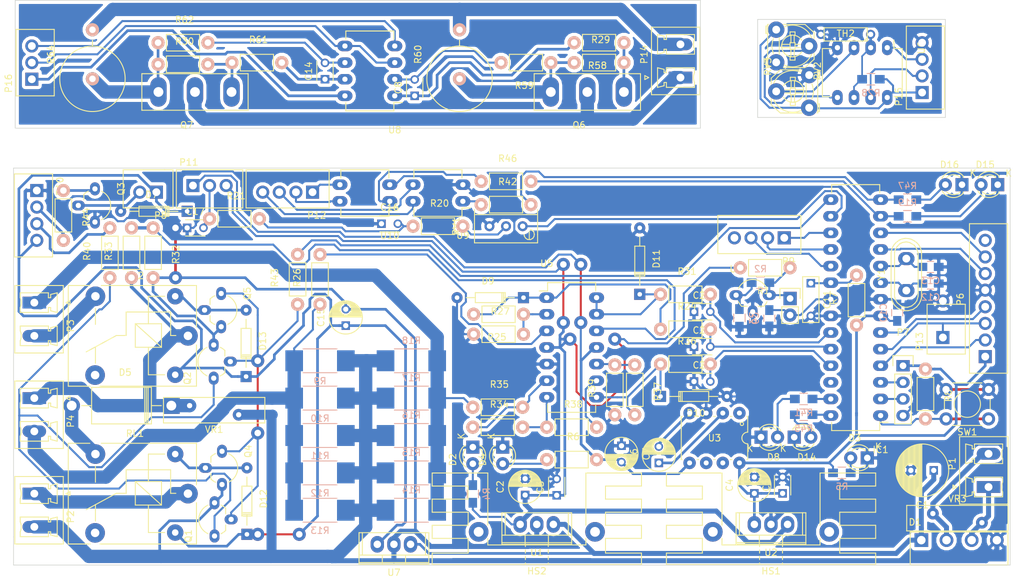
<source format=kicad_pcb>
(kicad_pcb (version 4) (host pcbnew 4.0.5-e0-6337~49~ubuntu16.04.1)
  (layers (0 F.Cu signal) (31 B.Cu signal) (34 B.Paste user) (35 F.Paste user) (36 B.SilkS user) (37 F.SilkS user) (38 B.Mask user) (39 F.Mask user) (44 Edge.Cuts user))
  (net 0 "")
  (net 1 N-)
  (net 2 17V)
  (net 3 +12V)
  (net 4 +5V)
  (net 5 "Net-(C6-Pad1)")
  (net 6 "Net-(C6-Pad2)")
  (net 7 -5V)
  (net 8 "Net-(C8-Pad1)")
  (net 9 "Net-(C8-Pad2)")
  (net 10 Vref)
  (net 11 "Net-(C11-Pad1)")
  (net 12 "Net-(C12-Pad1)")
  (net 13 "Net-(C13-Pad1)")
  (net 14 "Net-(C14-Pad1)")
  (net 15 "Net-(C14-Pad2)")
  (net 16 12Vrelay)
  (net 17 "Net-(C16-Pad2)")
  (net 18 G)
  (net 19 senIN)
  (net 20 senUS)
  (net 21 senIS)
  (net 22 "Net-(D1-Pad2)")
  (net 23 "Net-(D1-Pad4)")
  (net 24 "Net-(D2-Pad2)")
  (net 25 "Net-(D3-Pad2)")
  (net 26 "Net-(D4-Pad2)")
  (net 27 N+)
  (net 28 D)
  (net 29 "Net-(D7-Pad2)")
  (net 30 "Net-(D8-Pad2)")
  (net 31 "Net-(D9-Pad1)")
  (net 32 "Net-(D10-Pad1)")
  (net 33 "Net-(D11-Pad1)")
  (net 34 "Net-(D12-Pad2)")
  (net 35 "Net-(D13-Pad2)")
  (net 36 "Net-(D14-Pad2)")
  (net 37 "Net-(IC1-Pad1)")
  (net 38 RX)
  (net 39 TX)
  (net 40 stop)
  (net 41 start)
  (net 42 up)
  (net 43 down)
  (net 44 buzz)
  (net 45 "Net-(IC1-Pad15)")
  (net 46 pwm)
  (net 47 ser)
  (net 48 scr)
  (net 49 rck)
  (net 50 ok)
  (net 51 fail)
  (net 52 S-)
  (net 53 S)
  (net 54 "Net-(P5-Pad1)")
  (net 55 onFan)
  (net 56 off)
  (net 57 onN)
  (net 58 "Net-(Q1-Pad1)")
  (net 59 "Net-(Q3-Pad1)")
  (net 60 "Net-(Q6-Pad1)")
  (net 61 "Net-(Q6-Pad3)")
  (net 62 "Net-(Q7-Pad1)")
  (net 63 "Net-(Q7-Pad3)")
  (net 64 "Net-(R2-Pad2)")
  (net 65 "Net-(R20-Pad2)")
  (net 66 "Net-(R25-Pad1)")
  (net 67 "Net-(R26-Pad2)")
  (net 68 "Net-(R28-Pad1)")
  (net 69 "Net-(R32-Pad1)")
  (net 70 "Net-(R34-Pad1)")
  (net 71 "Net-(R34-Pad2)")
  (net 72 "Net-(R37-Pad1)")
  (net 73 "Net-(R38-Pad2)")
  (net 74 "Net-(RV3-Pad2)")
  (net 75 rN+)
  (net 76 S+)
  (net 77 "Net-(P12-Pad1)")
  (net 78 "Net-(P12-Pad2)")
  (net 79 "Net-(P12-Pad3)")
  (net 80 "Net-(P12-Pad4)")
  (net 81 opto_start)
  (net 82 opto_auto)
  (net 83 "Net-(D15-Pad2)")
  (net 84 "Net-(D16-Pad2)")
  (net 85 l_auto)
  (net 86 l_start)
  (net 87 "Net-(RV2-Pad2)")
  (module Housings_DIP:DIP-8_W7.62mm_LongPads (layer F.Cu) (at 198.755 55.753 270)
    (fp_text reference U6 (at 0 -5.22 270) (layer F.SilkS))
    (fp_text value LM358)
    (pad 1 thru_hole oval (at 0 0 270) (size 2.3 1.6) (drill 0.8) (layers *.Cu *.Mask) (net 55 onFan))
    (pad 2 thru_hole oval (at 0 2.54 270) (size 2.3 1.6) (drill 0.8) (layers *.Cu *.Mask) (net 68 "Net-(R28-Pad1)"))
    (pad 3 thru_hole oval (at 0 5.08 270) (size 2.3 1.6) (drill 0.8) (layers *.Cu *.Mask) (net 74 "Net-(RV3-Pad2)"))
    (pad 4 thru_hole oval (at 0 7.62 270) (size 2.3 1.6) (drill 0.8) (layers *.Cu *.Mask) (net 1 N-))
    (pad 5 thru_hole oval (at 7.62 7.62 270) (size 2.3 1.6) (drill 0.8) (layers *.Cu *.Mask) (net 87 "Net-(RV2-Pad2)"))
    (pad 6 thru_hole oval (at 7.62 5.08 270) (size 2.3 1.6) (drill 0.8) (layers *.Cu *.Mask) (net 68 "Net-(R28-Pad1)"))
    (pad 7 thru_hole oval (at 7.62 2.54 270) (size 2.3 1.6) (drill 0.8) (layers *.Cu *.Mask) (net 56 off))
    (pad 8 thru_hole oval (at 7.62 0 270) (size 2.3 1.6) (drill 0.8) (layers *.Cu *.Mask) (net 16 12Vrelay))
  )
  (module Power_Integrations:TO-220 (layer F.Cu) (at 180.975 128.651 180)
    (fp_text reference U2 (at 0 -4.318 180) (layer F.SilkS))
    (fp_text value LM7805CT)
    (pad 2 thru_hole oval (at 0 0 180) (size 2.032 2.54) (drill 1.143) (layers *.Cu *.Mask) (net 1 N-))
    (pad 3 thru_hole oval (at 2.54 0 180) (size 2.032 2.54) (drill 1.143) (layers *.Cu *.Mask) (net 4 +5V))
    (pad 1 thru_hole oval (at -2.54 0 180) (size 2.032 2.54) (drill 1.143) (layers *.Cu *.Mask) (net 3 +12V))
  )
  (module Capacitors_THT:C_Radial_D5_L6_P2.5 (layer F.Cu) (at 178.435 123.912 90)
    (fp_text reference C4 (at 1.25 -3.8 90) (layer F.SilkS))
    (fp_text value 470uF-25V)
    (pad 1 thru_hole rect (at 0 0 90) (size 1.3 1.3) (drill 0.8) (layers *.Cu *.Mask) (net 4 +5V))
    (pad 2 thru_hole circle (at 2.5 0 90) (size 1.3 1.3) (drill 0.8) (layers *.Cu *.Mask) (net 1 N-))
  )
  (module Capacitors_THT:C_Radial_D8_L11.5_P3.5 (layer F.Cu) (at 205.867 120.396 180)
    (fp_text reference C1 (at 1.75 -5.3 180) (layer F.SilkS))
    (fp_text value 220uF-50V)
    (pad 2 thru_hole circle (at 3.5 0 180) (size 1.3 1.3) (drill 0.8) (layers *.Cu *.Mask) (net 1 N-))
    (pad 1 thru_hole rect (at 0 0 180) (size 1.3 1.3) (drill 0.8) (layers *.Cu *.Mask) (net 2 17V))
  )
  (module Power_Integrations:TO-220 (layer F.Cu) (at 145.161 128.651 180)
    (fp_text reference U1 (at 0 -4.318 180) (layer F.SilkS))
    (fp_text value LM7812CT)
    (pad 2 thru_hole oval (at 0 0 180) (size 2.032 2.54) (drill 1.143) (layers *.Cu *.Mask) (net 1 N-))
    (pad 3 thru_hole oval (at 2.54 0 180) (size 2.032 2.54) (drill 1.143) (layers *.Cu *.Mask) (net 3 +12V))
    (pad 1 thru_hole oval (at -2.54 0 180) (size 2.032 2.54) (drill 1.143) (layers *.Cu *.Mask) (net 2 17V))
  )
  (module LEDs:LED-3MM (layer F.Cu) (at 195.707 118.491 180)
    (fp_text reference D3 (at 1.91 3.06 180) (layer F.SilkS))
    (fp_text value Led_Small)
    (fp_text user K (at -1.69 1.74 180) (layer F.SilkS))
    (pad 1 thru_hole rect (at 0 0 270) (size 2 2) (drill 1.00076) (layers *.Cu *.Mask) (net 1 N-))
    (pad 2 thru_hole circle (at 2.54 0 180) (size 2 2) (drill 1.00076) (layers *.Cu *.Mask) (net 25 "Net-(D3-Pad2)"))
  )
  (module Heatsinks:Heatsink_Stonecold_HS-132_32x14mm_2xFixation1.5mm (layer F.Cu) (at 180.985 129.794 180)
    (fp_text reference HS1 (at 0 -6 180) (layer F.SilkS))
    (fp_text value HEATSINK)
    (pad 1 thru_hole circle (at -8.9 0 180) (size 3 3) (drill 1.5) (layers *.Cu *.Mask))
    (pad 1 thru_hole circle (at 8.9 0 180) (size 3 3) (drill 1.5) (layers *.Cu *.Mask))
  )
  (module Power_Integrations:TO-220 (layer F.Cu) (at 123.317 131.699 180)
    (fp_text reference U7 (at 0 -4.318 180) (layer F.SilkS))
    (fp_text value LM7812CT)
    (pad 2 thru_hole oval (at 0 0 180) (size 2.032 2.54) (drill 1.143) (layers *.Cu *.Mask) (net 1 N-))
    (pad 3 thru_hole oval (at 2.54 0 180) (size 2.032 2.54) (drill 1.143) (layers *.Cu *.Mask) (net 16 12Vrelay))
    (pad 1 thru_hole oval (at -2.54 0 180) (size 2.032 2.54) (drill 1.143) (layers *.Cu *.Mask) (net 2 17V))
  )
  (module Diodes_THT:Diode_DO-201AD_Horizontal_RM15 (layer F.Cu) (at 89.281 110.49 180)
    (fp_text reference D5 (at 7.06722 5.07704 180) (layer F.SilkS))
    (fp_text value 1N5402)
    (pad 2 thru_hole circle (at 15.24122 -0.00296) (size 2.54 2.54) (drill 1.50114) (layers *.Cu *.Mask) (net 75 rN+))
    (pad 1 thru_hole rect (at 0.00122 -0.00296) (size 2.54 2.54) (drill 1.50114) (layers *.Cu *.Mask) (net 28 D))
  )
  (module Relays_THT:Relay_SANYOU_SRD_Series_Form_C (layer F.Cu) (at 91.821 99.822 180)
    (fp_text reference RL2 (at 8.1 9.2 180) (layer F.SilkS))
    (fp_text value onS)
    (pad 2 thru_hole circle (at 1.95 6.05 270) (size 2.5 2.5) (drill 1) (layers *.Cu *.Mask) (net 35 "Net-(D13-Pad2)"))
    (pad 3 thru_hole circle (at 14.15 6.05 270) (size 3 3) (drill 1.3) (layers *.Cu *.Mask) (net 76 S+))
    (pad 4 thru_hole circle (at 14.2 -6 270) (size 3 3) (drill 1.3) (layers *.Cu *.Mask))
    (pad 5 thru_hole circle (at 1.95 -5.95 270) (size 2.5 2.5) (drill 1) (layers *.Cu *.Mask) (net 16 12Vrelay))
    (pad 1 thru_hole circle (at 0 0 270) (size 3 3) (drill 1.3) (layers *.Cu *.Mask) (net 28 D))
  )
  (module Connectors_Phoenix:PhoenixContact_MCV-G_02x5.08mm_Vertical (layer F.Cu) (at 68.326 94.742 270)
    (fp_text reference P3 (at 3.54 -5.55 270) (layer F.SilkS))
    (fp_text value SAC)
    (pad 1 thru_hole rect (at 0 0 270) (size 1.8 3.6) (drill 1.2) (layers *.Cu *.Mask) (net 52 S-))
    (pad 2 thru_hole oval (at 5.08 0 270) (size 1.8 3.6) (drill 1.2) (layers *.Cu *.Mask) (net 76 S+))
  )
  (module Connectors_Phoenix:PhoenixContact_MCV-G_02x5.08mm_Vertical (layer F.Cu) (at 68.326 123.952 270)
    (fp_text reference P2 (at 3.54 -5.55 270) (layer F.SilkS))
    (fp_text value NGUON)
    (pad 1 thru_hole rect (at 0 0 270) (size 1.8 3.6) (drill 1.2) (layers *.Cu *.Mask) (net 27 N+))
    (pad 2 thru_hole oval (at 5.08 0 270) (size 1.8 3.6) (drill 1.2) (layers *.Cu *.Mask) (net 1 N-))
  )
  (module Connectors:XH2.54-4P (layer F.Cu) (at 204.089 62.611 90)
    (fp_text reference P15 (at -0.635 -3.556 90) (layer F.SilkS))
    (fp_text value overheat)
    (pad 1 thru_hole rect (at 0 0 90) (size 2 2) (drill 1.2) (layers *.Cu *.Mask) (net 16 12Vrelay))
    (pad 2 thru_hole circle (at 2.54 0 90) (size 2 2) (drill 1.2) (layers *.Cu *.Mask) (net 56 off))
    (pad 3 thru_hole circle (at 5.08 0 90) (size 2 2) (drill 1.2) (layers *.Cu *.Mask) (net 55 onFan))
    (pad 4 thru_hole circle (at 7.62 0 90) (size 2 2) (drill 1.2) (layers *.Cu *.Mask) (net 1 N-))
  )
  (module Resistors_THT:Resistor_Vertical_RM7.5mm (layer F.Cu) (at 77.216 56.769 90)
    (fp_text reference R64 (at 0 -6.35 90) (layer F.SilkS))
    (fp_text value 0.5R)
    (pad 1 thru_hole circle (at -3.74904 0 90) (size 1.99898 1.99898) (drill 1.00076) (layers *.Cu *.SilkS *.Mask) (net 63 "Net-(Q7-Pad3)"))
    (pad 2 thru_hole circle (at 3.75158 0 90) (size 1.99898 1.99898) (drill 1.00076) (layers *.Cu *.SilkS *.Mask) (net 53 S))
  )
  (module Capacitors_THT:C_Radial_D5_L6_P2.5 (layer F.Cu) (at 143.383 124.166 90)
    (fp_text reference C2 (at 1.25 -3.8 90) (layer F.SilkS))
    (fp_text value 220F-25V)
    (pad 1 thru_hole rect (at 0 0 90) (size 1.3 1.3) (drill 0.8) (layers *.Cu *.Mask) (net 3 +12V))
    (pad 2 thru_hole circle (at 2.5 0 90) (size 1.3 1.3) (drill 0.8) (layers *.Cu *.Mask) (net 1 N-))
  )
  (module Capacitors_THT:C_Disc_D3_P2.5 (layer F.Cu) (at 148.209 124.206 90)
    (fp_text reference C3 (at 1.25 -2.5 90) (layer F.SilkS))
    (fp_text value 100nF)
    (pad 1 thru_hole rect (at 0 0 90) (size 1.3 1.3) (drill 0.8) (layers *.Cu *.Mask) (net 3 +12V))
    (pad 2 thru_hole circle (at 2.5 0 90) (size 1.3 1.3) (drill 0.8001) (layers *.Cu *.Mask) (net 1 N-))
  )
  (module Capacitors_THT:C_Disc_D3_P2.5 (layer F.Cu) (at 182.753 123.912 90)
    (fp_text reference C5 (at 1.25 -2.5 90) (layer F.SilkS))
    (fp_text value 100nF)
    (pad 1 thru_hole rect (at 0 0 90) (size 1.3 1.3) (drill 0.8) (layers *.Cu *.Mask) (net 4 +5V))
    (pad 2 thru_hole circle (at 2.5 0 90) (size 1.3 1.3) (drill 0.8001) (layers *.Cu *.Mask) (net 1 N-))
  )
  (module Capacitors_THT:C_Radial_D5_L6_P2.5 (layer F.Cu) (at 163.83 119.253 90)
    (fp_text reference C6 (at 1.25 -3.8 90) (layer F.SilkS))
    (fp_text value 10uF-25V)
    (pad 1 thru_hole rect (at 0 0 90) (size 1.3 1.3) (drill 0.8) (layers *.Cu *.Mask) (net 5 "Net-(C6-Pad1)"))
    (pad 2 thru_hole circle (at 2.5 0 90) (size 1.3 1.3) (drill 0.8) (layers *.Cu *.Mask) (net 6 "Net-(C6-Pad2)"))
  )
  (module Capacitors_THT:C_Radial_D5_L6_P2.5 (layer F.Cu) (at 158.115 116.626 270)
    (fp_text reference C7 (at 1.25 -3.8 270) (layer F.SilkS))
    (fp_text value 10uF-25V)
    (pad 1 thru_hole rect (at 0 0 270) (size 1.3 1.3) (drill 0.8) (layers *.Cu *.Mask) (net 1 N-))
    (pad 2 thru_hole circle (at 2.5 0 270) (size 1.3 1.3) (drill 0.8) (layers *.Cu *.Mask) (net 7 -5V))
  )
  (module Capacitors_THT:C_Disc_D3_P2.5 (layer F.Cu) (at 126.492 63.119 90)
    (fp_text reference C8 (at 1.25 -2.5 90) (layer F.SilkS))
    (fp_text value 22nF)
    (pad 1 thru_hole rect (at 0 0 90) (size 1.3 1.3) (drill 0.8) (layers *.Cu *.Mask) (net 8 "Net-(C8-Pad1)"))
    (pad 2 thru_hole circle (at 2.5 0 90) (size 1.3 1.3) (drill 0.8001) (layers *.Cu *.Mask) (net 9 "Net-(C8-Pad2)"))
  )
  (module Capacitors_SMD:C_0805_HandSoldering (layer B.Cu) (at 180.721 97.135 270)
    (fp_text reference C9 (at 0 2.1 270) (layer B.SilkS) (effects (justify mirror)))
    (fp_text value 100nF)
    (pad 1 smd rect (at -1.25 0 270) (size 1.5 1.25) (layers B.Cu B.Paste B.Mask) (net 10 Vref))
    (pad 2 smd rect (at 1.25 0 270) (size 1.5 1.25) (layers B.Cu B.Paste B.Mask) (net 1 N-))
  )
  (module Capacitors_SMD:C_0805_HandSoldering (layer B.Cu) (at 200.279 96.286 270)
    (fp_text reference C10 (at 0 2.1 270) (layer B.SilkS) (effects (justify mirror)))
    (fp_text value 100nF)
    (pad 1 smd rect (at -1.25 0 270) (size 1.5 1.25) (layers B.Cu B.Paste B.Mask) (net 1 N-))
    (pad 2 smd rect (at 1.25 0 270) (size 1.5 1.25) (layers B.Cu B.Paste B.Mask) (net 4 +5V))
  )
  (module Capacitors_THT:C_Rect_L7_W2.5_P5 (layer F.Cu) (at 187.071 91.774 270)
    (fp_text reference C11 (at 2.5 -2.5 270) (layer F.SilkS))
    (fp_text value 100nF)
    (pad 1 thru_hole rect (at 0 0 270) (size 1.3 1.3) (drill 0.8) (layers *.Cu *.Mask) (net 11 "Net-(C11-Pad1)"))
    (pad 2 thru_hole circle (at 5 0 270) (size 1.3 1.3) (drill 0.8) (layers *.Cu *.Mask) (net 1 N-))
  )
  (module Capacitors_SMD:C_0805_HandSoldering (layer B.Cu) (at 205.379 91.821)
    (fp_text reference C12 (at 0 2.1) (layer B.SilkS) (effects (justify mirror)))
    (fp_text value 22pF)
    (pad 1 smd rect (at -1.25 0) (size 1.5 1.25) (layers B.Cu B.Paste B.Mask) (net 12 "Net-(C12-Pad1)"))
    (pad 2 smd rect (at 1.25 0) (size 1.5 1.25) (layers B.Cu B.Paste B.Mask) (net 1 N-))
  )
  (module Capacitors_SMD:C_0805_HandSoldering (layer B.Cu) (at 205.379 89.281)
    (fp_text reference C13 (at 0 2.1) (layer B.SilkS) (effects (justify mirror)))
    (fp_text value 22pF)
    (pad 1 smd rect (at -1.25 0) (size 1.5 1.25) (layers B.Cu B.Paste B.Mask) (net 13 "Net-(C13-Pad1)"))
    (pad 2 smd rect (at 1.25 0) (size 1.5 1.25) (layers B.Cu B.Paste B.Mask) (net 1 N-))
  )
  (module Capacitors_THT:C_Disc_D3_P2.5 (layer F.Cu) (at 112.776 60.579 90)
    (fp_text reference C14 (at 1.25 -2.5 90) (layer F.SilkS))
    (fp_text value 22nF)
    (pad 1 thru_hole rect (at 0 0 90) (size 1.3 1.3) (drill 0.8) (layers *.Cu *.Mask) (net 14 "Net-(C14-Pad1)"))
    (pad 2 thru_hole circle (at 2.5 0 90) (size 1.3 1.3) (drill 0.8001) (layers *.Cu *.Mask) (net 15 "Net-(C14-Pad2)"))
  )
  (module Capacitors_THT:C_Radial_D5_L6_P2.5 (layer F.Cu) (at 115.951 98.258 90)
    (fp_text reference C15 (at 1.25 -3.8 90) (layer F.SilkS))
    (fp_text value 220F-25V)
    (pad 1 thru_hole rect (at 0 0 90) (size 1.3 1.3) (drill 0.8) (layers *.Cu *.Mask) (net 16 12Vrelay))
    (pad 2 thru_hole circle (at 2.5 0 90) (size 1.3 1.3) (drill 0.8) (layers *.Cu *.Mask) (net 1 N-))
  )
  (module Capacitors_THT:C_Disc_D3_P2.5 (layer F.Cu) (at 121.412 82.677)
    (fp_text reference C16 (at 1.25 -2.5) (layer F.SilkS))
    (fp_text value 100nF)
    (pad 1 thru_hole rect (at 0 0) (size 1.3 1.3) (drill 0.8) (layers *.Cu *.Mask) (net 1 N-))
    (pad 2 thru_hole circle (at 2.5 0) (size 1.3 1.3) (drill 0.8001) (layers *.Cu *.Mask) (net 17 "Net-(C16-Pad2)"))
  )
  (module Capacitors_THT:C_Disc_D3_P2.5 (layer F.Cu) (at 91.694 83.312)
    (fp_text reference C17 (at 1.25 -2.5) (layer F.SilkS))
    (fp_text value 100nF)
    (pad 1 thru_hole rect (at 0 0) (size 1.3 1.3) (drill 0.8) (layers *.Cu *.Mask) (net 1 N-))
    (pad 2 thru_hole circle (at 2.5 0) (size 1.3 1.3) (drill 0.8001) (layers *.Cu *.Mask) (net 18 G))
  )
  (module Capacitors_THT:C_Disc_D3_P2.5 (layer F.Cu) (at 169.204 101.473)
    (fp_text reference C20 (at 1.25 -2.5) (layer F.SilkS))
    (fp_text value 100nF)
    (pad 1 thru_hole rect (at 0 0) (size 1.3 1.3) (drill 0.8) (layers *.Cu *.Mask) (net 1 N-))
    (pad 2 thru_hole circle (at 2.5 0) (size 1.3 1.3) (drill 0.8001) (layers *.Cu *.Mask) (net 19 senIN))
  )
  (module Capacitors_THT:C_Disc_D3_P2.5 (layer F.Cu) (at 169.204 96.139)
    (fp_text reference C22 (at 1.25 -2.5) (layer F.SilkS))
    (fp_text value 100nF)
    (pad 1 thru_hole rect (at 0 0) (size 1.3 1.3) (drill 0.8) (layers *.Cu *.Mask) (net 1 N-))
    (pad 2 thru_hole circle (at 2.5 0) (size 1.3 1.3) (drill 0.8001) (layers *.Cu *.Mask) (net 20 senUS))
  )
  (module Capacitors_THT:C_Disc_D3_P2.5 (layer F.Cu) (at 169.204 106.807)
    (fp_text reference C23 (at 1.25 -2.5) (layer F.SilkS))
    (fp_text value 100nF)
    (pad 1 thru_hole rect (at 0 0) (size 1.3 1.3) (drill 0.8) (layers *.Cu *.Mask) (net 1 N-))
    (pad 2 thru_hole circle (at 2.5 0) (size 1.3 1.3) (drill 0.8001) (layers *.Cu *.Mask) (net 21 senIS))
  )
  (module Diodes_THT:Diode_Bridge_KBP206 (layer F.Cu) (at 203.969 131.064)
    (fp_text reference D1 (at -0.95 -2.75) (layer F.SilkS))
    (fp_text value Diode_Bridge)
    (pad 3 thru_hole rect (at 0 0) (size 2.1 2.1) (drill 1.3) (layers *.Cu *.Mask) (net 2 17V))
    (pad 2 thru_hole circle (at 3.85 0) (size 2.1 2.1) (drill 1.3) (layers *.Cu *.Mask) (net 22 "Net-(D1-Pad2)"))
    (pad 1 thru_hole circle (at 11.55 0) (size 2.1 2.1) (drill 1.3) (layers *.Cu *.Mask) (net 1 N-))
    (pad 4 thru_hole circle (at 7.7 0) (size 2.1 2.1) (drill 1.3) (layers *.Cu *.Mask) (net 23 "Net-(D1-Pad4)"))
  )
  (module LEDs:LED-3MM (layer F.Cu) (at 135.382 116.84 270)
    (fp_text reference D2 (at 1.91 3.06 270) (layer F.SilkS))
    (fp_text value Led_Small)
    (fp_text user K (at -1.69 1.74 270) (layer F.SilkS))
    (pad 1 thru_hole rect (at 0 0) (size 2 2) (drill 1.00076) (layers *.Cu *.Mask) (net 1 N-))
    (pad 2 thru_hole circle (at 2.54 0 270) (size 2 2) (drill 1.00076) (layers *.Cu *.Mask) (net 24 "Net-(D2-Pad2)"))
  )
  (module LEDs:LED-3MM (layer F.Cu) (at 139.954 116.84 270)
    (fp_text reference D4 (at 1.91 3.06 270) (layer F.SilkS))
    (fp_text value Led_Small)
    (fp_text user K (at -1.69 1.74 270) (layer F.SilkS))
    (pad 1 thru_hole rect (at 0 0) (size 2 2) (drill 1.00076) (layers *.Cu *.Mask) (net 1 N-))
    (pad 2 thru_hole circle (at 2.54 0 270) (size 2 2) (drill 1.00076) (layers *.Cu *.Mask) (net 26 "Net-(D4-Pad2)"))
  )
  (module Diodes_THT:Diode_DO-35_SOD27_Horizontal_RM10 (layer F.Cu) (at 91.69348 80.77454 180)
    (fp_text reference D7 (at 5.43052 2.53746 180) (layer F.SilkS))
    (fp_text value 1N4001)
    (pad 2 thru_hole circle (at 10.16052 -0.00254) (size 1.69926 1.69926) (drill 0.70104) (layers *.Cu *.Mask) (net 29 "Net-(D7-Pad2)"))
    (pad 1 thru_hole rect (at 0.00052 -0.00254) (size 1.69926 1.69926) (drill 0.70104) (layers *.Cu *.Mask) (net 16 12Vrelay))
  )
  (module LEDs:LED-3MM (layer F.Cu) (at 179.451 115.316)
    (fp_text reference D8 (at 1.91 3.06) (layer F.SilkS))
    (fp_text value Led_Small)
    (fp_text user K (at -1.69 1.74) (layer F.SilkS))
    (pad 1 thru_hole rect (at 0 0 90) (size 2 2) (drill 1.00076) (layers *.Cu *.Mask) (net 1 N-))
    (pad 2 thru_hole circle (at 2.54 0) (size 2 2) (drill 1.00076) (layers *.Cu *.Mask) (net 30 "Net-(D8-Pad2)"))
  )
  (module Diodes_THT:Diode_DO-35_SOD27_Horizontal_RM10 (layer F.Cu) (at 143.12952 93.97746 180)
    (fp_text reference D9 (at 5.43052 2.53746 180) (layer F.SilkS))
    (fp_text value 5.1V)
    (pad 2 thru_hole circle (at 10.16052 -0.00254) (size 1.69926 1.69926) (drill 0.70104) (layers *.Cu *.Mask) (net 1 N-))
    (pad 1 thru_hole rect (at 0.00052 -0.00254) (size 1.69926 1.69926) (drill 0.70104) (layers *.Cu *.Mask) (net 31 "Net-(D9-Pad1)"))
  )
  (module Diodes_THT:Diode_DO-35_SOD27_Horizontal_RM10 (layer F.Cu) (at 164.084 109.093)
    (fp_text reference D10 (at 5.43052 2.53746) (layer F.SilkS))
    (fp_text value 5.1V)
    (pad 2 thru_hole circle (at 10.16052 -0.00254 180) (size 1.69926 1.69926) (drill 0.70104) (layers *.Cu *.Mask) (net 1 N-))
    (pad 1 thru_hole rect (at 0.00052 -0.00254 180) (size 1.69926 1.69926) (drill 0.70104) (layers *.Cu *.Mask) (net 32 "Net-(D10-Pad1)"))
  )
  (module Diodes_THT:Diode_DO-35_SOD27_Horizontal_RM10 (layer F.Cu) (at 160.91154 93.47252 90)
    (fp_text reference D11 (at 5.43052 2.53746 90) (layer F.SilkS))
    (fp_text value 5.1V)
    (pad 2 thru_hole circle (at 10.16052 -0.00254 270) (size 1.69926 1.69926) (drill 0.70104) (layers *.Cu *.Mask) (net 1 N-))
    (pad 1 thru_hole rect (at 0.00052 -0.00254 270) (size 1.69926 1.69926) (drill 0.70104) (layers *.Cu *.Mask) (net 33 "Net-(D11-Pad1)"))
  )
  (module Diodes_THT:Diode_DO-35_SOD27_Horizontal_RM10 (layer F.Cu) (at 100.838 130.175 90)
    (fp_text reference D12 (at 5.43052 2.53746 90) (layer F.SilkS))
    (fp_text value 4001)
    (pad 2 thru_hole circle (at 10.16052 -0.00254 270) (size 1.69926 1.69926) (drill 0.70104) (layers *.Cu *.Mask) (net 34 "Net-(D12-Pad2)"))
    (pad 1 thru_hole rect (at 0.00052 -0.00254 270) (size 1.69926 1.69926) (drill 0.70104) (layers *.Cu *.Mask) (net 16 12Vrelay))
  )
  (module Diodes_THT:Diode_DO-35_SOD27_Horizontal_RM10 (layer F.Cu) (at 100.711 106.045 90)
    (fp_text reference D13 (at 5.43052 2.53746 90) (layer F.SilkS))
    (fp_text value 4001)
    (pad 2 thru_hole circle (at 10.16052 -0.00254 270) (size 1.69926 1.69926) (drill 0.70104) (layers *.Cu *.Mask) (net 35 "Net-(D13-Pad2)"))
    (pad 1 thru_hole rect (at 0.00052 -0.00254 270) (size 1.69926 1.69926) (drill 0.70104) (layers *.Cu *.Mask) (net 16 12Vrelay))
  )
  (module LEDs:LED-3MM (layer F.Cu) (at 184.531 115.316)
    (fp_text reference D14 (at 1.91 3.06) (layer F.SilkS))
    (fp_text value Led_Small)
    (fp_text user K (at -1.69 1.74) (layer F.SilkS))
    (pad 1 thru_hole rect (at 0 0 90) (size 2 2) (drill 1.00076) (layers *.Cu *.Mask) (net 1 N-))
    (pad 2 thru_hole circle (at 2.54 0) (size 2 2) (drill 1.00076) (layers *.Cu *.Mask) (net 36 "Net-(D14-Pad2)"))
  )
  (module Heatsinks:Heatsink_Stonecold_HS-132_32x14mm_2xFixation1.5mm (layer F.Cu) (at 145.171 129.794 180)
    (fp_text reference HS2 (at 0 -6 180) (layer F.SilkS))
    (fp_text value HEATSINK)
    (pad 1 thru_hole circle (at -8.9 0 180) (size 3 3) (drill 1.5) (layers *.Cu *.Mask))
    (pad 1 thru_hole circle (at 8.9 0 180) (size 3 3) (drill 1.5) (layers *.Cu *.Mask))
  )
  (module Housings_DIP:DIP-28_W7.62mm_LongPads (layer F.Cu) (at 197.739 112.014 180)
    (fp_text reference IC1 (at 0 -5.22 180) (layer F.SilkS))
    (fp_text value ATMEGA328-P)
    (pad 1 thru_hole oval (at 0 0 180) (size 2.3 1.6) (drill 0.8) (layers *.Cu *.Mask) (net 37 "Net-(IC1-Pad1)"))
    (pad 2 thru_hole oval (at 0 2.54 180) (size 2.3 1.6) (drill 0.8) (layers *.Cu *.Mask) (net 38 RX))
    (pad 3 thru_hole oval (at 0 5.08 180) (size 2.3 1.6) (drill 0.8) (layers *.Cu *.Mask) (net 39 TX))
    (pad 4 thru_hole oval (at 0 7.62 180) (size 2.3 1.6) (drill 0.8) (layers *.Cu *.Mask) (net 40 stop))
    (pad 5 thru_hole oval (at 0 10.16 180) (size 2.3 1.6) (drill 0.8) (layers *.Cu *.Mask) (net 41 start))
    (pad 6 thru_hole oval (at 0 12.7 180) (size 2.3 1.6) (drill 0.8) (layers *.Cu *.Mask) (net 42 up))
    (pad 7 thru_hole oval (at 0 15.24 180) (size 2.3 1.6) (drill 0.8) (layers *.Cu *.Mask) (net 4 +5V))
    (pad 8 thru_hole oval (at 0 17.78 180) (size 2.3 1.6) (drill 0.8) (layers *.Cu *.Mask) (net 1 N-))
    (pad 9 thru_hole oval (at 0 20.32 180) (size 2.3 1.6) (drill 0.8) (layers *.Cu *.Mask) (net 12 "Net-(C12-Pad1)"))
    (pad 10 thru_hole oval (at 0 22.86 180) (size 2.3 1.6) (drill 0.8) (layers *.Cu *.Mask) (net 13 "Net-(C13-Pad1)"))
    (pad 11 thru_hole oval (at 0 25.4 180) (size 2.3 1.6) (drill 0.8) (layers *.Cu *.Mask) (net 43 down))
    (pad 12 thru_hole oval (at 0 27.94 180) (size 2.3 1.6) (drill 0.8) (layers *.Cu *.Mask) (net 44 buzz))
    (pad 13 thru_hole oval (at 0 30.48 180) (size 2.3 1.6) (drill 0.8) (layers *.Cu *.Mask) (net 85 l_auto))
    (pad 14 thru_hole oval (at 0 33.02 180) (size 2.3 1.6) (drill 0.8) (layers *.Cu *.Mask) (net 86 l_start))
    (pad 15 thru_hole oval (at 7.62 33.02 180) (size 2.3 1.6) (drill 0.8) (layers *.Cu *.Mask) (net 45 "Net-(IC1-Pad15)"))
    (pad 16 thru_hole oval (at 7.62 30.48 180) (size 2.3 1.6) (drill 0.8) (layers *.Cu *.Mask) (net 46 pwm))
    (pad 17 thru_hole oval (at 7.62 27.94 180) (size 2.3 1.6) (drill 0.8) (layers *.Cu *.Mask) (net 47 ser))
    (pad 18 thru_hole oval (at 7.62 25.4 180) (size 2.3 1.6) (drill 0.8) (layers *.Cu *.Mask) (net 48 scr))
    (pad 19 thru_hole oval (at 7.62 22.86 180) (size 2.3 1.6) (drill 0.8) (layers *.Cu *.Mask) (net 49 rck))
    (pad 20 thru_hole oval (at 7.62 20.32 180) (size 2.3 1.6) (drill 0.8) (layers *.Cu *.Mask) (net 11 "Net-(C11-Pad1)"))
    (pad 21 thru_hole oval (at 7.62 17.78 180) (size 2.3 1.6) (drill 0.8) (layers *.Cu *.Mask) (net 10 Vref))
    (pad 22 thru_hole oval (at 7.62 15.24 180) (size 2.3 1.6) (drill 0.8) (layers *.Cu *.Mask) (net 1 N-))
    (pad 23 thru_hole oval (at 7.62 12.7 180) (size 2.3 1.6) (drill 0.8) (layers *.Cu *.Mask) (net 20 senUS))
    (pad 24 thru_hole oval (at 7.62 10.16 180) (size 2.3 1.6) (drill 0.8) (layers *.Cu *.Mask) (net 19 senIN))
    (pad 25 thru_hole oval (at 7.62 7.62 180) (size 2.3 1.6) (drill 0.8) (layers *.Cu *.Mask) (net 21 senIS))
    (pad 26 thru_hole oval (at 7.62 5.08 180) (size 2.3 1.6) (drill 0.8) (layers *.Cu *.Mask))
    (pad 27 thru_hole oval (at 7.62 2.54 180) (size 2.3 1.6) (drill 0.8) (layers *.Cu *.Mask) (net 50 ok))
    (pad 28 thru_hole oval (at 7.62 0 180) (size 2.3 1.6) (drill 0.8) (layers *.Cu *.Mask) (net 51 fail))
  )
  (module Connectors_Phoenix:PhoenixContact_MCV-G_02x5.08mm_Vertical (layer F.Cu) (at 214.249 122.936 90)
    (fp_text reference P1 (at 3.54 -5.55 90) (layer F.SilkS))
    (fp_text value 12VAC)
    (pad 1 thru_hole rect (at 0 0 90) (size 1.8 3.6) (drill 1.2) (layers *.Cu *.Mask) (net 23 "Net-(D1-Pad4)"))
    (pad 2 thru_hole oval (at 5.08 0 90) (size 1.8 3.6) (drill 1.2) (layers *.Cu *.Mask) (net 22 "Net-(D1-Pad2)"))
  )
  (module Connectors_Phoenix:PhoenixContact_MCV-G_02x5.08mm_Vertical (layer F.Cu) (at 68.326 109.347 270)
    (fp_text reference P4 (at 3.54 -5.55 270) (layer F.SilkS))
    (fp_text value DS)
    (pad 1 thru_hole rect (at 0 0 270) (size 1.8 3.6) (drill 1.2) (layers *.Cu *.Mask) (net 28 D))
    (pad 2 thru_hole oval (at 5.08 0 270) (size 1.8 3.6) (drill 1.2) (layers *.Cu *.Mask) (net 53 S))
  )
  (module Pin_Headers:Pin_Header_Straight_1x02 (layer F.Cu) (at 183.896 94.107)
    (fp_text reference P5 (at 0 -5.1) (layer F.SilkS))
    (fp_text value CONN_01X02)
    (pad 1 thru_hole rect (at 0 0) (size 2.032 2.032) (drill 1.016) (layers *.Cu *.Mask) (net 54 "Net-(P5-Pad1)"))
    (pad 2 thru_hole oval (at 0 2.54) (size 2.032 2.032) (drill 1.016) (layers *.Cu *.Mask) (net 10 Vref))
  )
  (module Connectors:XH2.54-8P (layer F.Cu) (at 213.741 102.997 90)
    (fp_text reference P6 (at 8.763 -3.81 90) (layer F.SilkS))
    (fp_text value button)
    (pad 1 thru_hole rect (at 0 0 90) (size 2 2) (drill 1.2) (layers *.Cu *.Mask) (net 4 +5V))
    (pad 2 thru_hole circle (at 2.54 0 90) (size 2 2) (drill 1.2) (layers *.Cu *.Mask) (net 40 stop))
    (pad 3 thru_hole circle (at 5.08 0 90) (size 2 2) (drill 1.2) (layers *.Cu *.Mask) (net 41 start))
    (pad 4 thru_hole circle (at 7.62 0 90) (size 2 2) (drill 1.2) (layers *.Cu *.Mask) (net 42 up))
    (pad 5 thru_hole circle (at 10.16 0 90) (size 2 2) (drill 1.2) (layers *.Cu *.Mask) (net 1 N-))
    (pad 6 thru_hole circle (at 12.7 0 90) (size 2 2) (drill 1.2) (layers *.Cu *.Mask) (net 43 down))
    (pad 7 thru_hole circle (at 15.24 0 90) (size 2 2) (drill 1.2) (layers *.Cu *.Mask) (net 44 buzz))
    (pad 8 thru_hole circle (at 17.78 0 90) (size 2 2) (drill 1.2) (layers *.Cu *.Mask))
  )
  (module Pin_Headers:Pin_Header_Straight_1x04 (layer F.Cu) (at 201.168 104.394)
    (fp_text reference P7 (at 0 -5.1) (layer F.SilkS))
    (fp_text value UART)
    (pad 1 thru_hole rect (at 0 0) (size 2.032 1.7272) (drill 1.016) (layers *.Cu *.Mask) (net 4 +5V))
    (pad 2 thru_hole oval (at 0 2.54) (size 2.032 1.7272) (drill 1.016) (layers *.Cu *.Mask) (net 39 TX))
    (pad 3 thru_hole oval (at 0 5.08) (size 2.032 1.7272) (drill 1.016) (layers *.Cu *.Mask) (net 38 RX))
    (pad 4 thru_hole oval (at 0 7.62) (size 2.032 1.7272) (drill 1.016) (layers *.Cu *.Mask) (net 1 N-))
  )
  (module Connectors:XH2.54-2P (layer F.Cu) (at 86.995 77.851 180)
    (fp_text reference P8 (at -0.635 -3.556 180) (layer F.SilkS))
    (fp_text value FAN)
    (pad 1 thru_hole rect (at 0 0 180) (size 2 2) (drill 1.2) (layers *.Cu *.Mask) (net 16 12Vrelay))
    (pad 2 thru_hole circle (at 2.54 0 180) (size 2 2) (drill 1.2) (layers *.Cu *.Mask) (net 29 "Net-(D7-Pad2)"))
  )
  (module Connectors:XH2.54-4P (layer F.Cu) (at 183.007 84.836 180)
    (fp_text reference P9 (at -0.635 -3.556 180) (layer F.SilkS))
    (fp_text value 7-seg)
    (pad 1 thru_hole rect (at 0 0 180) (size 2 2) (drill 1.2) (layers *.Cu *.Mask) (net 47 ser))
    (pad 2 thru_hole circle (at 2.54 0 180) (size 2 2) (drill 1.2) (layers *.Cu *.Mask) (net 48 scr))
    (pad 3 thru_hole circle (at 5.08 0 180) (size 2 2) (drill 1.2) (layers *.Cu *.Mask) (net 49 rck))
    (pad 4 thru_hole circle (at 7.62 0 180) (size 2 2) (drill 1.2) (layers *.Cu *.Mask))
  )
  (module Connectors:XH2.54-4P (layer F.Cu) (at 68.707 77.597 270)
    (fp_text reference P10 (at -0.635 -3.556 270) (layer F.SilkS))
    (fp_text value overheat)
    (pad 1 thru_hole rect (at 0 0 270) (size 2 2) (drill 1.2) (layers *.Cu *.Mask) (net 1 N-))
    (pad 2 thru_hole circle (at 2.54 0 270) (size 2 2) (drill 1.2) (layers *.Cu *.Mask) (net 55 onFan))
    (pad 3 thru_hole circle (at 5.08 0 270) (size 2 2) (drill 1.2) (layers *.Cu *.Mask) (net 56 off))
    (pad 4 thru_hole circle (at 7.62 0 270) (size 2 2) (drill 1.2) (layers *.Cu *.Mask) (net 16 12Vrelay))
  )
  (module Connectors:XH2.54-3P (layer F.Cu) (at 92.583 76.835)
    (fp_text reference P11 (at -0.635 -3.556) (layer F.SilkS))
    (fp_text value G)
    (pad 1 thru_hole rect (at 0 0) (size 2 2) (drill 1.2) (layers *.Cu *.Mask) (net 7 -5V))
    (pad 2 thru_hole circle (at 2.54 0) (size 2 2) (drill 1.2) (layers *.Cu *.Mask) (net 18 G))
    (pad 3 thru_hole circle (at 5.08 0) (size 2 2) (drill 1.2) (layers *.Cu *.Mask) (net 3 +12V))
  )
  (module Connectors_Phoenix:PhoenixContact_MCV-G_02x5.08mm_Vertical (layer F.Cu) (at 167.132 60.325 90)
    (fp_text reference P14 (at 3.54 -5.55 90) (layer F.SilkS))
    (fp_text value pwr)
    (pad 1 thru_hole rect (at 0 0 90) (size 1.8 3.6) (drill 1.2) (layers *.Cu *.Mask) (net 28 D))
    (pad 2 thru_hole oval (at 5.08 0 90) (size 1.8 3.6) (drill 1.2) (layers *.Cu *.Mask) (net 53 S))
  )
  (module Connectors:XH2.54-3P (layer F.Cu) (at 67.945 60.579 90)
    (fp_text reference P16 (at -0.635 -3.556 90) (layer F.SilkS))
    (fp_text value g)
    (pad 1 thru_hole rect (at 0 0 90) (size 2 2) (drill 1.2) (layers *.Cu *.Mask) (net 3 +12V))
    (pad 2 thru_hole circle (at 2.54 0 90) (size 2 2) (drill 1.2) (layers *.Cu *.Mask) (net 18 G))
    (pad 3 thru_hole circle (at 5.08 0 90) (size 2 2) (drill 1.2) (layers *.Cu *.Mask) (net 7 -5V))
  )
  (module TO_SOT_Packages_THT:TO-92_Molded_Wide_Oval_Reverse (layer F.Cu) (at 95.885 130.429 90)
    (fp_text reference Q1 (at 0 -4 90) (layer F.SilkS))
    (fp_text value Q_NPN_BCE)
    (pad 2 thru_hole oval (at 2.54 2.54 180) (size 1.99898 1.50114) (drill 0.8) (layers *.Cu *.Mask) (net 57 onN))
    (pad 1 thru_hole oval (at 0 0 180) (size 1.50114 1.99898) (drill 0.8) (layers *.Cu *.Mask) (net 58 "Net-(Q1-Pad1)"))
    (pad 3 thru_hole oval (at 5.08 0 180) (size 1.50114 1.99898) (drill 0.8) (layers *.Cu *.Mask) (net 1 N-))
  )
  (module TO_SOT_Packages_THT:TO-92_Molded_Wide_Oval_Reverse (layer F.Cu) (at 95.758 106.299 90)
    (fp_text reference Q2 (at 0 -4 90) (layer F.SilkS))
    (fp_text value Q_NPN_BCE)
    (pad 2 thru_hole oval (at 2.54 2.54 180) (size 1.99898 1.50114) (drill 0.8) (layers *.Cu *.Mask) (net 57 onN))
    (pad 1 thru_hole oval (at 0 0 180) (size 1.50114 1.99898) (drill 0.8) (layers *.Cu *.Mask) (net 58 "Net-(Q1-Pad1)"))
    (pad 3 thru_hole oval (at 5.08 0 180) (size 1.50114 1.99898) (drill 0.8) (layers *.Cu *.Mask) (net 1 N-))
  )
  (module TO_SOT_Packages_THT:TO-92_Molded_Wide_Oval_Reverse (layer F.Cu) (at 77.597 77.343 270)
    (fp_text reference Q3 (at 0 -4 270) (layer F.SilkS))
    (fp_text value Q_NPN_BCE)
    (pad 2 thru_hole oval (at 2.54 2.54) (size 1.99898 1.50114) (drill 0.8) (layers *.Cu *.Mask) (net 29 "Net-(D7-Pad2)"))
    (pad 1 thru_hole oval (at 0 0) (size 1.50114 1.99898) (drill 0.8) (layers *.Cu *.Mask) (net 59 "Net-(Q3-Pad1)"))
    (pad 3 thru_hole oval (at 5.08 0) (size 1.50114 1.99898) (drill 0.8) (layers *.Cu *.Mask) (net 1 N-))
  )
  (module TO_SOT_Packages_THT:TO-92_Molded_Wide_Oval_Reverse (layer F.Cu) (at 97.028 117.475 270)
    (fp_text reference Q4 (at 0 -4 270) (layer F.SilkS))
    (fp_text value 2n222)
    (pad 2 thru_hole oval (at 2.54 2.54) (size 1.99898 1.50114) (drill 0.8) (layers *.Cu *.Mask) (net 34 "Net-(D12-Pad2)"))
    (pad 1 thru_hole oval (at 0 0) (size 1.50114 1.99898) (drill 0.8) (layers *.Cu *.Mask) (net 57 onN))
    (pad 3 thru_hole oval (at 5.08 0) (size 1.50114 1.99898) (drill 0.8) (layers *.Cu *.Mask) (net 1 N-))
  )
  (module TO_SOT_Packages_THT:TO-92_Molded_Wide_Oval_Reverse (layer F.Cu) (at 96.901 93.345 270)
    (fp_text reference Q5 (at 0 -4 270) (layer F.SilkS))
    (fp_text value 2n222)
    (pad 2 thru_hole oval (at 2.54 2.54) (size 1.99898 1.50114) (drill 0.8) (layers *.Cu *.Mask) (net 35 "Net-(D13-Pad2)"))
    (pad 1 thru_hole oval (at 0 0) (size 1.50114 1.99898) (drill 0.8) (layers *.Cu *.Mask) (net 57 onN))
    (pad 3 thru_hole oval (at 5.08 0) (size 1.50114 1.99898) (drill 0.8) (layers *.Cu *.Mask) (net 1 N-))
  )
  (module TO_SOT_Packages_THT:TO-247_Vertical_Neutral123 (layer F.Cu) (at 152.896 62.529 180)
    (fp_text reference Q6 (at 1.27 -5.08 180) (layer F.SilkS))
    (fp_text value Q_NMOS_GDS)
    (pad 2 thru_hole oval (at 0 0 270) (size 4.50088 2.49936) (drill 1.50114) (layers *.Cu *.Mask) (net 28 D))
    (pad 1 thru_hole oval (at -5.588 0 270) (size 4.50088 2.49936) (drill 1.50114) (layers *.Cu *.Mask) (net 60 "Net-(Q6-Pad1)"))
    (pad 3 thru_hole oval (at 5.588 0 270) (size 4.50088 2.49936) (drill 1.50114) (layers *.Cu *.Mask) (net 61 "Net-(Q6-Pad3)"))
  )
  (module TO_SOT_Packages_THT:TO-247_Vertical_Neutral123 (layer F.Cu) (at 92.896 62.529 180)
    (fp_text reference Q7 (at 1.27 -5.08 180) (layer F.SilkS))
    (fp_text value Q_NMOS_GDS)
    (pad 2 thru_hole oval (at 0 0 270) (size 4.50088 2.49936) (drill 1.50114) (layers *.Cu *.Mask) (net 28 D))
    (pad 1 thru_hole oval (at -5.588 0 270) (size 4.50088 2.49936) (drill 1.50114) (layers *.Cu *.Mask) (net 62 "Net-(Q7-Pad1)"))
    (pad 3 thru_hole oval (at 5.588 0 270) (size 4.50088 2.49936) (drill 1.50114) (layers *.Cu *.Mask) (net 63 "Net-(Q7-Pad3)"))
  )
  (module Resistors_THT:Resistor_Horizontal_RM7mm (layer F.Cu) (at 183.896 89.408 180)
    (fp_text reference R1 (at 4.05892 -3.50012 180) (layer F.SilkS))
    (fp_text value 1k)
    (pad 1 thru_hole circle (at 0 0 180) (size 1.99898 1.99898) (drill 1.00076) (layers *.Cu *.SilkS *.Mask) (net 54 "Net-(P5-Pad1)"))
    (pad 2 thru_hole circle (at 7.62 0 180) (size 1.99898 1.99898) (drill 1.00076) (layers *.Cu *.SilkS *.Mask) (net 3 +12V))
  )
  (module Resistors_SMD:R_0805_HandSoldering (layer B.Cu) (at 179.371 91.694 180)
    (fp_text reference R2 (at 0 2.1 180) (layer B.SilkS) (effects (justify mirror)))
    (fp_text value 10k)
    (pad 1 smd rect (at -1.35 0 180) (size 1.5 1.3) (layers B.Cu B.Paste B.Mask) (net 54 "Net-(P5-Pad1)"))
    (pad 2 smd rect (at 1.35 0 180) (size 1.5 1.3) (layers B.Cu B.Paste B.Mask) (net 64 "Net-(R2-Pad2)"))
  )
  (module Resistors_SMD:R_0805_HandSoldering (layer B.Cu) (at 176.149 97.075 90)
    (fp_text reference R3 (at 0 2.1 90) (layer B.SilkS) (effects (justify mirror)))
    (fp_text value 10k)
    (pad 1 smd rect (at -1.35 0 90) (size 1.5 1.3) (layers B.Cu B.Paste B.Mask) (net 1 N-))
    (pad 2 smd rect (at 1.35 0 90) (size 1.5 1.3) (layers B.Cu B.Paste B.Mask) (net 64 "Net-(R2-Pad2)"))
  )
  (module Resistors_THT:Resistor_Horizontal_RM7mm (layer F.Cu) (at 146.685 118.745)
    (fp_text reference R6 (at 4.05892 -3.50012) (layer F.SilkS))
    (fp_text value 470R)
    (pad 1 thru_hole circle (at 0 0) (size 1.99898 1.99898) (drill 1.00076) (layers *.Cu *.SilkS *.Mask) (net 26 "Net-(D4-Pad2)"))
    (pad 2 thru_hole circle (at 7.62 0) (size 1.99898 1.99898) (drill 1.00076) (layers *.Cu *.SilkS *.Mask) (net 7 -5V))
  )
  (module Resistors_THT:Resistor_Horizontal_RM7mm (layer F.Cu) (at 194.056 98.171 90)
    (fp_text reference R7 (at 4.05892 -3.50012 90) (layer F.SilkS))
    (fp_text value 10uH)
    (pad 1 thru_hole circle (at 0 0 90) (size 1.99898 1.99898) (drill 1.00076) (layers *.Cu *.SilkS *.Mask) (net 4 +5V))
    (pad 2 thru_hole circle (at 7.62 0 90) (size 1.99898 1.99898) (drill 1.00076) (layers *.Cu *.SilkS *.Mask) (net 11 "Net-(C11-Pad1)"))
  )
  (module Resistors_THT:Resistor_Horizontal_RM7mm (layer F.Cu) (at 204.597 104.902 270)
    (fp_text reference R8 (at 4.05892 -3.50012 270) (layer F.SilkS))
    (fp_text value 10k)
    (pad 1 thru_hole circle (at 0 0 270) (size 1.99898 1.99898) (drill 1.00076) (layers *.Cu *.SilkS *.Mask) (net 4 +5V))
    (pad 2 thru_hole circle (at 7.62 0 270) (size 1.99898 1.99898) (drill 1.00076) (layers *.Cu *.SilkS *.Mask) (net 37 "Net-(IC1-Pad1)"))
  )
  (module Resistors_SMD:R_2512_HandSoldering (layer B.Cu) (at 112.014 103.632)
    (fp_text reference R9 (at 0 3.1) (layer B.SilkS) (effects (justify mirror)))
    (fp_text value 0.5R)
    (pad 1 smd rect (at -3.95 0) (size 2.7 3.2) (layers B.Cu B.Paste B.Mask) (net 53 S))
    (pad 2 smd rect (at 3.95 0) (size 2.7 3.2) (layers B.Cu B.Paste B.Mask) (net 1 N-))
  )
  (module Resistors_SMD:R_2512_HandSoldering (layer B.Cu) (at 112.014 109.347)
    (fp_text reference R10 (at 0 3.1) (layer B.SilkS) (effects (justify mirror)))
    (fp_text value 0.5R)
    (pad 1 smd rect (at -3.95 0) (size 2.7 3.2) (layers B.Cu B.Paste B.Mask) (net 53 S))
    (pad 2 smd rect (at 3.95 0) (size 2.7 3.2) (layers B.Cu B.Paste B.Mask) (net 1 N-))
  )
  (module Resistors_SMD:R_2512_HandSoldering (layer B.Cu) (at 112.014 115.062)
    (fp_text reference R11 (at 0 3.1) (layer B.SilkS) (effects (justify mirror)))
    (fp_text value 0.5R)
    (pad 1 smd rect (at -3.95 0) (size 2.7 3.2) (layers B.Cu B.Paste B.Mask) (net 53 S))
    (pad 2 smd rect (at 3.95 0) (size 2.7 3.2) (layers B.Cu B.Paste B.Mask) (net 1 N-))
  )
  (module Resistors_SMD:R_2512_HandSoldering (layer B.Cu) (at 112.014 120.777)
    (fp_text reference R12 (at 0 3.1) (layer B.SilkS) (effects (justify mirror)))
    (fp_text value 0.5R)
    (pad 1 smd rect (at -3.95 0) (size 2.7 3.2) (layers B.Cu B.Paste B.Mask) (net 53 S))
    (pad 2 smd rect (at 3.95 0) (size 2.7 3.2) (layers B.Cu B.Paste B.Mask) (net 1 N-))
  )
  (module Resistors_SMD:R_2512_HandSoldering (layer B.Cu) (at 112.014 126.492)
    (fp_text reference R13 (at 0 3.1) (layer B.SilkS) (effects (justify mirror)))
    (fp_text value 0.5R)
    (pad 1 smd rect (at -3.95 0) (size 2.7 3.2) (layers B.Cu B.Paste B.Mask) (net 53 S))
    (pad 2 smd rect (at 3.95 0) (size 2.7 3.2) (layers B.Cu B.Paste B.Mask) (net 1 N-))
  )
  (module Resistors_SMD:R_2512_HandSoldering (layer B.Cu) (at 125.984 126.492 180)
    (fp_text reference R14 (at 0 3.1 180) (layer B.SilkS) (effects (justify mirror)))
    (fp_text value 0.5R)
    (pad 1 smd rect (at -3.95 0 180) (size 2.7 3.2) (layers B.Cu B.Paste B.Mask) (net 52 S-))
    (pad 2 smd rect (at 3.95 0 180) (size 2.7 3.2) (layers B.Cu B.Paste B.Mask) (net 1 N-))
  )
  (module Resistors_SMD:R_2512_HandSoldering (layer B.Cu) (at 125.984 120.777 180)
    (fp_text reference R15 (at 0 3.1 180) (layer B.SilkS) (effects (justify mirror)))
    (fp_text value 0.5R)
    (pad 1 smd rect (at -3.95 0 180) (size 2.7 3.2) (layers B.Cu B.Paste B.Mask) (net 52 S-))
    (pad 2 smd rect (at 3.95 0 180) (size 2.7 3.2) (layers B.Cu B.Paste B.Mask) (net 1 N-))
  )
  (module Resistors_SMD:R_2512_HandSoldering (layer B.Cu) (at 125.984 115.062 180)
    (fp_text reference R16 (at 0 3.1 180) (layer B.SilkS) (effects (justify mirror)))
    (fp_text value 0.5R)
    (pad 1 smd rect (at -3.95 0 180) (size 2.7 3.2) (layers B.Cu B.Paste B.Mask) (net 52 S-))
    (pad 2 smd rect (at 3.95 0 180) (size 2.7 3.2) (layers B.Cu B.Paste B.Mask) (net 1 N-))
  )
  (module Resistors_SMD:R_2512_HandSoldering (layer B.Cu) (at 125.984 109.347 180)
    (fp_text reference R17 (at 0 3.1 180) (layer B.SilkS) (effects (justify mirror)))
    (fp_text value 0.5R)
    (pad 1 smd rect (at -3.95 0 180) (size 2.7 3.2) (layers B.Cu B.Paste B.Mask) (net 52 S-))
    (pad 2 smd rect (at 3.95 0 180) (size 2.7 3.2) (layers B.Cu B.Paste B.Mask) (net 1 N-))
  )
  (module Resistors_SMD:R_2512_HandSoldering (layer B.Cu) (at 125.984 103.632 180)
    (fp_text reference R18 (at 0 3.1 180) (layer B.SilkS) (effects (justify mirror)))
    (fp_text value 0.5R)
    (pad 1 smd rect (at -3.95 0 180) (size 2.7 3.2) (layers B.Cu B.Paste B.Mask) (net 52 S-))
    (pad 2 smd rect (at 3.95 0 180) (size 2.7 3.2) (layers B.Cu B.Paste B.Mask) (net 1 N-))
  )
  (module Resistors_THT:Resistor_Horizontal_RM7mm (layer F.Cu) (at 126.238 83.058)
    (fp_text reference R20 (at 4.05892 -3.50012) (layer F.SilkS))
    (fp_text value 10k)
    (pad 1 thru_hole circle (at 0 0) (size 1.99898 1.99898) (drill 1.00076) (layers *.Cu *.SilkS *.Mask) (net 17 "Net-(C16-Pad2)"))
    (pad 2 thru_hole circle (at 7.62 0) (size 1.99898 1.99898) (drill 1.00076) (layers *.Cu *.SilkS *.Mask) (net 65 "Net-(R20-Pad2)"))
  )
  (module Resistors_THT:Resistor_Horizontal_RM7mm (layer F.Cu) (at 95.123 81.915)
    (fp_text reference R21 (at 4.05892 -3.50012) (layer F.SilkS))
    (fp_text value 10k)
    (pad 1 thru_hole circle (at 0 0) (size 1.99898 1.99898) (drill 1.00076) (layers *.Cu *.SilkS *.Mask) (net 18 G))
    (pad 2 thru_hole circle (at 7.62 0) (size 1.99898 1.99898) (drill 1.00076) (layers *.Cu *.SilkS *.Mask) (net 17 "Net-(C16-Pad2)"))
  )
  (module Resistors_THT:Resistor_Horizontal_RM7mm (layer F.Cu) (at 164.084 98.806)
    (fp_text reference R24 (at 4.05892 -3.50012) (layer F.SilkS))
    (fp_text value 330R)
    (pad 1 thru_hole circle (at 0 0) (size 1.99898 1.99898) (drill 1.00076) (layers *.Cu *.SilkS *.Mask) (net 31 "Net-(D9-Pad1)"))
    (pad 2 thru_hole circle (at 7.62 0) (size 1.99898 1.99898) (drill 1.00076) (layers *.Cu *.SilkS *.Mask) (net 19 senIN))
  )
  (module Resistors_THT:Resistor_Horizontal_RM7mm (layer F.Cu) (at 143.129 96.52 180)
    (fp_text reference R25 (at 4.05892 -3.50012 180) (layer F.SilkS))
    (fp_text value 8.2k)
    (pad 1 thru_hole circle (at 0 0 180) (size 1.99898 1.99898) (drill 1.00076) (layers *.Cu *.SilkS *.Mask) (net 66 "Net-(R25-Pad1)"))
    (pad 2 thru_hole circle (at 7.62 0 180) (size 1.99898 1.99898) (drill 1.00076) (layers *.Cu *.SilkS *.Mask) (net 31 "Net-(D9-Pad1)"))
  )
  (module Resistors_THT:Resistor_Horizontal_RM7mm (layer F.Cu) (at 112.014 94.996 90)
    (fp_text reference R26 (at 4.05892 -3.50012 90) (layer F.SilkS))
    (fp_text value 10k)
    (pad 1 thru_hole circle (at 0 0 90) (size 1.99898 1.99898) (drill 1.00076) (layers *.Cu *.SilkS *.Mask) (net 53 S))
    (pad 2 thru_hole circle (at 7.62 0 90) (size 1.99898 1.99898) (drill 1.00076) (layers *.Cu *.SilkS *.Mask) (net 67 "Net-(R26-Pad2)"))
  )
  (module Resistors_THT:Resistor_Horizontal_RM7mm (layer F.Cu) (at 135.509 99.568)
    (fp_text reference R27 (at 4.05892 -3.50012) (layer F.SilkS))
    (fp_text value 1k)
    (pad 1 thru_hole circle (at 0 0) (size 1.99898 1.99898) (drill 1.00076) (layers *.Cu *.SilkS *.Mask) (net 1 N-))
    (pad 2 thru_hole circle (at 7.62 0) (size 1.99898 1.99898) (drill 1.00076) (layers *.Cu *.SilkS *.Mask) (net 66 "Net-(R25-Pad1)"))
  )
  (module Resistors_SMD:R_0805_HandSoldering (layer B.Cu) (at 196.262 60.579)
    (fp_text reference R28 (at 0 2.1) (layer B.SilkS) (effects (justify mirror)))
    (fp_text value 10k)
    (pad 1 smd rect (at -1.35 0) (size 1.5 1.3) (layers B.Cu B.Paste B.Mask) (net 68 "Net-(R28-Pad1)"))
    (pad 2 smd rect (at 1.35 0) (size 1.5 1.3) (layers B.Cu B.Paste B.Mask) (net 16 12Vrelay))
  )
  (module Resistors_THT:Resistor_Horizontal_RM7mm (layer F.Cu) (at 150.876 58.039)
    (fp_text reference R29 (at 4.05892 -3.50012) (layer F.SilkS))
    (fp_text value 10k)
    (pad 1 thru_hole circle (at 0 0) (size 1.99898 1.99898) (drill 1.00076) (layers *.Cu *.SilkS *.Mask) (net 61 "Net-(Q6-Pad3)"))
    (pad 2 thru_hole circle (at 7.62 0) (size 1.99898 1.99898) (drill 1.00076) (layers *.Cu *.SilkS *.Mask) (net 60 "Net-(Q6-Pad1)"))
  )
  (module Resistors_THT:Resistor_Horizontal_RM7mm (layer F.Cu) (at 87.249 58.293)
    (fp_text reference R30 (at 4.05892 -3.50012) (layer F.SilkS))
    (fp_text value 10k)
    (pad 1 thru_hole circle (at 0 0) (size 1.99898 1.99898) (drill 1.00076) (layers *.Cu *.SilkS *.Mask) (net 63 "Net-(Q7-Pad3)"))
    (pad 2 thru_hole circle (at 7.62 0) (size 1.99898 1.99898) (drill 1.00076) (layers *.Cu *.SilkS *.Mask) (net 62 "Net-(Q7-Pad1)"))
  )
  (module Resistors_THT:Resistor_Horizontal_RM7mm (layer F.Cu) (at 164.084 93.472)
    (fp_text reference R31 (at 4.05892 -3.50012) (layer F.SilkS))
    (fp_text value 330R)
    (pad 1 thru_hole circle (at 0 0) (size 1.99898 1.99898) (drill 1.00076) (layers *.Cu *.SilkS *.Mask) (net 33 "Net-(D11-Pad1)"))
    (pad 2 thru_hole circle (at 7.62 0) (size 1.99898 1.99898) (drill 1.00076) (layers *.Cu *.SilkS *.Mask) (net 20 senUS))
  )
  (module Resistors_THT:Resistor_Horizontal_RM7mm (layer F.Cu) (at 86.487 83.312 270)
    (fp_text reference R32 (at 4.05892 -3.50012 270) (layer F.SilkS))
    (fp_text value 10k)
    (pad 1 thru_hole circle (at 0 0 270) (size 1.99898 1.99898) (drill 1.00076) (layers *.Cu *.SilkS *.Mask) (net 69 "Net-(R32-Pad1)"))
    (pad 2 thru_hole circle (at 7.62 0 270) (size 1.99898 1.99898) (drill 1.00076) (layers *.Cu *.SilkS *.Mask) (net 1 N-))
  )
  (module Resistors_THT:Resistor_Horizontal_RM7mm (layer F.Cu) (at 83.185 90.932 90)
    (fp_text reference R33 (at 4.05892 -3.50012 90) (layer F.SilkS))
    (fp_text value 180k)
    (pad 1 thru_hole circle (at 0 0 90) (size 1.99898 1.99898) (drill 1.00076) (layers *.Cu *.SilkS *.Mask) (net 28 D))
    (pad 2 thru_hole circle (at 7.62 0 90) (size 1.99898 1.99898) (drill 1.00076) (layers *.Cu *.SilkS *.Mask) (net 69 "Net-(R32-Pad1)"))
  )
  (module Resistors_THT:Resistor_Horizontal_RM7mm (layer F.Cu) (at 135.382 113.792)
    (fp_text reference R34 (at 4.05892 -3.50012) (layer F.SilkS))
    (fp_text value 10k)
    (pad 1 thru_hole circle (at 0 0) (size 1.99898 1.99898) (drill 1.00076) (layers *.Cu *.SilkS *.Mask) (net 70 "Net-(R34-Pad1)"))
    (pad 2 thru_hole circle (at 7.62 0) (size 1.99898 1.99898) (drill 1.00076) (layers *.Cu *.SilkS *.Mask) (net 71 "Net-(R34-Pad2)"))
  )
  (module Resistors_THT:Resistor_Horizontal_RM7mm (layer F.Cu) (at 135.382 110.744)
    (fp_text reference R35 (at 4.05892 -3.50012) (layer F.SilkS))
    (fp_text value 10k)
    (pad 1 thru_hole circle (at 0 0) (size 1.99898 1.99898) (drill 1.00076) (layers *.Cu *.SilkS *.Mask) (net 52 S-))
    (pad 2 thru_hole circle (at 7.62 0) (size 1.99898 1.99898) (drill 1.00076) (layers *.Cu *.SilkS *.Mask) (net 70 "Net-(R34-Pad1)"))
  )
  (module Resistors_THT:Resistor_Horizontal_RM7mm (layer F.Cu) (at 164.084 104.14)
    (fp_text reference R36 (at 4.05892 -3.50012) (layer F.SilkS))
    (fp_text value 330R)
    (pad 1 thru_hole circle (at 0 0) (size 1.99898 1.99898) (drill 1.00076) (layers *.Cu *.SilkS *.Mask) (net 32 "Net-(D10-Pad1)"))
    (pad 2 thru_hole circle (at 7.62 0) (size 1.99898 1.99898) (drill 1.00076) (layers *.Cu *.SilkS *.Mask))
  )
  (module Resistors_THT:Resistor_Horizontal_RM7mm (layer F.Cu) (at 160.147 104.267 270)
    (fp_text reference R37 (at 4.05892 -3.50012 270) (layer F.SilkS))
    (fp_text value 8.2k)
    (pad 1 thru_hole circle (at 0 0 270) (size 1.99898 1.99898) (drill 1.00076) (layers *.Cu *.SilkS *.Mask) (net 72 "Net-(R37-Pad1)"))
    (pad 2 thru_hole circle (at 7.62 0 270) (size 1.99898 1.99898) (drill 1.00076) (layers *.Cu *.SilkS *.Mask) (net 32 "Net-(D10-Pad1)"))
  )
  (module Resistors_THT:Resistor_Horizontal_RM7mm (layer F.Cu) (at 146.685 113.792)
    (fp_text reference R38 (at 4.05892 -3.50012) (layer F.SilkS))
    (fp_text value 10k)
    (pad 1 thru_hole circle (at 0 0) (size 1.99898 1.99898) (drill 1.00076) (layers *.Cu *.SilkS *.Mask) (net 71 "Net-(R34-Pad2)"))
    (pad 2 thru_hole circle (at 7.62 0) (size 1.99898 1.99898) (drill 1.00076) (layers *.Cu *.SilkS *.Mask) (net 73 "Net-(R38-Pad2)"))
  )
  (module Resistors_THT:Resistor_Horizontal_RM7mm (layer F.Cu) (at 157.099 111.887 90)
    (fp_text reference R39 (at 4.05892 -3.50012 90) (layer F.SilkS))
    (fp_text value 1k)
    (pad 1 thru_hole circle (at 0 0 90) (size 1.99898 1.99898) (drill 1.00076) (layers *.Cu *.SilkS *.Mask) (net 1 N-))
    (pad 2 thru_hole circle (at 7.62 0 90) (size 1.99898 1.99898) (drill 1.00076) (layers *.Cu *.SilkS *.Mask) (net 72 "Net-(R37-Pad1)"))
  )
  (module Resistors_THT:Resistor_Horizontal_RM7mm (layer F.Cu) (at 79.883 90.932 90)
    (fp_text reference R40 (at 4.05892 -3.50012 90) (layer F.SilkS))
    (fp_text value 470R)
    (pad 1 thru_hole circle (at 0 0 90) (size 1.99898 1.99898) (drill 1.00076) (layers *.Cu *.SilkS *.Mask) (net 58 "Net-(Q1-Pad1)"))
    (pad 2 thru_hole circle (at 7.62 0 90) (size 1.99898 1.99898) (drill 1.00076) (layers *.Cu *.SilkS *.Mask) (net 56 off))
  )
  (module Resistors_SMD:R_0805_HandSoldering (layer B.Cu) (at 185.975 109.474)
    (fp_text reference R41 (at 0 2.1) (layer B.SilkS) (effects (justify mirror)))
    (fp_text value 470R)
    (pad 1 smd rect (at -1.35 0) (size 1.5 1.3) (layers B.Cu B.Paste B.Mask) (net 30 "Net-(D8-Pad2)"))
    (pad 2 smd rect (at 1.35 0) (size 1.5 1.3) (layers B.Cu B.Paste B.Mask) (net 50 ok))
  )
  (module Resistors_THT:Resistor_Horizontal_RM7mm (layer F.Cu) (at 136.652 79.756)
    (fp_text reference R42 (at 4.05892 -3.50012) (layer F.SilkS))
    (fp_text value 1k)
    (pad 1 thru_hole circle (at 0 0) (size 1.99898 1.99898) (drill 1.00076) (layers *.Cu *.SilkS *.Mask) (net 81 opto_start))
    (pad 2 thru_hole circle (at 7.62 0) (size 1.99898 1.99898) (drill 1.00076) (layers *.Cu *.SilkS *.Mask) (net 86 l_start))
  )
  (module Resistors_THT:Resistor_Horizontal_RM7mm (layer F.Cu) (at 108.585 94.996 90)
    (fp_text reference R43 (at 4.05892 -3.50012 90) (layer F.SilkS))
    (fp_text value 1k)
    (pad 1 thru_hole circle (at 0 0 90) (size 1.99898 1.99898) (drill 1.00076) (layers *.Cu *.SilkS *.Mask) (net 57 onN))
    (pad 2 thru_hole circle (at 7.62 0 90) (size 1.99898 1.99898) (drill 1.00076) (layers *.Cu *.SilkS *.Mask) (net 45 "Net-(IC1-Pad15)"))
  )
  (module Resistors_THT:Resistor_Horizontal_RM7mm (layer F.Cu) (at 72.771 77.597 270)
    (fp_text reference R44 (at 4.05892 -3.50012 270) (layer F.SilkS))
    (fp_text value 470R)
    (pad 1 thru_hole circle (at 0 0 270) (size 1.99898 1.99898) (drill 1.00076) (layers *.Cu *.SilkS *.Mask) (net 59 "Net-(Q3-Pad1)"))
    (pad 2 thru_hole circle (at 7.62 0 270) (size 1.99898 1.99898) (drill 1.00076) (layers *.Cu *.SilkS *.Mask) (net 55 onFan))
  )
  (module Resistors_SMD:R_0805_HandSoldering (layer B.Cu) (at 185.975 111.887)
    (fp_text reference R45 (at 0 2.1) (layer B.SilkS) (effects (justify mirror)))
    (fp_text value 470R)
    (pad 1 smd rect (at -1.35 0) (size 1.5 1.3) (layers B.Cu B.Paste B.Mask) (net 36 "Net-(D14-Pad2)"))
    (pad 2 smd rect (at 1.35 0) (size 1.5 1.3) (layers B.Cu B.Paste B.Mask) (net 51 fail))
  )
  (module Resistors_THT:Resistor_Horizontal_RM7mm (layer F.Cu) (at 158.496 54.991 180)
    (fp_text reference R58 (at 4.05892 -3.50012 180) (layer F.SilkS))
    (fp_text value 470R)
    (pad 1 thru_hole circle (at 0 0 180) (size 1.99898 1.99898) (drill 1.00076) (layers *.Cu *.SilkS *.Mask) (net 60 "Net-(Q6-Pad1)"))
    (pad 2 thru_hole circle (at 7.62 0 180) (size 1.99898 1.99898) (drill 1.00076) (layers *.Cu *.SilkS *.Mask) (net 8 "Net-(C8-Pad1)"))
  )
  (module Resistors_THT:Resistor_Horizontal_RM7mm (layer F.Cu) (at 147.32 58.039 180)
    (fp_text reference R59 (at 4.05892 -3.50012 180) (layer F.SilkS))
    (fp_text value 1k)
    (pad 1 thru_hole circle (at 0 0 180) (size 1.99898 1.99898) (drill 1.00076) (layers *.Cu *.SilkS *.Mask) (net 61 "Net-(Q6-Pad3)"))
    (pad 2 thru_hole circle (at 7.62 0 180) (size 1.99898 1.99898) (drill 1.00076) (layers *.Cu *.SilkS *.Mask) (net 9 "Net-(C8-Pad2)"))
  )
  (module Resistors_THT:Resistor_Horizontal_RM7mm (layer F.Cu) (at 98.552 58.039)
    (fp_text reference R61 (at 4.05892 -3.50012) (layer F.SilkS))
    (fp_text value 470R)
    (pad 1 thru_hole circle (at 0 0) (size 1.99898 1.99898) (drill 1.00076) (layers *.Cu *.SilkS *.Mask) (net 62 "Net-(Q7-Pad1)"))
    (pad 2 thru_hole circle (at 7.62 0) (size 1.99898 1.99898) (drill 1.00076) (layers *.Cu *.SilkS *.Mask) (net 14 "Net-(C14-Pad1)"))
  )
  (module Resistors_THT:Resistor_Horizontal_RM7mm (layer F.Cu) (at 87.249 54.991)
    (fp_text reference R62 (at 4.05892 -3.50012) (layer F.SilkS))
    (fp_text value 1k)
    (pad 1 thru_hole circle (at 0 0) (size 1.99898 1.99898) (drill 1.00076) (layers *.Cu *.SilkS *.Mask) (net 63 "Net-(Q7-Pad3)"))
    (pad 2 thru_hole circle (at 7.62 0) (size 1.99898 1.99898) (drill 1.00076) (layers *.Cu *.SilkS *.Mask) (net 15 "Net-(C14-Pad2)"))
  )
  (module Potentiometers:Potentiometer_Bourns_3296W_3-8Zoll_Inline_ScrewUp (layer F.Cu) (at 143.002 83.058 90)
    (fp_text reference RV1 (at 0 -10.16 90) (layer F.SilkS))
    (fp_text value 10k)
    (pad 2 thru_hole circle (at 0 -2.54 90) (size 1.524 1.524) (drill 0.8128) (layers *.Cu *.Mask) (net 65 "Net-(R20-Pad2)"))
    (pad 3 thru_hole circle (at 0 -5.08 90) (size 1.524 1.524) (drill 0.8128) (layers *.Cu *.Mask) (net 1 N-))
    (pad 1 thru_hole circle (at 0 0 90) (size 1.524 1.524) (drill 0.8128) (layers *.Cu *.Mask) (net 46 pwm))
  )
  (module Buttons_Switches_THT:SW_PUSH_6mm (layer F.Cu) (at 214.249 112.522 180)
    (fp_text reference SW1 (at 3.25 -2 180) (layer F.SilkS))
    (fp_text value reset)
    (pad 2 thru_hole circle (at 0 4.5 270) (size 2 2) (drill 1.1) (layers *.Cu *.Mask) (net 1 N-))
    (pad 1 thru_hole circle (at 0 0 270) (size 2 2) (drill 1.1) (layers *.Cu *.Mask) (net 37 "Net-(IC1-Pad1)"))
    (pad 2 thru_hole circle (at 6.5 4.5 270) (size 2 2) (drill 1.1) (layers *.Cu *.Mask) (net 1 N-))
    (pad 1 thru_hole circle (at 6.5 0 270) (size 2 2) (drill 1.1) (layers *.Cu *.Mask) (net 37 "Net-(IC1-Pad1)"))
  )
  (module Discret:R3 (layer F.Cu) (at 192.405 53.721 180)
    (fp_text reference TH2 (at 0 0.127 180) (layer F.SilkS))
    (fp_text value Thermistor)
    (pad 1 thru_hole circle (at -3.81 0 180) (size 1.397 1.397) (drill 0.8128) (layers *.Cu *.Mask) (net 68 "Net-(R28-Pad1)"))
    (pad 2 thru_hole circle (at 3.81 0 180) (size 1.397 1.397) (drill 0.8128) (layers *.Cu *.Mask) (net 1 N-))
  )
  (module Power_Integrations:PDIP-8 (layer F.Cu) (at 172.339 115.443 180)
    (fp_text reference U3 (at 0 0 180) (layer F.SilkS))
    (fp_text value ICL7660)
    (pad 1 thru_hole circle (at -3.81 3.81 180) (size 1.905 1.905) (drill 0.762) (layers *.Cu *.Mask))
    (pad 2 thru_hole circle (at -1.27 3.81 180) (size 1.905 1.905) (drill 0.762) (layers *.Cu *.Mask) (net 5 "Net-(C6-Pad1)"))
    (pad 3 thru_hole circle (at 1.27 3.81 180) (size 1.905 1.905) (drill 0.762) (layers *.Cu *.Mask) (net 1 N-))
    (pad 4 thru_hole circle (at 3.81 3.81 180) (size 1.905 1.905) (drill 0.762) (layers *.Cu *.Mask) (net 6 "Net-(C6-Pad2)"))
    (pad 5 thru_hole circle (at 3.81 -3.81 180) (size 1.905 1.905) (drill 0.762) (layers *.Cu *.Mask) (net 7 -5V))
    (pad 6 thru_hole circle (at 1.27 -3.81 180) (size 1.905 1.905) (drill 0.762) (layers *.Cu *.Mask))
    (pad 7 thru_hole circle (at -1.27 -3.81 180) (size 1.905 1.905) (drill 0.762) (layers *.Cu *.Mask))
    (pad 8 thru_hole circle (at -3.81 -3.81 180) (size 1.905 1.905) (drill 0.762) (layers *.Cu *.Mask) (net 4 +5V))
  )
  (module TO_SOT_Packages_THT:TO-92_Molded_Wide_Oval_Reverse (layer F.Cu) (at 175.641 93.599)
    (fp_text reference U4 (at 0 -4) (layer F.SilkS))
    (fp_text value TL431)
    (pad 2 thru_hole oval (at 2.54 2.54 90) (size 1.99898 1.50114) (drill 0.8) (layers *.Cu *.Mask) (net 1 N-))
    (pad 1 thru_hole oval (at 0 0 90) (size 1.50114 1.99898) (drill 0.8) (layers *.Cu *.Mask) (net 64 "Net-(R2-Pad2)"))
    (pad 3 thru_hole oval (at 5.08 0 90) (size 1.50114 1.99898) (drill 0.8) (layers *.Cu *.Mask) (net 54 "Net-(P5-Pad1)"))
  )
  (module Housings_DIP:DIP-14_W7.62mm_LongPads (layer F.Cu) (at 146.685 93.98)
    (fp_text reference U5 (at 0 -5.22) (layer F.SilkS))
    (fp_text value LM324N)
    (pad 1 thru_hole oval (at 0 0) (size 2.3 1.6) (drill 0.8) (layers *.Cu *.Mask) (net 31 "Net-(D9-Pad1)"))
    (pad 2 thru_hole oval (at 0 2.54) (size 2.3 1.6) (drill 0.8) (layers *.Cu *.Mask) (net 66 "Net-(R25-Pad1)"))
    (pad 3 thru_hole oval (at 0 5.08) (size 2.3 1.6) (drill 0.8) (layers *.Cu *.Mask) (net 67 "Net-(R26-Pad2)"))
    (pad 4 thru_hole oval (at 0 7.62) (size 2.3 1.6) (drill 0.8) (layers *.Cu *.Mask) (net 3 +12V))
    (pad 5 thru_hole oval (at 0 10.16) (size 2.3 1.6) (drill 0.8) (layers *.Cu *.Mask) (net 1 N-))
    (pad 6 thru_hole oval (at 0 12.7) (size 2.3 1.6) (drill 0.8) (layers *.Cu *.Mask) (net 70 "Net-(R34-Pad1)"))
    (pad 7 thru_hole oval (at 0 15.24) (size 2.3 1.6) (drill 0.8) (layers *.Cu *.Mask) (net 71 "Net-(R34-Pad2)"))
    (pad 8 thru_hole oval (at 7.62 15.24) (size 2.3 1.6) (drill 0.8) (layers *.Cu *.Mask) (net 32 "Net-(D10-Pad1)"))
    (pad 9 thru_hole oval (at 7.62 12.7) (size 2.3 1.6) (drill 0.8) (layers *.Cu *.Mask) (net 73 "Net-(R38-Pad2)"))
    (pad 10 thru_hole oval (at 7.62 10.16) (size 2.3 1.6) (drill 0.8) (layers *.Cu *.Mask) (net 72 "Net-(R37-Pad1)"))
    (pad 11 thru_hole oval (at 7.62 7.62) (size 2.3 1.6) (drill 0.8) (layers *.Cu *.Mask) (net 7 -5V))
    (pad 12 thru_hole oval (at 7.62 5.08) (size 2.3 1.6) (drill 0.8) (layers *.Cu *.Mask) (net 69 "Net-(R32-Pad1)"))
    (pad 13 thru_hole oval (at 7.62 2.54) (size 2.3 1.6) (drill 0.8) (layers *.Cu *.Mask) (net 33 "Net-(D11-Pad1)"))
    (pad 14 thru_hole oval (at 7.62 0) (size 2.3 1.6) (drill 0.8) (layers *.Cu *.Mask) (net 33 "Net-(D11-Pad1)"))
  )
  (module Housings_DIP:DIP-8_W7.62mm_LongPads (layer F.Cu) (at 123.444 63.119 180)
    (fp_text reference U8 (at 0 -5.22 180) (layer F.SilkS))
    (fp_text value LM358)
    (pad 1 thru_hole oval (at 0 0 180) (size 2.3 1.6) (drill 0.8) (layers *.Cu *.Mask) (net 8 "Net-(C8-Pad1)"))
    (pad 2 thru_hole oval (at 0 2.54 180) (size 2.3 1.6) (drill 0.8) (layers *.Cu *.Mask) (net 9 "Net-(C8-Pad2)"))
    (pad 3 thru_hole oval (at 0 5.08 180) (size 2.3 1.6) (drill 0.8) (layers *.Cu *.Mask) (net 18 G))
    (pad 4 thru_hole oval (at 0 7.62 180) (size 2.3 1.6) (drill 0.8) (layers *.Cu *.Mask) (net 7 -5V))
    (pad 5 thru_hole oval (at 7.62 7.62 180) (size 2.3 1.6) (drill 0.8) (layers *.Cu *.Mask) (net 18 G))
    (pad 6 thru_hole oval (at 7.62 5.08 180) (size 2.3 1.6) (drill 0.8) (layers *.Cu *.Mask) (net 15 "Net-(C14-Pad2)"))
    (pad 7 thru_hole oval (at 7.62 2.54 180) (size 2.3 1.6) (drill 0.8) (layers *.Cu *.Mask) (net 14 "Net-(C14-Pad1)"))
    (pad 8 thru_hole oval (at 7.62 0 180) (size 2.3 1.6) (drill 0.8) (layers *.Cu *.Mask) (net 3 +12V))
  )
  (module Varistors:RV_Disc_D15.5_W3.9_P7.5 (layer F.Cu) (at 92.075 110.49)
    (fp_text reference VR1 (at 3.75 3.65) (layer F.SilkS))
    (fp_text value 14D180V)
    (pad 1 thru_hole circle (at 0 0) (size 1.8 1.8) (drill 0.8) (layers *.Cu *.Mask) (net 28 D))
    (pad 2 thru_hole circle (at 7.5 1.4) (size 1.8 1.8) (drill 0.8) (layers *.Cu *.Mask) (net 1 N-))
  )
  (module Varistors:RV_Disc_D15.5_W3.9_P7.5 (layer F.Cu) (at 213.233 128.397 180)
    (fp_text reference VR3 (at 3.75 3.65 180) (layer F.SilkS))
    (fp_text value 14D180V)
    (pad 1 thru_hole circle (at 0 0 180) (size 1.8 1.8) (drill 0.8) (layers *.Cu *.Mask) (net 23 "Net-(D1-Pad4)"))
    (pad 2 thru_hole circle (at 7.5 1.4 180) (size 1.8 1.8) (drill 0.8) (layers *.Cu *.Mask) (net 22 "Net-(D1-Pad2)"))
  )
  (module Crystals:Crystal_HC50-U_Vertical (layer F.Cu) (at 201.676 90.45194 90)
    (fp_text reference Y1 (at 0 -3.81 90) (layer F.SilkS))
    (fp_text value 16MHz)
    (pad 1 thru_hole oval (at -2.44094 0 90) (size 1.99898 2.49936) (drill 1.19888) (layers *.Cu *.Mask) (net 12 "Net-(C12-Pad1)"))
    (pad 2 thru_hole oval (at 2.44094 0 90) (size 1.99898 2.49936) (drill 1.19888) (layers *.Cu *.Mask) (net 13 "Net-(C13-Pad1)"))
  )
  (module Potentiometers:Potentiometer_Triwood_RM-065 (layer F.Cu) (at 186.817 64.94272 90)
    (fp_text reference RV3 (at 6.30936 -6.30936 90) (layer F.SilkS))
    (fp_text value 20k)
    (pad 2 thru_hole circle (at 2.49936 -5.03936 90) (size 2.49936 2.49936) (drill 1.19888) (layers *.Cu *.Mask) (net 74 "Net-(RV3-Pad2)"))
    (pad 3 thru_hole circle (at 4.99872 0 90) (size 2.49936 2.49936) (drill 1.19888) (layers *.Cu *.Mask) (net 1 N-))
    (pad 1 thru_hole circle (at 0 0 90) (size 2.49936 2.49936) (drill 1.19888) (layers *.Cu *.Mask) (net 16 12Vrelay))
  )
  (module Resistors_THT:Resistor_Vertical_RM7.5mm (layer F.Cu) (at 133.35 56.769 90)
    (fp_text reference R60 (at 0 -6.35 90) (layer F.SilkS))
    (fp_text value 0.5R)
    (pad 1 thru_hole circle (at -3.74904 0 90) (size 1.99898 1.99898) (drill 1.00076) (layers *.Cu *.SilkS *.Mask) (net 61 "Net-(Q6-Pad3)"))
    (pad 2 thru_hole circle (at 3.75158 0 90) (size 1.99898 1.99898) (drill 1.00076) (layers *.Cu *.SilkS *.Mask) (net 53 S))
  )
  (module Relays_THT:Relay_SANYOU_SRD_Series_Form_C (layer F.Cu) (at 91.821 123.952 180)
    (fp_text reference RL1 (at 8.1 9.2 180) (layer F.SilkS))
    (fp_text value onN)
    (pad 2 thru_hole circle (at 1.95 6.05 270) (size 2.5 2.5) (drill 1) (layers *.Cu *.Mask) (net 34 "Net-(D12-Pad2)"))
    (pad 3 thru_hole circle (at 14.15 6.05 270) (size 3 3) (drill 1.3) (layers *.Cu *.Mask) (net 75 rN+))
    (pad 4 thru_hole circle (at 14.2 -6 270) (size 3 3) (drill 1.3) (layers *.Cu *.Mask))
    (pad 5 thru_hole circle (at 1.95 -5.95 270) (size 2.5 2.5) (drill 1) (layers *.Cu *.Mask) (net 16 12Vrelay))
    (pad 1 thru_hole circle (at 0 0 270) (size 3 3) (drill 1.3) (layers *.Cu *.Mask) (net 27 N+))
  )
  (module Connectors:XH2.54-4P (layer F.Cu) (at 110.871 77.851 180)
    (fp_text reference P12 (at -0.635 -3.556 180) (layer F.SilkS))
    (fp_text value opto)
    (pad 1 thru_hole rect (at 0 0 180) (size 2 2) (drill 1.2) (layers *.Cu *.Mask) (net 77 "Net-(P12-Pad1)"))
    (pad 2 thru_hole circle (at 2.54 0 180) (size 2 2) (drill 1.2) (layers *.Cu *.Mask) (net 78 "Net-(P12-Pad2)"))
    (pad 3 thru_hole circle (at 5.08 0 180) (size 2 2) (drill 1.2) (layers *.Cu *.Mask) (net 79 "Net-(P12-Pad3)"))
    (pad 4 thru_hole circle (at 7.62 0 180) (size 2 2) (drill 1.2) (layers *.Cu *.Mask) (net 80 "Net-(P12-Pad4)"))
  )
  (module Resistors_THT:Resistor_Horizontal_RM7mm (layer F.Cu) (at 136.652 76.2)
    (fp_text reference R46 (at 4.05892 -3.50012) (layer F.SilkS))
    (fp_text value 1k)
    (pad 1 thru_hole circle (at 0 0) (size 1.99898 1.99898) (drill 1.00076) (layers *.Cu *.SilkS *.Mask) (net 82 opto_auto))
    (pad 2 thru_hole circle (at 7.62 0) (size 1.99898 1.99898) (drill 1.00076) (layers *.Cu *.SilkS *.Mask) (net 85 l_auto))
  )
  (module Housings_DIP:DIP-4_W7.62mm_LongPads (layer F.Cu) (at 133.858 79.248 180)
    (fp_text reference U9 (at 0 -5.22 180) (layer F.SilkS))
    (fp_text value PC817)
    (pad 1 thru_hole oval (at 0 0 180) (size 2.3 1.6) (drill 0.8) (layers *.Cu *.Mask) (net 81 opto_start))
    (pad 2 thru_hole oval (at 0 2.54 180) (size 2.3 1.6) (drill 0.8) (layers *.Cu *.Mask) (net 1 N-))
    (pad 3 thru_hole oval (at 7.62 2.54 180) (size 2.3 1.6) (drill 0.8) (layers *.Cu *.Mask) (net 79 "Net-(P12-Pad3)"))
    (pad 4 thru_hole oval (at 7.62 0 180) (size 2.3 1.6) (drill 0.8) (layers *.Cu *.Mask) (net 80 "Net-(P12-Pad4)"))
  )
  (module Housings_DIP:DIP-4_W7.62mm_LongPads (layer F.Cu) (at 122.682 79.248 180)
    (fp_text reference U10 (at 0 -5.22 180) (layer F.SilkS))
    (fp_text value PC817)
    (pad 1 thru_hole oval (at 0 0 180) (size 2.3 1.6) (drill 0.8) (layers *.Cu *.Mask) (net 82 opto_auto))
    (pad 2 thru_hole oval (at 0 2.54 180) (size 2.3 1.6) (drill 0.8) (layers *.Cu *.Mask) (net 1 N-))
    (pad 3 thru_hole oval (at 7.62 2.54 180) (size 2.3 1.6) (drill 0.8) (layers *.Cu *.Mask) (net 77 "Net-(P12-Pad1)"))
    (pad 4 thru_hole oval (at 7.62 0 180) (size 2.3 1.6) (drill 0.8) (layers *.Cu *.Mask) (net 78 "Net-(P12-Pad2)"))
  )
  (module LEDs:LED-3MM (layer F.Cu) (at 215.646 76.708 180)
    (fp_text reference D15 (at 1.91 3.06 180) (layer F.SilkS))
    (fp_text value Led_Small)
    (fp_text user K (at -1.69 1.74 180) (layer F.SilkS))
    (pad 1 thru_hole rect (at 0 0 270) (size 2 2) (drill 1.00076) (layers *.Cu *.Mask) (net 1 N-))
    (pad 2 thru_hole circle (at 2.54 0 180) (size 2 2) (drill 1.00076) (layers *.Cu *.Mask) (net 83 "Net-(D15-Pad2)"))
  )
  (module LEDs:LED-3MM (layer F.Cu) (at 210.185 76.708 180)
    (fp_text reference D16 (at 1.91 3.06 180) (layer F.SilkS))
    (fp_text value Led_Small)
    (fp_text user K (at -1.69 1.74 180) (layer F.SilkS))
    (pad 1 thru_hole rect (at 0 0 270) (size 2 2) (drill 1.00076) (layers *.Cu *.Mask) (net 1 N-))
    (pad 2 thru_hole circle (at 2.54 0 180) (size 2 2) (drill 1.00076) (layers *.Cu *.Mask) (net 84 "Net-(D16-Pad2)"))
  )
  (module Resistors_SMD:R_0805_HandSoldering (layer B.Cu) (at 201.85 81.534 180)
    (fp_text reference R19 (at 0 2.1 180) (layer B.SilkS) (effects (justify mirror)))
    (fp_text value 470R)
    (pad 1 smd rect (at -1.35 0 180) (size 1.5 1.3) (layers B.Cu B.Paste B.Mask) (net 83 "Net-(D15-Pad2)"))
    (pad 2 smd rect (at 1.35 0 180) (size 1.5 1.3) (layers B.Cu B.Paste B.Mask) (net 85 l_auto))
  )
  (module Resistors_SMD:R_0805_HandSoldering (layer B.Cu) (at 201.85 78.994 180)
    (fp_text reference R47 (at 0 2.1 180) (layer B.SilkS) (effects (justify mirror)))
    (fp_text value 470R)
    (pad 1 smd rect (at -1.35 0 180) (size 1.5 1.3) (layers B.Cu B.Paste B.Mask) (net 84 "Net-(D16-Pad2)"))
    (pad 2 smd rect (at 1.35 0 180) (size 1.5 1.3) (layers B.Cu B.Paste B.Mask) (net 86 l_start))
  )
  (module Connectors:XH2.54-2P (layer F.Cu) (at 207.264 100.076 90)
    (fp_text reference P13 (at -0.635 -3.556 90) (layer F.SilkS))
    (fp_text value tac_auto)
    (pad 1 thru_hole rect (at 0 0 90) (size 2 2) (drill 1.2) (layers *.Cu *.Mask) (net 41 start))
    (pad 2 thru_hole circle (at 5.588 0 90) (size 2 2) (drill 1.2) (layers *.Cu *.Mask) (net 1 N-))
  )
  (module Resistors_SMD:R_0805_HandSoldering (layer B.Cu) (at 135.382 123.999 90)
    (fp_text reference R4 (at 0 2.1 90) (layer B.SilkS) (effects (justify mirror)))
    (fp_text value 1k)
    (pad 1 smd rect (at -1.35 0 90) (size 1.5 1.3) (layers B.Cu B.Paste B.Mask) (net 3 +12V))
    (pad 2 smd rect (at 1.35 0 90) (size 1.5 1.3) (layers B.Cu B.Paste B.Mask) (net 24 "Net-(D2-Pad2)"))
  )
  (module Resistors_SMD:R_0805_HandSoldering (layer B.Cu) (at 191.817 120.777)
    (fp_text reference R5 (at 0 2.1) (layer B.SilkS) (effects (justify mirror)))
    (fp_text value 470R)
    (pad 1 smd rect (at -1.35 0) (size 1.5 1.3) (layers B.Cu B.Paste B.Mask) (net 4 +5V))
    (pad 2 smd rect (at 1.35 0) (size 1.5 1.3) (layers B.Cu B.Paste B.Mask) (net 25 "Net-(D3-Pad2)"))
  )
  (module Potentiometers:Potentiometer_Triwood_RM-065 (layer F.Cu) (at 181.77764 52.99964 270)
    (fp_text reference RV2 (at 6.30936 -6.30936 270) (layer F.SilkS))
    (fp_text value 20k)
    (pad 2 thru_hole circle (at 2.49936 -5.03936 270) (size 2.49936 2.49936) (drill 1.19888) (layers *.Cu *.Mask) (net 87 "Net-(RV2-Pad2)"))
    (pad 3 thru_hole circle (at 4.99872 0 270) (size 2.49936 2.49936) (drill 1.19888) (layers *.Cu *.Mask) (net 1 N-))
    (pad 1 thru_hole circle (at 0 0 270) (size 2.49936 2.49936) (drill 1.19888) (layers *.Cu *.Mask) (net 16 12Vrelay))
  )
  (gr_line (start 65.151 134.874) (end 217.551 134.874) (angle 90) (layer Edge.Cuts) (width 0.1))
  (gr_line (start 65.151 130.556) (end 65.151 134.874) (angle 90) (layer Edge.Cuts) (width 0.1))
  (gr_line (start 65.151 74.168) (end 65.151 130.556) (angle 90) (layer Edge.Cuts) (width 0.1))
  (gr_line (start 217.551 74.168) (end 65.151 74.168) (angle 90) (layer Edge.Cuts) (width 0.1))
  (gr_line (start 217.551 134.874) (end 217.551 74.168) (angle 90) (layer Edge.Cuts) (width 0.1))
  (gr_line (start 178.943 51.435) (end 207.645 51.435) (angle 90) (layer Edge.Cuts) (width 0.1))
  (gr_line (start 178.943 66.421) (end 178.943 51.435) (angle 90) (layer Edge.Cuts) (width 0.1))
  (gr_line (start 207.645 66.421) (end 178.943 66.421) (angle 90) (layer Edge.Cuts) (width 0.1))
  (gr_line (start 207.645 51.435) (end 207.645 66.421) (angle 90) (layer Edge.Cuts) (width 0.1))
  (gr_line (start 170.18 68.072) (end 170.18 48.514) (angle 90) (layer Edge.Cuts) (width 0.1))
  (gr_line (start 65.532 68.072) (end 170.18 68.072) (angle 90) (layer Edge.Cuts) (width 0.1))
  (gr_line (start 65.405 48.514) (end 65.405 68.072) (angle 90) (layer Edge.Cuts) (width 0.1))
  (gr_line (start 170.18 48.514) (end 65.405 48.514) (angle 90) (layer Edge.Cuts) (width 0.1))
  (segment (start 204.089 54.991) (end 201.618099 52.520099) (width 0.3048) (layer B.Cu) (net 1))
  (segment (start 201.618099 52.520099) (end 194.017901 52.520099) (width 0.3048) (layer B.Cu) (net 1))
  (segment (start 194.017901 52.520099) (end 191.135 55.403) (width 0.3048) (layer B.Cu) (net 1))
  (segment (start 191.135 55.403) (end 191.135 55.753) (width 0.3048) (layer B.Cu) (net 1))
  (segment (start 191.135 55.753) (end 191.135 56.103) (width 0.3048) (layer B.Cu) (net 1))
  (segment (start 191.135 56.103) (end 187.294 59.944) (width 0.3048) (layer B.Cu) (net 1))
  (segment (start 187.294 59.944) (end 186.817 59.944) (width 0.3048) (layer B.Cu) (net 1))
  (segment (start 186.817 59.944) (end 183.72328 59.944) (width 0.3048) (layer B.Cu) (net 1))
  (segment (start 183.72328 59.944) (end 181.77764 57.99836) (width 0.3048) (layer B.Cu) (net 1))
  (segment (start 96.901 98.425) (end 96.901 98.507537) (width 0.4064) (layer B.Cu) (net 1))
  (segment (start 96.901 98.507537) (end 95.758 99.650537) (width 0.4064) (layer B.Cu) (net 1))
  (segment (start 86.487 90.932) (end 86.487 93.056738) (width 0.4064) (layer B.Cu) (net 1))
  (segment (start 86.487 93.056738) (end 90.209851 96.779589) (width 0.4064) (layer B.Cu) (net 1))
  (segment (start 90.209851 96.779589) (end 92.887053 96.779589) (width 0.4064) (layer B.Cu) (net 1))
  (segment (start 92.887053 96.779589) (end 95.758 99.650537) (width 0.4064) (layer B.Cu) (net 1))
  (segment (start 95.758 99.650537) (end 95.758 99.81311) (width 0.4064) (layer B.Cu) (net 1))
  (segment (start 95.758 99.81311) (end 95.758 101.219) (width 0.4064) (layer B.Cu) (net 1))
  (segment (start 189.611 53.721) (end 188.595 53.721) (width 0.3048) (layer B.Cu) (net 1))
  (segment (start 190.5 54.61) (end 189.611 53.721) (width 0.3048) (layer B.Cu) (net 1))
  (segment (start 191.135 55.753) (end 191.135 55.245) (width 0.3048) (layer B.Cu) (net 1))
  (segment (start 191.135 55.245) (end 190.5 54.61) (width 0.3048) (layer B.Cu) (net 1))
  (segment (start 140.555314 81.28) (end 140.809314 81.534) (width 0.3048) (layer B.Cu) (net 1))
  (segment (start 140.462 81.793599) (end 140.549715 81.793599) (width 0.3048) (layer B.Cu) (net 1))
  (segment (start 140.809314 81.534) (end 141.063314 81.788) (width 0.3048) (layer B.Cu) (net 1))
  (segment (start 140.549715 81.793599) (end 140.809314 81.534) (width 0.3048) (layer B.Cu) (net 1))
  (segment (start 141.097 81.305159) (end 140.580473 81.305159) (width 0.3048) (layer B.Cu) (net 1))
  (segment (start 184.689916 81.305159) (end 141.097 81.305159) (width 0.3048) (layer B.Cu) (net 1))
  (segment (start 141.097 81.754314) (end 141.057715 81.793599) (width 0.3048) (layer B.Cu) (net 1))
  (segment (start 141.097 81.305159) (end 141.097 81.754314) (width 0.3048) (layer B.Cu) (net 1))
  (segment (start 140.462 81.793599) (end 141.057715 81.793599) (width 0.3048) (layer B.Cu) (net 1))
  (segment (start 139.186401 81.793599) (end 140.462 81.793599) (width 0.3048) (layer B.Cu) (net 1))
  (segment (start 140.462 81.793599) (end 140.462 81.373314) (width 0.3048) (layer B.Cu) (net 1))
  (segment (start 140.462 81.373314) (end 140.555314 81.28) (width 0.3048) (layer B.Cu) (net 1))
  (segment (start 137.088114 77.8128) (end 140.555314 81.28) (width 0.3048) (layer B.Cu) (net 1))
  (segment (start 188.958294 77.03678) (end 184.689916 81.305159) (width 0.3048) (layer B.Cu) (net 1))
  (segment (start 195.707 93.599) (end 195.707 81.392232) (width 0.3048) (layer B.Cu) (net 1))
  (segment (start 195.707 81.392232) (end 191.351548 77.03678) (width 0.3048) (layer B.Cu) (net 1))
  (segment (start 191.351548 77.03678) (end 188.958294 77.03678) (width 0.3048) (layer B.Cu) (net 1))
  (segment (start 140.580473 81.305159) (end 140.555314 81.28) (width 0.3048) (layer B.Cu) (net 1))
  (segment (start 197.739 94.234) (end 196.215 94.234) (width 0.4064) (layer B.Cu) (net 1))
  (segment (start 196.215 94.234) (end 195.707 94.234) (width 0.4064) (layer B.Cu) (net 1))
  (segment (start 195.707 93.599) (end 196.215 94.107) (width 0.3048) (layer B.Cu) (net 1))
  (segment (start 196.215 94.107) (end 196.215 94.234) (width 0.3048) (layer B.Cu) (net 1))
  (segment (start 141.063314 81.788) (end 141.726401 82.451087) (width 0.3048) (layer B.Cu) (net 1))
  (segment (start 141.726401 82.451087) (end 141.726401 83.664913) (width 0.3048) (layer B.Cu) (net 1))
  (segment (start 141.726401 83.664913) (end 143.278488 85.217) (width 0.3048) (layer B.Cu) (net 1))
  (segment (start 143.278488 85.217) (end 159.004 85.217) (width 0.3048) (layer B.Cu) (net 1))
  (segment (start 159.004 85.217) (end 160.909 83.312) (width 0.3048) (layer B.Cu) (net 1))
  (segment (start 137.922 83.058) (end 139.186401 81.793599) (width 0.3048) (layer B.Cu) (net 1))
  (segment (start 141.057715 81.793599) (end 141.063314 81.788) (width 0.3048) (layer B.Cu) (net 1))
  (segment (start 133.858 76.708) (end 134.208 76.708) (width 0.3048) (layer B.Cu) (net 1))
  (segment (start 134.208 76.708) (end 135.3128 77.8128) (width 0.3048) (layer B.Cu) (net 1))
  (segment (start 135.3128 77.8128) (end 137.088114 77.8128) (width 0.3048) (layer B.Cu) (net 1))
  (segment (start 91.694 83.312) (end 92.6488 83.312) (width 0.3048) (layer B.Cu) (net 1))
  (segment (start 90.678 75.057) (end 91.057211 74.677789) (width 0.3048) (layer B.Cu) (net 1))
  (segment (start 114.864152 81.86003) (end 115.681122 82.677) (width 0.3048) (layer B.Cu) (net 1))
  (segment (start 92.6488 83.312) (end 93.044991 82.915809) (width 0.3048) (layer B.Cu) (net 1))
  (segment (start 93.044991 82.915809) (end 93.044991 79.525529) (width 0.3048) (layer B.Cu) (net 1))
  (segment (start 93.044991 79.525529) (end 92.386462 78.867) (width 0.3048) (layer B.Cu) (net 1))
  (segment (start 92.386462 78.867) (end 91.059 78.867) (width 0.3048) (layer B.Cu) (net 1))
  (segment (start 91.059 78.867) (end 90.678 78.486) (width 0.3048) (layer B.Cu) (net 1))
  (segment (start 90.678 78.486) (end 90.678 75.057) (width 0.3048) (layer B.Cu) (net 1))
  (segment (start 91.057211 74.677789) (end 98.655384 74.677789) (width 0.3048) (layer B.Cu) (net 1))
  (segment (start 98.655384 74.677789) (end 99.972619 75.995024) (width 0.3048) (layer B.Cu) (net 1))
  (segment (start 99.972619 75.995024) (end 99.972619 76.921819) (width 0.3048) (layer B.Cu) (net 1))
  (segment (start 99.972619 76.921819) (end 104.91083 81.86003) (width 0.3048) (layer B.Cu) (net 1))
  (segment (start 104.91083 81.86003) (end 114.864152 81.86003) (width 0.3048) (layer B.Cu) (net 1))
  (segment (start 115.681122 82.677) (end 121.412 82.677) (width 0.3048) (layer B.Cu) (net 1))
  (segment (start 195.707 93.599) (end 195.707 94.234) (width 0.4064) (layer B.Cu) (net 1))
  (segment (start 195.072 94.234) (end 195.707 93.599) (width 0.4064) (layer B.Cu) (net 1))
  (segment (start 195.707 94.234) (end 195.072 94.234) (width 0.4064) (layer B.Cu) (net 1))
  (segment (start 215.646 76.708) (end 215.646 75.4032) (width 0.3048) (layer B.Cu) (net 1))
  (segment (start 215.646 75.4032) (end 215.448399 75.205599) (width 0.3048) (layer B.Cu) (net 1))
  (segment (start 215.448399 75.205599) (end 210.382601 75.205599) (width 0.3048) (layer B.Cu) (net 1))
  (segment (start 210.382601 75.205599) (end 210.185 75.4032) (width 0.3048) (layer B.Cu) (net 1))
  (segment (start 210.185 75.4032) (end 210.185 76.708) (width 0.3048) (layer B.Cu) (net 1))
  (segment (start 215.646 94.742) (end 215.646 81.6262) (width 0.3048) (layer B.Cu) (net 1))
  (segment (start 215.646 81.6262) (end 215.646 76.708) (width 0.3048) (layer B.Cu) (net 1))
  (segment (start 91.694 83.312) (end 89.916 83.312) (width 0.3048) (layer B.Cu) (net 1))
  (segment (start 158.115 112.903) (end 158.877 113.665) (width 0.4064) (layer B.Cu) (net 1))
  (segment (start 158.877 113.665) (end 162.1324 113.665) (width 0.4064) (layer B.Cu) (net 1))
  (segment (start 162.1324 113.665) (end 166.0694 109.728) (width 0.4064) (layer B.Cu) (net 1))
  (segment (start 166.0694 109.728) (end 170.013 109.728) (width 0.4064) (layer B.Cu) (net 1))
  (segment (start 170.013 109.728) (end 171.069 108.672) (width 0.4064) (layer B.Cu) (net 1))
  (segment (start 131.8952 76.708) (end 133.858 76.708) (width 0.3048) (layer B.Cu) (net 1))
  (segment (start 122.682 76.708) (end 123.538115 76.708) (width 0.3048) (layer B.Cu) (net 1))
  (segment (start 130.59279 75.40559) (end 131.8952 76.708) (width 0.3048) (layer B.Cu) (net 1))
  (segment (start 123.538115 76.708) (end 124.840525 75.40559) (width 0.3048) (layer B.Cu) (net 1))
  (segment (start 124.840525 75.40559) (end 130.59279 75.40559) (width 0.3048) (layer B.Cu) (net 1))
  (segment (start 89.916 83.312) (end 88.414109 81.810109) (width 0.3048) (layer B.Cu) (net 1))
  (segment (start 88.414109 81.810109) (end 82.500938 81.810109) (width 0.3048) (layer B.Cu) (net 1))
  (segment (start 82.500938 81.810109) (end 82.015047 82.296) (width 0.3048) (layer B.Cu) (net 1))
  (segment (start 82.015047 82.296) (end 81.0898 82.296) (width 0.3048) (layer B.Cu) (net 1))
  (segment (start 81.0898 82.296) (end 79.91251 81.11871) (width 0.3048) (layer B.Cu) (net 1))
  (segment (start 79.91251 81.11871) (end 78.65237 81.11871) (width 0.3048) (layer B.Cu) (net 1))
  (segment (start 78.65237 81.11871) (end 77.597 82.17408) (width 0.3048) (layer B.Cu) (net 1))
  (segment (start 77.597 82.17408) (end 77.597 82.423) (width 0.3048) (layer B.Cu) (net 1))
  (segment (start 89.916 90.932) (end 100.584 90.932) (width 0.4064) (layer B.Cu) (net 1))
  (segment (start 100.584 90.932) (end 102.338899 92.686899) (width 0.4064) (layer B.Cu) (net 1))
  (segment (start 102.338899 92.686899) (end 113.799137 92.686899) (width 0.4064) (layer B.Cu) (net 1))
  (segment (start 113.799137 92.686899) (end 115.951 94.838762) (width 0.4064) (layer B.Cu) (net 1))
  (segment (start 115.951 94.838762) (end 115.951 95.758) (width 0.4064) (layer B.Cu) (net 1))
  (segment (start 89.916 90.932) (end 89.916 83.312) (width 0.4064) (layer F.Cu) (net 1))
  (via (at 89.916 83.312) (size 2) (drill 1) (layers F.Cu B.Cu) (net 1))
  (segment (start 87.900492 90.932) (end 89.916 90.932) (width 0.4064) (layer B.Cu) (net 1))
  (via (at 89.916 90.932) (size 2) (drill 1) (layers F.Cu B.Cu) (net 1))
  (segment (start 86.487 90.932) (end 87.900492 90.932) (width 0.4064) (layer B.Cu) (net 1))
  (segment (start 115.951 95.758) (end 122.047 95.758) (width 0.4064) (layer B.Cu) (net 1))
  (segment (start 126.599562 100.310562) (end 122.047 95.758) (width 0.4064) (layer B.Cu) (net 1))
  (segment (start 126.599562 129.69799) (end 126.599562 100.310562) (width 0.4064) (layer B.Cu) (net 1))
  (segment (start 116.078 103.518) (end 115.964 103.632) (width 0.4064) (layer B.Cu) (net 1))
  (segment (start 68.707 77.597) (end 70.1134 77.597) (width 0.4064) (layer B.Cu) (net 1))
  (segment (start 70.1134 77.597) (end 74.9394 82.423) (width 0.4064) (layer B.Cu) (net 1))
  (segment (start 74.9394 82.423) (end 76.44003 82.423) (width 0.4064) (layer B.Cu) (net 1))
  (segment (start 76.44003 82.423) (end 77.597 82.423) (width 0.4064) (layer B.Cu) (net 1))
  (segment (start 200.279 95.036) (end 201.39524 95.036) (width 0.4064) (layer B.Cu) (net 1))
  (segment (start 201.39524 95.036) (end 201.94324 94.488) (width 0.4064) (layer B.Cu) (net 1))
  (segment (start 201.94324 94.488) (end 207.264 94.488) (width 0.4064) (layer B.Cu) (net 1))
  (segment (start 206.629 91.821) (end 206.629 93.853) (width 0.4064) (layer B.Cu) (net 1))
  (segment (start 206.629 93.853) (end 207.264 94.488) (width 0.4064) (layer B.Cu) (net 1))
  (segment (start 213.741 92.837) (end 208.915 92.837) (width 0.4064) (layer B.Cu) (net 1))
  (segment (start 208.915 92.837) (end 207.264 94.488) (width 0.4064) (layer B.Cu) (net 1))
  (segment (start 176.149 98.425) (end 175.0926 98.425) (width 0.4064) (layer B.Cu) (net 1))
  (segment (start 175.0926 98.425) (end 173.256691 96.589091) (width 0.4064) (layer B.Cu) (net 1))
  (segment (start 173.256691 96.589091) (end 173.256691 92.726707) (width 0.4064) (layer B.Cu) (net 1))
  (segment (start 173.256691 92.726707) (end 172.449293 91.919309) (width 0.4064) (layer B.Cu) (net 1))
  (segment (start 172.449293 91.919309) (end 170.958707 91.919309) (width 0.4064) (layer B.Cu) (net 1))
  (segment (start 170.958707 91.919309) (end 169.204 93.674016) (width 0.4064) (layer B.Cu) (net 1))
  (segment (start 169.204 93.674016) (end 169.204 95.0826) (width 0.4064) (layer B.Cu) (net 1))
  (segment (start 169.204 95.0826) (end 169.204 96.139) (width 0.4064) (layer B.Cu) (net 1))
  (segment (start 176.149 98.425) (end 178.181 98.425) (width 0.4064) (layer B.Cu) (net 1))
  (segment (start 178.181 97.54489) (end 178.181 98.425) (width 0.4064) (layer B.Cu) (net 1))
  (segment (start 178.181 98.425) (end 180.681 98.425) (width 0.4064) (layer B.Cu) (net 1))
  (segment (start 178.181 96.139) (end 178.181 97.54489) (width 0.4064) (layer B.Cu) (net 1))
  (segment (start 180.681 98.425) (end 180.721 98.385) (width 0.4064) (layer B.Cu) (net 1))
  (segment (start 187.071 96.774) (end 190.119 96.774) (width 0.4064) (layer B.Cu) (net 1))
  (segment (start 180.721 98.385) (end 185.46 98.385) (width 0.4064) (layer B.Cu) (net 1))
  (segment (start 185.46 98.385) (end 187.071 96.774) (width 0.4064) (layer B.Cu) (net 1))
  (segment (start 215.646 106.625) (end 215.646 94.742) (width 0.4064) (layer B.Cu) (net 1))
  (segment (start 215.646 94.742) (end 215.294201 94.390201) (width 0.4064) (layer B.Cu) (net 1))
  (segment (start 214.249 108.022) (end 215.646 106.625) (width 0.4064) (layer B.Cu) (net 1))
  (segment (start 216.78001 117.08501) (end 216.78001 110.55301) (width 0.4064) (layer B.Cu) (net 1))
  (segment (start 216.78001 110.55301) (end 214.249 108.022) (width 0.4064) (layer B.Cu) (net 1))
  (segment (start 197.739 94.234) (end 199.477 94.234) (width 0.4064) (layer B.Cu) (net 1))
  (segment (start 199.477 94.234) (end 200.279 95.036) (width 0.4064) (layer B.Cu) (net 1))
  (segment (start 207.749 108.022) (end 209.163213 108.022) (width 0.4064) (layer F.Cu) (net 1))
  (segment (start 209.163213 108.022) (end 214.249 108.022) (width 0.4064) (layer F.Cu) (net 1))
  (segment (start 215.91999 116.22499) (end 215.802201 116.107201) (width 0.4064) (layer B.Cu) (net 1))
  (segment (start 213.741 92.837) (end 215.294201 94.390201) (width 0.4064) (layer B.Cu) (net 1))
  (segment (start 206.629 89.281) (end 206.629 91.821) (width 0.3048) (layer B.Cu) (net 1))
  (segment (start 207.749 108.022) (end 206.749001 109.021999) (width 0.3048) (layer B.Cu) (net 1))
  (segment (start 206.749001 109.021999) (end 204.312401 109.021999) (width 0.3048) (layer B.Cu) (net 1))
  (segment (start 204.312401 109.021999) (end 201.3204 112.014) (width 0.3048) (layer B.Cu) (net 1))
  (segment (start 201.3204 112.014) (end 201.168 112.014) (width 0.3048) (layer B.Cu) (net 1))
  (segment (start 195.072 94.234) (end 192.532 96.774) (width 0.4064) (layer B.Cu) (net 1))
  (segment (start 192.532 96.774) (end 190.119 96.774) (width 0.4064) (layer B.Cu) (net 1))
  (segment (start 179.451 115.316) (end 179.451 112.781746) (width 0.3048) (layer B.Cu) (net 1))
  (segment (start 179.451 112.781746) (end 175.759714 109.09046) (width 0.3048) (layer B.Cu) (net 1))
  (segment (start 175.759714 109.09046) (end 175.446078 109.09046) (width 0.3048) (layer B.Cu) (net 1))
  (segment (start 175.446078 109.09046) (end 174.24452 109.09046) (width 0.3048) (layer B.Cu) (net 1))
  (segment (start 184.531 115.316) (end 184.531 116.6208) (width 0.3048) (layer B.Cu) (net 1))
  (segment (start 184.531 116.6208) (end 184.333399 116.818401) (width 0.3048) (layer B.Cu) (net 1))
  (segment (start 184.333399 116.818401) (end 179.648601 116.818401) (width 0.3048) (layer B.Cu) (net 1))
  (segment (start 179.648601 116.818401) (end 179.451 116.6208) (width 0.3048) (layer B.Cu) (net 1))
  (segment (start 179.451 116.6208) (end 179.451 115.316) (width 0.3048) (layer B.Cu) (net 1))
  (segment (start 195.707 118.491) (end 200.462 118.491) (width 0.3048) (layer B.Cu) (net 1))
  (segment (start 200.462 118.491) (end 202.367 120.396) (width 0.3048) (layer B.Cu) (net 1))
  (segment (start 180.554 98.552) (end 180.721 98.385) (width 0.3048) (layer B.Cu) (net 1))
  (segment (start 174.24452 109.09046) (end 173.042962 109.09046) (width 0.4064) (layer B.Cu) (net 1))
  (segment (start 173.042962 109.09046) (end 172.624502 108.672) (width 0.4064) (layer B.Cu) (net 1))
  (segment (start 172.624502 108.672) (end 171.069 108.672) (width 0.4064) (layer B.Cu) (net 1))
  (segment (start 169.204 101.473) (end 169.204 106.807) (width 0.4064) (layer B.Cu) (net 1))
  (segment (start 169.204 96.139) (end 169.204 101.473) (width 0.4064) (layer B.Cu) (net 1))
  (segment (start 158.115 116.626) (end 158.115 112.903) (width 0.4064) (layer B.Cu) (net 1))
  (segment (start 158.115 112.903) (end 157.099 111.887) (width 0.4064) (layer B.Cu) (net 1))
  (segment (start 171.069 111.633) (end 171.069 108.672) (width 0.4064) (layer B.Cu) (net 1))
  (segment (start 171.069 108.672) (end 169.204 106.807) (width 0.4064) (layer B.Cu) (net 1))
  (segment (start 182.753 121.412) (end 178.435 121.412) (width 0.4064) (layer B.Cu) (net 1))
  (segment (start 137.668 120.142) (end 137.668 117.7196) (width 0.4064) (layer B.Cu) (net 1))
  (segment (start 137.668 117.7196) (end 136.7884 116.84) (width 0.4064) (layer B.Cu) (net 1))
  (segment (start 136.7884 116.84) (end 135.382 116.84) (width 0.4064) (layer B.Cu) (net 1))
  (segment (start 139.841999 122.315999) (end 137.668 120.142) (width 0.4064) (layer B.Cu) (net 1))
  (segment (start 143.383 121.666) (end 142.733001 122.315999) (width 0.4064) (layer B.Cu) (net 1))
  (segment (start 142.733001 122.315999) (end 139.841999 122.315999) (width 0.4064) (layer B.Cu) (net 1))
  (segment (start 132.969 117.7196) (end 132.969 132.025001) (width 0.4064) (layer B.Cu) (net 1))
  (segment (start 135.382 116.84) (end 139.954 116.84) (width 0.4064) (layer B.Cu) (net 1))
  (segment (start 132.969 117.7196) (end 133.8486 116.84) (width 0.4064) (layer B.Cu) (net 1))
  (segment (start 133.8486 116.84) (end 135.382 116.84) (width 0.4064) (layer B.Cu) (net 1))
  (segment (start 135.509 99.568) (end 140.081 104.14) (width 0.3048) (layer B.Cu) (net 1))
  (segment (start 140.081 104.14) (end 146.685 104.14) (width 0.3048) (layer B.Cu) (net 1))
  (segment (start 135.509 99.568) (end 134.095508 99.568) (width 0.3048) (layer B.Cu) (net 1))
  (segment (start 134.095508 99.568) (end 132.969 98.441492) (width 0.3048) (layer B.Cu) (net 1))
  (segment (start 132.969 98.441492) (end 132.969 95.181558) (width 0.3048) (layer B.Cu) (net 1))
  (segment (start 132.969 95.181558) (end 132.969 93.98) (width 0.3048) (layer B.Cu) (net 1))
  (segment (start 180.975 128.651) (end 180.975 128.905) (width 0.4064) (layer B.Cu) (net 1))
  (segment (start 182.753 121.412) (end 183.672238 121.412) (width 0.4064) (layer B.Cu) (net 1))
  (segment (start 183.672238 121.412) (end 183.956201 121.695963) (width 0.4064) (layer B.Cu) (net 1))
  (segment (start 183.956201 121.695963) (end 183.956201 125.485154) (width 0.4064) (layer B.Cu) (net 1))
  (segment (start 183.956201 125.485154) (end 183.203355 126.238) (width 0.4064) (layer B.Cu) (net 1))
  (segment (start 183.203355 126.238) (end 185.801 126.238) (width 0.762) (layer B.Cu) (net 1))
  (segment (start 185.801 126.238) (end 196.525 126.238) (width 0.762) (layer B.Cu) (net 1))
  (segment (start 180.975 128.651) (end 180.975 128.466355) (width 0.762) (layer B.Cu) (net 1))
  (segment (start 180.975 128.466355) (end 183.203355 126.238) (width 0.762) (layer B.Cu) (net 1))
  (segment (start 196.525 126.238) (end 202.367 120.396) (width 0.762) (layer B.Cu) (net 1))
  (segment (start 146.685 104.14) (end 148.2414 104.14) (width 0.4064) (layer B.Cu) (net 1))
  (segment (start 148.2414 104.14) (end 148.38821 104.28681) (width 0.4064) (layer B.Cu) (net 1))
  (segment (start 148.38821 120.607552) (end 148.209 120.786762) (width 0.4064) (layer B.Cu) (net 1))
  (segment (start 148.38821 104.28681) (end 148.38821 120.607552) (width 0.4064) (layer B.Cu) (net 1))
  (segment (start 148.209 120.786762) (end 148.209 121.706) (width 0.4064) (layer B.Cu) (net 1))
  (segment (start 148.209 121.706) (end 143.423 121.706) (width 0.4064) (layer B.Cu) (net 1))
  (segment (start 143.423 121.706) (end 143.383 121.666) (width 0.4064) (layer B.Cu) (net 1))
  (segment (start 143.818999 132.025001) (end 132.969 132.025001) (width 0.762) (layer B.Cu) (net 1))
  (segment (start 132.969 132.025001) (end 128.926573 132.025001) (width 0.762) (layer B.Cu) (net 1))
  (segment (start 145.161 128.651) (end 145.161 130.683) (width 0.762) (layer B.Cu) (net 1))
  (segment (start 145.161 130.683) (end 143.818999 132.025001) (width 0.762) (layer B.Cu) (net 1))
  (segment (start 128.926573 132.025001) (end 126.599562 129.69799) (width 0.762) (layer B.Cu) (net 1))
  (segment (start 126.599562 129.69799) (end 124.353182 129.69799) (width 0.762) (layer B.Cu) (net 1))
  (segment (start 124.353182 129.69799) (end 123.317 130.734172) (width 0.762) (layer B.Cu) (net 1))
  (segment (start 123.317 130.734172) (end 123.317 131.699) (width 0.762) (layer B.Cu) (net 1))
  (segment (start 215.519 131.064) (end 215.519 129.579076) (width 0.762) (layer B.Cu) (net 1))
  (segment (start 215.519 129.579076) (end 216.78001 128.318066) (width 0.762) (layer B.Cu) (net 1))
  (segment (start 216.78001 128.318066) (end 216.78001 117.08501) (width 0.762) (layer B.Cu) (net 1))
  (segment (start 216.78001 117.08501) (end 215.91999 116.22499) (width 0.762) (layer B.Cu) (net 1))
  (segment (start 215.91999 116.22499) (end 206.53801 116.22499) (width 0.762) (layer B.Cu) (net 1))
  (segment (start 206.53801 116.22499) (end 203.016999 119.746001) (width 0.762) (layer B.Cu) (net 1))
  (segment (start 203.016999 119.746001) (end 202.367 120.396) (width 0.762) (layer B.Cu) (net 1))
  (segment (start 213.859916 134.208008) (end 123.317 134.208008) (width 0.762) (layer B.Cu) (net 1))
  (segment (start 123.317 134.208008) (end 113.814097 134.208008) (width 0.762) (layer B.Cu) (net 1))
  (segment (start 123.317 131.699) (end 123.317 134.208008) (width 0.762) (layer B.Cu) (net 1))
  (segment (start 104.521 133.550911) (end 113.157 133.550911) (width 2.032) (layer B.Cu) (net 1))
  (segment (start 113.157 133.550911) (end 114.480089 133.550911) (width 2.032) (layer B.Cu) (net 1))
  (segment (start 215.519 131.064) (end 215.519 132.548924) (width 0.762) (layer B.Cu) (net 1))
  (segment (start 215.519 132.548924) (end 213.859916 134.208008) (width 0.762) (layer B.Cu) (net 1))
  (segment (start 113.814097 134.208008) (end 113.157 133.550911) (width 0.762) (layer B.Cu) (net 1))
  (segment (start 123.317 131.445) (end 123.317 131.699) (width 0.3048) (layer B.Cu) (net 1))
  (segment (start 118.999 126.492) (end 118.999 103.759) (width 2.032) (layer B.Cu) (net 1))
  (segment (start 114.480089 133.550911) (end 118.999 129.032) (width 2.032) (layer B.Cu) (net 1))
  (segment (start 118.999 129.032) (end 118.999 126.492) (width 2.032) (layer B.Cu) (net 1))
  (segment (start 87.7046 133.550911) (end 104.521 133.550911) (width 2.032) (layer B.Cu) (net 1))
  (segment (start 104.772 111.89) (end 104.601001 112.060999) (width 1.524) (layer B.Cu) (net 1))
  (segment (start 104.601001 112.060999) (end 104.601001 133.47091) (width 1.524) (layer B.Cu) (net 1))
  (segment (start 104.601001 133.47091) (end 104.521 133.550911) (width 1.524) (layer B.Cu) (net 1))
  (segment (start 87.7046 133.550911) (end 76.676911 133.550911) (width 2.032) (layer B.Cu) (net 1))
  (segment (start 76.676911 133.550911) (end 72.158 129.032) (width 2.032) (layer B.Cu) (net 1))
  (segment (start 72.158 129.032) (end 68.326 129.032) (width 2.032) (layer B.Cu) (net 1))
  (segment (start 87.503 133.349311) (end 87.7046 133.550911) (width 0.3048) (layer B.Cu) (net 1))
  (segment (start 99.575 111.89) (end 104.772 111.89) (width 1.524) (layer B.Cu) (net 1))
  (segment (start 104.772 111.89) (end 104.775 111.893) (width 1.524) (layer B.Cu) (net 1))
  (segment (start 95.885 125.349) (end 95.885 125.59792) (width 0.4064) (layer B.Cu) (net 1))
  (segment (start 95.885 125.59792) (end 93.384121 128.098799) (width 0.4064) (layer B.Cu) (net 1))
  (segment (start 93.384121 128.098799) (end 89.005463 128.098799) (width 0.4064) (layer B.Cu) (net 1))
  (segment (start 89.005463 128.098799) (end 87.503 129.601262) (width 0.4064) (layer B.Cu) (net 1))
  (segment (start 87.503 129.601262) (end 87.503 133.349311) (width 0.4064) (layer B.Cu) (net 1))
  (segment (start 97.028 122.555) (end 97.028 124.206) (width 0.4064) (layer B.Cu) (net 1))
  (segment (start 97.028 124.206) (end 95.885 125.349) (width 0.4064) (layer B.Cu) (net 1))
  (segment (start 115.964 120.777) (end 122.034 120.777) (width 2.032) (layer B.Cu) (net 1))
  (segment (start 115.964 115.062) (end 122.034 115.062) (width 2.032) (layer B.Cu) (net 1))
  (segment (start 115.964 109.347) (end 122.034 109.347) (width 2.032) (layer B.Cu) (net 1))
  (segment (start 118.999 126.492) (end 122.034 126.492) (width 2.032) (layer B.Cu) (net 1))
  (segment (start 115.964 126.492) (end 118.999 126.492) (width 2.032) (layer B.Cu) (net 1))
  (segment (start 115.964 103.632) (end 119.126 103.632) (width 2.032) (layer B.Cu) (net 1))
  (segment (start 119.126 103.632) (end 122.034 103.632) (width 2.032) (layer B.Cu) (net 1))
  (segment (start 118.999 103.759) (end 119.126 103.632) (width 2.032) (layer B.Cu) (net 1))
  (segment (start 115.964 126.742) (end 115.964 126.492) (width 2.032) (layer B.Cu) (net 1))
  (segment (start 67.426 129.032) (end 68.326 129.032) (width 0.25) (layer B.Cu) (net 1))
  (segment (start 95.758 101.219) (end 95.758 100.97008) (width 0.25) (layer B.Cu) (net 1))
  (segment (start 96.901 98.425) (end 96.901 98.67392) (width 0.25) (layer B.Cu) (net 1))
  (segment (start 205.867 120.396) (end 205.867 121.808) (width 0.762) (layer B.Cu) (net 2))
  (segment (start 205.867 121.808) (end 203.969 123.706) (width 0.762) (layer B.Cu) (net 2))
  (segment (start 203.969 123.706) (end 203.969 129.252) (width 0.762) (layer B.Cu) (net 2))
  (segment (start 203.969 129.252) (end 203.969 131.064) (width 0.762) (layer B.Cu) (net 2))
  (segment (start 203.969 131.064) (end 202.157 131.064) (width 0.762) (layer B.Cu) (net 2))
  (segment (start 202.157 131.064) (end 200.125 133.096) (width 0.762) (layer B.Cu) (net 2))
  (segment (start 200.125 133.096) (end 153.924 133.096) (width 0.762) (layer B.Cu) (net 2))
  (segment (start 128.6764 133.096) (end 153.924 133.096) (width 0.4064) (layer B.Cu) (net 2))
  (segment (start 153.924 133.096) (end 149.479 128.651) (width 0.762) (layer B.Cu) (net 2))
  (segment (start 149.479 128.651) (end 147.701 128.651) (width 0.762) (layer B.Cu) (net 2))
  (segment (start 128.6764 133.096) (end 127.2794 131.699) (width 0.4064) (layer B.Cu) (net 2))
  (segment (start 127.2794 131.699) (end 125.857 131.699) (width 0.4064) (layer B.Cu) (net 2))
  (segment (start 115.824 63.119) (end 107.188 63.119) (width 0.4064) (layer B.Cu) (net 3))
  (segment (start 97.552707 56.740309) (end 93.062309 56.740309) (width 0.4064) (layer B.Cu) (net 3))
  (segment (start 107.188 63.119) (end 100.512691 56.443691) (width 0.4064) (layer B.Cu) (net 3))
  (segment (start 100.512691 56.443691) (end 97.849325 56.443691) (width 0.4064) (layer B.Cu) (net 3))
  (segment (start 97.849325 56.443691) (end 97.552707 56.740309) (width 0.4064) (layer B.Cu) (net 3))
  (segment (start 82.588272 53.15661) (end 77.000273 58.744609) (width 0.4064) (layer B.Cu) (net 3))
  (segment (start 93.062309 56.740309) (end 89.47861 53.15661) (width 0.4064) (layer B.Cu) (net 3))
  (segment (start 77.000273 58.744609) (end 72.319391 58.744609) (width 0.4064) (layer B.Cu) (net 3))
  (segment (start 89.47861 53.15661) (end 82.588272 53.15661) (width 0.4064) (layer B.Cu) (net 3))
  (segment (start 72.319391 58.744609) (end 70.485 60.579) (width 0.4064) (layer B.Cu) (net 3))
  (segment (start 70.485 60.579) (end 67.945 60.579) (width 0.4064) (layer B.Cu) (net 3))
  (segment (start 148.717 101.6) (end 148.717 100.33) (width 0.4064) (layer B.Cu) (net 3))
  (segment (start 148.717 100.33) (end 148.717 99.695) (width 0.4064) (layer B.Cu) (net 3))
  (segment (start 150.241 100.33) (end 148.717 100.33) (width 0.4064) (layer B.Cu) (net 3))
  (segment (start 148.717 101.6) (end 149.987 100.33) (width 0.4064) (layer B.Cu) (net 3))
  (segment (start 149.987 100.33) (end 150.241 100.33) (width 0.4064) (layer B.Cu) (net 3))
  (segment (start 148.717 99.695) (end 148.734213 99.695) (width 0.4064) (layer B.Cu) (net 3))
  (segment (start 148.734213 99.695) (end 149.225 99.204213) (width 0.4064) (layer B.Cu) (net 3))
  (segment (start 149.225 99.204213) (end 149.225 97.79) (width 0.4064) (layer B.Cu) (net 3))
  (segment (start 150.241 100.33) (end 151.240999 101.329999) (width 0.3048) (layer F.Cu) (net 3))
  (segment (start 155.194475 110.52241) (end 158.600891 107.115994) (width 0.3048) (layer F.Cu) (net 3))
  (segment (start 151.240999 101.329999) (end 151.240999 108.347884) (width 0.3048) (layer F.Cu) (net 3))
  (segment (start 151.240999 108.347884) (end 153.415525 110.52241) (width 0.3048) (layer F.Cu) (net 3))
  (segment (start 158.600891 101.831891) (end 158.098999 101.329999) (width 0.3048) (layer F.Cu) (net 3))
  (segment (start 158.098999 101.329999) (end 157.099 100.33) (width 0.3048) (layer F.Cu) (net 3))
  (segment (start 153.415525 110.52241) (end 155.194475 110.52241) (width 0.3048) (layer F.Cu) (net 3))
  (segment (start 158.600891 107.115994) (end 158.600891 101.831891) (width 0.3048) (layer F.Cu) (net 3))
  (segment (start 157.099 100.33) (end 158.513213 100.33) (width 0.3048) (layer B.Cu) (net 3))
  (segment (start 158.513213 100.33) (end 159.145914 100.962701) (width 0.3048) (layer B.Cu) (net 3))
  (segment (start 159.145914 100.962701) (end 165.07614 100.962701) (width 0.3048) (layer B.Cu) (net 3))
  (segment (start 171.577 89.408) (end 174.862508 89.408) (width 0.3048) (layer B.Cu) (net 3))
  (segment (start 165.07614 100.962701) (end 166.89551 99.14333) (width 0.3048) (layer B.Cu) (net 3))
  (segment (start 166.89551 99.14333) (end 166.92167 99.14333) (width 0.3048) (layer B.Cu) (net 3))
  (segment (start 166.92167 99.14333) (end 167.64 98.425) (width 0.3048) (layer B.Cu) (net 3))
  (segment (start 167.64 98.425) (end 167.64 93.345) (width 0.3048) (layer B.Cu) (net 3))
  (segment (start 167.64 93.345) (end 171.577 89.408) (width 0.3048) (layer B.Cu) (net 3))
  (segment (start 174.862508 89.408) (end 176.276 89.408) (width 0.3048) (layer B.Cu) (net 3))
  (via (at 157.099 100.33) (size 2) (drill 1) (layers F.Cu B.Cu) (net 3))
  (via (at 150.241 100.33) (size 2) (drill 1) (layers F.Cu B.Cu) (net 3))
  (segment (start 149.225 88.9) (end 148.119321 90.005679) (width 0.3048) (layer B.Cu) (net 3))
  (segment (start 114.790489 84.564489) (end 102.243648 84.564489) (width 0.3048) (layer B.Cu) (net 3))
  (segment (start 148.119321 90.005679) (end 133.820679 90.005679) (width 0.3048) (layer B.Cu) (net 3))
  (segment (start 133.820679 90.005679) (end 129.139191 85.324191) (width 0.3048) (layer B.Cu) (net 3))
  (segment (start 129.139191 85.324191) (end 115.550191 85.324191) (width 0.3048) (layer B.Cu) (net 3))
  (segment (start 115.550191 85.324191) (end 114.790489 84.564489) (width 0.3048) (layer B.Cu) (net 3))
  (segment (start 102.243648 84.564489) (end 98.662999 80.983839) (width 0.3048) (layer B.Cu) (net 3))
  (segment (start 98.662999 80.983839) (end 98.662999 77.834999) (width 0.3048) (layer B.Cu) (net 3))
  (segment (start 98.662999 77.834999) (end 97.663 76.835) (width 0.3048) (layer B.Cu) (net 3))
  (segment (start 149.225 102.108) (end 149.450309 102.333309) (width 0.3048) (layer B.Cu) (net 3))
  (segment (start 149.225 90.314213) (end 149.225 97.79) (width 0.3048) (layer F.Cu) (net 3))
  (via (at 149.225 97.79) (size 2) (drill 1) (layers F.Cu B.Cu) (net 3))
  (segment (start 149.225 88.9) (end 149.225 90.314213) (width 0.3048) (layer F.Cu) (net 3))
  (via (at 149.225 88.9) (size 2) (drill 1) (layers F.Cu B.Cu) (net 3))
  (segment (start 181.011579 131.408421) (end 183.515 128.905) (width 0.762) (layer B.Cu) (net 3))
  (segment (start 177.39805 131.408421) (end 181.011579 131.408421) (width 0.762) (layer B.Cu) (net 3))
  (segment (start 144.399 126.619) (end 172.608629 126.619) (width 0.762) (layer B.Cu) (net 3))
  (segment (start 172.608629 126.619) (end 177.39805 131.408421) (width 0.762) (layer B.Cu) (net 3))
  (segment (start 183.515 128.905) (end 183.515 128.651) (width 0.762) (layer B.Cu) (net 3))
  (segment (start 149.450309 102.333309) (end 148.717 101.6) (width 0.4064) (layer B.Cu) (net 3))
  (segment (start 148.717 101.6) (end 146.685 101.6) (width 0.4064) (layer B.Cu) (net 3))
  (segment (start 148.209 124.206) (end 149.2654 124.206) (width 0.4064) (layer B.Cu) (net 3))
  (segment (start 149.2654 124.206) (end 149.450309 124.021091) (width 0.4064) (layer B.Cu) (net 3))
  (segment (start 149.450309 124.021091) (end 149.450309 102.333309) (width 0.4064) (layer B.Cu) (net 3))
  (segment (start 136.4862 127.508) (end 140.1572 127.508) (width 0.3048) (layer B.Cu) (net 3))
  (segment (start 140.1572 127.508) (end 141.3002 128.651) (width 0.3048) (layer B.Cu) (net 3))
  (segment (start 141.3002 128.651) (end 142.621 128.651) (width 0.3048) (layer B.Cu) (net 3))
  (segment (start 135.382 125.349) (end 135.382 126.4038) (width 0.3048) (layer B.Cu) (net 3))
  (segment (start 135.382 126.4038) (end 136.4862 127.508) (width 0.3048) (layer B.Cu) (net 3))
  (segment (start 142.621 128.651) (end 142.621 128.397) (width 0.762) (layer B.Cu) (net 3))
  (segment (start 148.209 124.206) (end 143.423 124.206) (width 0.4064) (layer B.Cu) (net 3))
  (segment (start 143.423 124.206) (end 143.383 124.166) (width 0.4064) (layer B.Cu) (net 3))
  (segment (start 143.383 124.166) (end 143.383 125.578) (width 0.762) (layer B.Cu) (net 3))
  (segment (start 143.383 125.578) (end 144.399 126.594) (width 0.762) (layer B.Cu) (net 3))
  (segment (start 144.399 126.594) (end 144.399 126.619) (width 0.762) (layer B.Cu) (net 3))
  (segment (start 142.621 128.397) (end 144.399 126.619) (width 0.762) (layer B.Cu) (net 3))
  (segment (start 198.374 96.774) (end 199.136 97.536) (width 0.3048) (layer B.Cu) (net 4))
  (segment (start 199.136 97.536) (end 200.279 97.536) (width 0.3048) (layer B.Cu) (net 4))
  (segment (start 197.739 96.774) (end 198.374 96.774) (width 0.3048) (layer B.Cu) (net 4))
  (segment (start 210.867937 107.276463) (end 209.302201 107.276463) (width 0.4064) (layer B.Cu) (net 4))
  (segment (start 213.741 102.997) (end 213.741 104.4034) (width 0.4064) (layer B.Cu) (net 4))
  (segment (start 213.741 104.4034) (end 210.867937 107.276463) (width 0.4064) (layer B.Cu) (net 4))
  (segment (start 201.168 104.394) (end 204.089 104.394) (width 0.4064) (layer B.Cu) (net 4))
  (segment (start 204.089 104.394) (end 204.597 104.902) (width 0.4064) (layer B.Cu) (net 4))
  (segment (start 194.056 115.062) (end 207.507738 115.062) (width 0.4064) (layer B.Cu) (net 4))
  (segment (start 207.507738 115.062) (end 209.302201 113.267537) (width 0.4064) (layer B.Cu) (net 4))
  (segment (start 209.302201 107.276463) (end 206.927738 104.902) (width 0.4064) (layer B.Cu) (net 4))
  (segment (start 209.302201 113.267537) (end 209.302201 107.276463) (width 0.4064) (layer B.Cu) (net 4))
  (segment (start 206.927738 104.902) (end 206.010492 104.902) (width 0.4064) (layer B.Cu) (net 4))
  (segment (start 206.010492 104.902) (end 204.597 104.902) (width 0.4064) (layer B.Cu) (net 4))
  (segment (start 194.056 98.171) (end 195.453 96.774) (width 0.4064) (layer B.Cu) (net 4))
  (segment (start 195.453 96.774) (end 197.739 96.774) (width 0.4064) (layer B.Cu) (net 4))
  (segment (start 190.467 120.777) (end 190.467 119.8222) (width 0.3048) (layer B.Cu) (net 4))
  (segment (start 190.467 119.8222) (end 189.8978 119.253) (width 0.3048) (layer B.Cu) (net 4))
  (segment (start 189.8978 119.253) (end 189.865 119.253) (width 0.3048) (layer B.Cu) (net 4))
  (segment (start 194.056 112.014) (end 194.056 111.633) (width 0.4064) (layer B.Cu) (net 4))
  (segment (start 194.056 111.633) (end 194.056 98.171) (width 0.4064) (layer B.Cu) (net 4))
  (segment (start 189.865 119.253) (end 194.056 115.062) (width 0.4064) (layer B.Cu) (net 4))
  (segment (start 194.056 115.062) (end 194.056 111.633) (width 0.4064) (layer B.Cu) (net 4))
  (segment (start 176.149 119.253) (end 189.865 119.253) (width 0.4064) (layer B.Cu) (net 4))
  (segment (start 176.149 119.253) (end 176.149 122.6824) (width 0.4064) (layer B.Cu) (net 4))
  (segment (start 176.149 122.6824) (end 177.3786 123.912) (width 0.4064) (layer B.Cu) (net 4))
  (segment (start 177.3786 123.912) (end 178.435 123.912) (width 0.4064) (layer B.Cu) (net 4))
  (segment (start 178.435 123.912) (end 179.4914 123.912) (width 0.4064) (layer B.Cu) (net 4))
  (segment (start 179.4914 123.912) (end 182.753 123.912) (width 0.4064) (layer B.Cu) (net 4))
  (segment (start 178.435 128.651) (end 178.435 126.9746) (width 0.4064) (layer B.Cu) (net 4))
  (segment (start 178.435 126.9746) (end 178.435 123.912) (width 0.4064) (layer B.Cu) (net 4))
  (segment (start 178.435 128.397) (end 178.435 128.651) (width 0.4064) (layer B.Cu) (net 4))
  (segment (start 163.83 119.253) (end 165.989 119.253) (width 0.4064) (layer B.Cu) (net 5))
  (segment (start 165.989 119.253) (end 173.609 111.633) (width 0.4064) (layer B.Cu) (net 5))
  (segment (start 168.529 111.633) (end 163.83 116.332) (width 0.4064) (layer B.Cu) (net 6))
  (segment (start 163.83 116.332) (end 163.83 116.753) (width 0.4064) (layer B.Cu) (net 6))
  (segment (start 67.945 55.499) (end 77.978 55.499) (width 0.3048) (layer B.Cu) (net 7))
  (segment (start 77.978 55.499) (end 81.788 51.689) (width 0.3048) (layer B.Cu) (net 7))
  (segment (start 92.583 76.835) (end 92.899446 76.835) (width 0.3048) (layer B.Cu) (net 7))
  (segment (start 92.899446 76.835) (end 94.401847 75.332599) (width 0.3048) (layer B.Cu) (net 7))
  (segment (start 148.503847 87.397599) (end 150.389599 87.397599) (width 0.3048) (layer B.Cu) (net 7))
  (segment (start 94.401847 75.332599) (end 98.384153 75.332599) (width 0.3048) (layer B.Cu) (net 7))
  (segment (start 98.384153 75.332599) (end 99.317809 76.266255) (width 0.3048) (layer B.Cu) (net 7))
  (segment (start 99.317809 76.266255) (end 99.317809 80.712609) (width 0.3048) (layer B.Cu) (net 7))
  (segment (start 99.317809 80.712609) (end 102.514879 83.909679) (width 0.3048) (layer B.Cu) (net 7))
  (segment (start 102.514879 83.909679) (end 115.06172 83.909679) (width 0.3048) (layer B.Cu) (net 7))
  (segment (start 115.06172 83.909679) (end 115.821422 84.669381) (width 0.3048) (layer B.Cu) (net 7))
  (segment (start 115.821422 84.669381) (end 129.410422 84.669381) (width 0.3048) (layer B.Cu) (net 7))
  (segment (start 129.410422 84.669381) (end 134.091909 89.350869) (width 0.3048) (layer B.Cu) (net 7))
  (segment (start 134.091909 89.350869) (end 146.550577 89.350869) (width 0.3048) (layer B.Cu) (net 7))
  (segment (start 146.550577 89.350869) (end 148.503847 87.397599) (width 0.3048) (layer B.Cu) (net 7))
  (segment (start 150.389599 87.397599) (end 151.892 88.9) (width 0.3048) (layer B.Cu) (net 7))
  (segment (start 151.892 97.79) (end 151.892 103.55304) (width 0.3048) (layer B.Cu) (net 7))
  (segment (start 151.892 103.55304) (end 151.94698 103.60802) (width 0.3048) (layer B.Cu) (net 7))
  (segment (start 151.892 90.314213) (end 151.892 97.79) (width 0.3048) (layer F.Cu) (net 7))
  (via (at 151.892 97.79) (size 2) (drill 1) (layers F.Cu B.Cu) (net 7))
  (segment (start 151.892 88.9) (end 151.892 90.314213) (width 0.3048) (layer F.Cu) (net 7))
  (via (at 151.892 88.9) (size 2) (drill 1) (layers F.Cu B.Cu) (net 7))
  (segment (start 154.305 118.745) (end 151.94698 116.38698) (width 0.4064) (layer B.Cu) (net 7))
  (segment (start 151.94698 116.38698) (end 151.94698 103.60802) (width 0.4064) (layer B.Cu) (net 7))
  (segment (start 151.94698 103.60802) (end 153.955 101.6) (width 0.4064) (layer B.Cu) (net 7))
  (segment (start 153.955 101.6) (end 154.305 101.6) (width 0.4064) (layer B.Cu) (net 7))
  (segment (start 158.115 119.126) (end 159.893 120.904) (width 0.4064) (layer B.Cu) (net 7))
  (segment (start 159.893 120.904) (end 166.878 120.904) (width 0.4064) (layer B.Cu) (net 7))
  (segment (start 166.878 120.904) (end 167.576501 120.205499) (width 0.4064) (layer B.Cu) (net 7))
  (segment (start 167.576501 120.205499) (end 168.529 119.253) (width 0.4064) (layer B.Cu) (net 7))
  (segment (start 154.305 118.745) (end 157.734 118.745) (width 0.4064) (layer B.Cu) (net 7))
  (segment (start 157.734 118.745) (end 158.115 119.126) (width 0.4064) (layer B.Cu) (net 7))
  (segment (start 121.92 51.689) (end 123.444 53.213) (width 0.3048) (layer B.Cu) (net 7))
  (segment (start 123.444 53.213) (end 123.444 55.499) (width 0.3048) (layer B.Cu) (net 7))
  (segment (start 81.788 51.689) (end 121.92 51.689) (width 0.3048) (layer B.Cu) (net 7))
  (segment (start 126.492 63.119) (end 123.444 63.119) (width 0.4064) (layer B.Cu) (net 8))
  (segment (start 150.876 54.991) (end 149.876511 55.990489) (width 0.4064) (layer B.Cu) (net 8))
  (segment (start 128.651 63.119) (end 127.5484 63.119) (width 0.4064) (layer B.Cu) (net 8))
  (segment (start 149.876511 55.990489) (end 145.304511 55.990489) (width 0.4064) (layer B.Cu) (net 8))
  (segment (start 145.304511 55.990489) (end 141.351 59.944) (width 0.4064) (layer B.Cu) (net 8))
  (segment (start 141.351 59.944) (end 136.906 59.944) (width 0.4064) (layer B.Cu) (net 8))
  (segment (start 136.906 59.944) (end 135.001 58.039) (width 0.4064) (layer B.Cu) (net 8))
  (segment (start 135.001 58.039) (end 131.826 58.039) (width 0.4064) (layer B.Cu) (net 8))
  (segment (start 131.826 58.039) (end 129.921 59.944) (width 0.4064) (layer B.Cu) (net 8))
  (segment (start 129.921 61.849) (end 128.651 63.119) (width 0.4064) (layer B.Cu) (net 8))
  (segment (start 129.921 59.944) (end 129.921 61.849) (width 0.4064) (layer B.Cu) (net 8))
  (segment (start 127.5484 63.119) (end 126.492 63.119) (width 0.4064) (layer B.Cu) (net 8))
  (segment (start 139.7 58.039) (end 137.414 58.039) (width 0.3048) (layer B.Cu) (net 9))
  (segment (start 130.85 56.261) (end 126.492 60.619) (width 0.3048) (layer B.Cu) (net 9))
  (segment (start 135.636 56.261) (end 130.85 56.261) (width 0.3048) (layer B.Cu) (net 9))
  (segment (start 137.414 58.039) (end 135.636 56.261) (width 0.3048) (layer B.Cu) (net 9))
  (segment (start 126.492 60.619) (end 123.484 60.619) (width 0.3048) (layer B.Cu) (net 9))
  (segment (start 123.484 60.619) (end 123.444 60.579) (width 0.3048) (layer B.Cu) (net 9))
  (segment (start 190.119 94.234) (end 187.905446 94.234) (width 0.3048) (layer B.Cu) (net 10))
  (segment (start 187.905446 94.234) (end 185.492446 96.647) (width 0.3048) (layer B.Cu) (net 10))
  (segment (start 185.492446 96.647) (end 185.33284 96.647) (width 0.3048) (layer B.Cu) (net 10))
  (segment (start 185.33284 96.647) (end 183.896 96.647) (width 0.3048) (layer B.Cu) (net 10))
  (segment (start 180.721 95.885) (end 183.007 95.885) (width 0.3048) (layer B.Cu) (net 10))
  (segment (start 183.007 95.885) (end 183.769 96.647) (width 0.3048) (layer B.Cu) (net 10))
  (segment (start 183.769 96.647) (end 183.896 96.647) (width 0.3048) (layer B.Cu) (net 10))
  (segment (start 190.119 91.694) (end 192.913 91.694) (width 0.3048) (layer B.Cu) (net 11))
  (segment (start 192.913 91.694) (end 194.056 90.551) (width 0.3048) (layer B.Cu) (net 11))
  (segment (start 187.071 91.774) (end 190.039 91.774) (width 0.3048) (layer B.Cu) (net 11))
  (segment (start 190.039 91.774) (end 190.119 91.694) (width 0.3048) (layer B.Cu) (net 11))
  (segment (start 197.739 91.694) (end 200.47712 91.694) (width 0.3048) (layer B.Cu) (net 12))
  (segment (start 200.47712 91.694) (end 201.676 92.89288) (width 0.3048) (layer B.Cu) (net 12))
  (segment (start 204.129 91.821) (end 202.74788 91.821) (width 0.3048) (layer B.Cu) (net 12))
  (segment (start 202.74788 91.821) (end 201.676 92.89288) (width 0.3048) (layer B.Cu) (net 12))
  (segment (start 197.739 89.154) (end 200.533 89.154) (width 0.3048) (layer B.Cu) (net 13))
  (segment (start 200.533 89.154) (end 201.676 88.011) (width 0.3048) (layer B.Cu) (net 13))
  (segment (start 204.129 89.281) (end 202.946 89.281) (width 0.3048) (layer B.Cu) (net 13))
  (segment (start 202.946 89.281) (end 201.676 88.011) (width 0.3048) (layer B.Cu) (net 13))
  (segment (start 112.776 60.579) (end 108.712 60.579) (width 0.4064) (layer B.Cu) (net 14))
  (segment (start 108.712 60.579) (end 106.172 58.039) (width 0.4064) (layer B.Cu) (net 14))
  (segment (start 115.824 60.579) (end 112.776 60.579) (width 0.4064) (layer B.Cu) (net 14))
  (segment (start 109.688 54.991) (end 94.869 54.991) (width 0.3048) (layer B.Cu) (net 15))
  (segment (start 112.776 58.079) (end 109.688 54.991) (width 0.3048) (layer B.Cu) (net 15))
  (segment (start 115.824 58.039) (end 112.816 58.039) (width 0.3048) (layer B.Cu) (net 15))
  (segment (start 112.816 58.039) (end 112.776 58.079) (width 0.3048) (layer B.Cu) (net 15))
  (segment (start 199.644 61.5562) (end 199.644 62.484) (width 0.3048) (layer B.Cu) (net 16))
  (segment (start 199.644 62.484) (end 199.517 62.611) (width 0.3048) (layer B.Cu) (net 16))
  (segment (start 197.612 60.579) (end 198.6668 60.579) (width 0.3048) (layer B.Cu) (net 16))
  (segment (start 198.6668 60.579) (end 199.644 61.5562) (width 0.3048) (layer B.Cu) (net 16))
  (segment (start 204.089 62.611) (end 199.517 62.611) (width 0.3048) (layer B.Cu) (net 16))
  (segment (start 199.517 62.611) (end 198.755 63.373) (width 0.3048) (layer B.Cu) (net 16))
  (segment (start 198.755 63.373) (end 198.755 63.723) (width 0.3048) (layer B.Cu) (net 16))
  (segment (start 198.755 63.723) (end 197.45259 65.02541) (width 0.3048) (layer B.Cu) (net 16))
  (segment (start 197.45259 65.02541) (end 186.89969 65.02541) (width 0.3048) (layer B.Cu) (net 16))
  (segment (start 186.89969 65.02541) (end 186.817 64.94272) (width 0.3048) (layer B.Cu) (net 16))
  (segment (start 181.77764 52.99964) (end 179.370749 55.406531) (width 0.3048) (layer B.Cu) (net 16))
  (segment (start 179.370749 55.406531) (end 179.370749 63.555591) (width 0.3048) (layer B.Cu) (net 16))
  (segment (start 179.370749 63.555591) (end 180.757878 64.94272) (width 0.3048) (layer B.Cu) (net 16))
  (segment (start 180.757878 64.94272) (end 185.049686 64.94272) (width 0.3048) (layer B.Cu) (net 16))
  (segment (start 185.049686 64.94272) (end 186.817 64.94272) (width 0.3048) (layer B.Cu) (net 16))
  (segment (start 122.007 98.258) (end 125.095 101.346) (width 0.4064) (layer B.Cu) (net 16))
  (segment (start 91.69296 80.77708) (end 88.51468 80.77708) (width 0.4064) (layer B.Cu) (net 16))
  (segment (start 88.51468 80.77708) (end 86.995 79.2574) (width 0.4064) (layer B.Cu) (net 16))
  (segment (start 113.6584 94.342416) (end 113.6584 98.258) (width 0.4064) (layer B.Cu) (net 16))
  (segment (start 113.6584 98.258) (end 115.951 98.258) (width 0.4064) (layer B.Cu) (net 16))
  (segment (start 122.007 98.258) (end 115.951 98.258) (width 0.4064) (layer B.Cu) (net 16))
  (segment (start 114.8946 98.258) (end 115.951 98.258) (width 0.4064) (layer B.Cu) (net 16))
  (segment (start 120.843802 131.699) (end 123.779022 128.76378) (width 0.4064) (layer B.Cu) (net 16))
  (segment (start 123.779022 128.76378) (end 124.60122 128.76378) (width 0.4064) (layer B.Cu) (net 16))
  (segment (start 124.60122 128.76378) (end 125.095 128.27) (width 0.4064) (layer B.Cu) (net 16))
  (segment (start 125.095 128.27) (end 125.095 101.346) (width 0.4064) (layer B.Cu) (net 16))
  (segment (start 120.777 131.699) (end 120.843802 131.699) (width 0.4064) (layer B.Cu) (net 16))
  (segment (start 111.633 100.2834) (end 113.6584 98.258) (width 0.4064) (layer B.Cu) (net 16))
  (segment (start 86.995 77.851) (end 86.995 79.2574) (width 0.4064) (layer B.Cu) (net 16))
  (segment (start 86.995 77.851) (end 86.753738 77.851) (width 0.4064) (layer B.Cu) (net 16))
  (segment (start 86.753738 77.851) (end 84.185038 75.2823) (width 0.4064) (layer B.Cu) (net 16))
  (segment (start 84.185038 75.2823) (end 68.025938 75.2823) (width 0.4064) (layer B.Cu) (net 16))
  (segment (start 65.972799 77.335439) (end 65.972799 87.951201) (width 0.4064) (layer B.Cu) (net 16))
  (segment (start 68.025938 75.2823) (end 65.972799 77.335439) (width 0.4064) (layer B.Cu) (net 16))
  (segment (start 90.8967 104.7463) (end 93.874201 101.768799) (width 0.4064) (layer B.Cu) (net 16))
  (segment (start 93.874201 101.768799) (end 93.874201 98.836463) (width 0.4064) (layer B.Cu) (net 16))
  (segment (start 93.874201 98.836463) (end 92.573738 97.536) (width 0.4064) (layer B.Cu) (net 16))
  (segment (start 92.573738 97.536) (end 89.789 97.536) (width 0.4064) (layer B.Cu) (net 16))
  (segment (start 89.789 97.536) (end 84.737691 92.484691) (width 0.4064) (layer B.Cu) (net 16))
  (segment (start 84.737691 92.484691) (end 84.737691 90.198691) (width 0.4064) (layer B.Cu) (net 16))
  (segment (start 65.972799 87.951201) (end 68.707 85.217) (width 0.4064) (layer B.Cu) (net 16))
  (segment (start 84.737691 90.198691) (end 83.918309 89.379309) (width 0.4064) (layer B.Cu) (net 16))
  (segment (start 83.918309 89.379309) (end 79.137707 89.379309) (width 0.4064) (layer B.Cu) (net 16))
  (segment (start 79.137707 89.379309) (end 71.743016 96.774) (width 0.4064) (layer B.Cu) (net 16))
  (segment (start 71.743016 96.774) (end 66.662238 96.774) (width 0.4064) (layer B.Cu) (net 16))
  (segment (start 66.662238 96.774) (end 65.972799 96.084561) (width 0.4064) (layer B.Cu) (net 16))
  (segment (start 65.972799 96.084561) (end 65.972799 87.951201) (width 0.4064) (layer B.Cu) (net 16))
  (segment (start 109.492238 98.258) (end 109.492238 96.386746) (width 0.4064) (layer B.Cu) (net 16))
  (segment (start 109.492238 96.386746) (end 110.461309 95.417675) (width 0.4064) (layer B.Cu) (net 16))
  (segment (start 110.461309 95.417675) (end 110.461309 94.250707) (width 0.4064) (layer B.Cu) (net 16))
  (segment (start 110.461309 94.250707) (end 111.268707 93.443309) (width 0.4064) (layer B.Cu) (net 16))
  (segment (start 111.268707 93.443309) (end 112.759293 93.443309) (width 0.4064) (layer B.Cu) (net 16))
  (segment (start 112.759293 93.443309) (end 113.6584 94.342416) (width 0.4064) (layer B.Cu) (net 16))
  (segment (start 105.029 103.378) (end 105.029 102.721238) (width 0.4064) (layer B.Cu) (net 16))
  (segment (start 105.029 102.721238) (end 109.492238 98.258) (width 0.4064) (layer B.Cu) (net 16))
  (segment (start 104.042201 104.364799) (end 105.029 103.378) (width 0.4064) (layer B.Cu) (net 16))
  (segment (start 102.375258 106.04448) (end 104.042201 104.377537) (width 0.4064) (layer B.Cu) (net 16))
  (segment (start 104.042201 104.377537) (end 104.042201 104.364799) (width 0.4064) (layer B.Cu) (net 16))
  (segment (start 108.839 130.175) (end 111.633 127.381) (width 0.4064) (layer B.Cu) (net 16))
  (segment (start 111.633 127.381) (end 111.633 100.2834) (width 0.4064) (layer B.Cu) (net 16))
  (segment (start 100.70846 106.04448) (end 102.375258 106.04448) (width 0.4064) (layer B.Cu) (net 16))
  (segment (start 89.871 129.902) (end 91.9507 131.9817) (width 0.4064) (layer B.Cu) (net 16))
  (segment (start 91.9507 131.9817) (end 97.77221 131.9817) (width 0.4064) (layer B.Cu) (net 16))
  (segment (start 99.57943 130.17448) (end 100.83546 130.17448) (width 0.4064) (layer B.Cu) (net 16))
  (segment (start 97.77221 131.9817) (end 99.57943 130.17448) (width 0.4064) (layer B.Cu) (net 16))
  (segment (start 89.871 105.772) (end 90.8967 104.7463) (width 0.4064) (layer B.Cu) (net 16))
  (segment (start 90.8967 104.7463) (end 97.192557 104.7463) (width 0.4064) (layer B.Cu) (net 16))
  (segment (start 97.192557 104.7463) (end 98.490737 106.04448) (width 0.4064) (layer B.Cu) (net 16))
  (segment (start 98.490737 106.04448) (end 99.45243 106.04448) (width 0.4064) (layer B.Cu) (net 16))
  (segment (start 99.45243 106.04448) (end 100.70846 106.04448) (width 0.4064) (layer B.Cu) (net 16))
  (via (at 108.839 130.175) (size 2) (drill 1) (layers F.Cu B.Cu) (net 16))
  (segment (start 102.489 130.175) (end 108.839 130.175) (width 0.3048) (layer F.Cu) (net 16))
  (segment (start 100.83546 130.17448) (end 102.48848 130.17448) (width 0.3048) (layer B.Cu) (net 16))
  (segment (start 102.48848 130.17448) (end 102.489 130.175) (width 0.3048) (layer B.Cu) (net 16))
  (via (at 102.489 130.175) (size 2) (drill 1) (layers F.Cu B.Cu) (net 16))
  (segment (start 123.912 82.677) (end 124.443508 82.677) (width 0.3048) (layer B.Cu) (net 17))
  (segment (start 124.443508 82.677) (end 124.824508 83.058) (width 0.3048) (layer B.Cu) (net 17))
  (segment (start 115.332951 83.254869) (end 104.082869 83.254869) (width 0.3048) (layer B.Cu) (net 17))
  (segment (start 104.082869 83.254869) (end 102.743 81.915) (width 0.3048) (layer B.Cu) (net 17))
  (segment (start 126.238 83.058) (end 124.824508 83.058) (width 0.3048) (layer B.Cu) (net 17))
  (segment (start 124.824508 83.058) (end 124.053107 83.829401) (width 0.3048) (layer B.Cu) (net 17))
  (segment (start 124.053107 83.829401) (end 115.907482 83.829401) (width 0.3048) (layer B.Cu) (net 17))
  (segment (start 115.907482 83.829401) (end 115.332951 83.254869) (width 0.3048) (layer B.Cu) (net 17))
  (segment (start 67.945 58.039) (end 70.375213 58.039) (width 0.3048) (layer B.Cu) (net 18))
  (segment (start 82.296 52.451) (end 77.978 56.769) (width 0.3048) (layer B.Cu) (net 18))
  (segment (start 70.375213 58.039) (end 71.645213 56.769) (width 0.3048) (layer B.Cu) (net 18))
  (segment (start 71.645213 56.769) (end 77.978 56.769) (width 0.3048) (layer B.Cu) (net 18))
  (segment (start 94.194 83.312) (end 94.194 82.844) (width 0.3048) (layer B.Cu) (net 18))
  (segment (start 94.194 82.844) (end 95.123 81.915) (width 0.3048) (layer B.Cu) (net 18))
  (segment (start 95.123 81.915) (end 95.123 76.835) (width 0.3048) (layer B.Cu) (net 18))
  (segment (start 115.824 55.499) (end 114.3692 55.499) (width 0.3048) (layer B.Cu) (net 18))
  (segment (start 114.3692 55.499) (end 111.3212 52.451) (width 0.3048) (layer B.Cu) (net 18))
  (segment (start 111.3212 52.451) (end 82.296 52.451) (width 0.3048) (layer B.Cu) (net 18))
  (segment (start 120.65 58.039) (end 118.11 55.499) (width 0.3048) (layer B.Cu) (net 18))
  (segment (start 118.11 55.499) (end 115.824 55.499) (width 0.3048) (layer B.Cu) (net 18))
  (segment (start 123.444 58.039) (end 120.65 58.039) (width 0.3048) (layer B.Cu) (net 18))
  (segment (start 171.704 101.473) (end 189.738 101.473) (width 0.3048) (layer B.Cu) (net 19))
  (segment (start 189.738 101.473) (end 190.119 101.854) (width 0.3048) (layer B.Cu) (net 19))
  (segment (start 171.704 101.473) (end 171.704 98.806) (width 0.3048) (layer B.Cu) (net 19))
  (segment (start 175.49419 100.81819) (end 188.26481 100.81819) (width 0.3048) (layer B.Cu) (net 20))
  (segment (start 188.26481 100.81819) (end 189.769 99.314) (width 0.3048) (layer B.Cu) (net 20))
  (segment (start 189.769 99.314) (end 190.119 99.314) (width 0.3048) (layer B.Cu) (net 20))
  (segment (start 173.205891 97.640891) (end 173.205891 98.529891) (width 0.3048) (layer B.Cu) (net 20))
  (segment (start 173.205891 98.529891) (end 175.49419 100.81819) (width 0.3048) (layer B.Cu) (net 20))
  (segment (start 190.119 99.314) (end 190.119 99.441) (width 0.3048) (layer B.Cu) (net 20))
  (segment (start 173.205891 97.640891) (end 171.704 96.139) (width 0.3048) (layer B.Cu) (net 20))
  (segment (start 171.704 96.139) (end 171.704 93.472) (width 0.3048) (layer B.Cu) (net 20))
  (segment (start 190.119 104.394) (end 189.769 104.394) (width 0.3048) (layer B.Cu) (net 21))
  (segment (start 189.769 104.394) (end 187.50281 102.12781) (width 0.3048) (layer B.Cu) (net 21))
  (segment (start 187.50281 102.12781) (end 173.71619 102.12781) (width 0.3048) (layer B.Cu) (net 21))
  (segment (start 173.71619 102.12781) (end 171.704 104.14) (width 0.3048) (layer B.Cu) (net 21))
  (segment (start 171.704 104.14) (end 171.704 106.807) (width 0.3048) (layer B.Cu) (net 21))
  (segment (start 207.819 131.064) (end 207.819 129.083) (width 0.762) (layer B.Cu) (net 22))
  (segment (start 207.819 129.083) (end 205.733 126.997) (width 0.762) (layer B.Cu) (net 22))
  (segment (start 214.249 117.856) (end 213.349 117.856) (width 0.762) (layer B.Cu) (net 22))
  (segment (start 213.349 117.856) (end 205.733 125.472) (width 0.762) (layer B.Cu) (net 22))
  (segment (start 205.733 125.472) (end 205.733 125.724208) (width 0.762) (layer B.Cu) (net 22))
  (segment (start 205.733 125.724208) (end 205.733 126.997) (width 0.762) (layer B.Cu) (net 22))
  (segment (start 211.669 131.064) (end 211.669 129.961) (width 0.762) (layer B.Cu) (net 23))
  (segment (start 211.669 129.961) (end 213.233 128.397) (width 0.762) (layer B.Cu) (net 23))
  (segment (start 214.249 122.936) (end 214.249 127.381) (width 0.762) (layer B.Cu) (net 23))
  (segment (start 214.249 127.381) (end 213.233 128.397) (width 0.762) (layer B.Cu) (net 23))
  (segment (start 135.382 119.38) (end 135.382 120.794213) (width 0.3048) (layer B.Cu) (net 24))
  (segment (start 135.382 120.794213) (end 135.382 122.649) (width 0.3048) (layer B.Cu) (net 24))
  (segment (start 193.167 118.491) (end 193.167 120.777) (width 0.3048) (layer B.Cu) (net 25))
  (segment (start 139.954 119.38) (end 146.05 119.38) (width 0.3048) (layer B.Cu) (net 26))
  (segment (start 146.05 119.38) (end 146.685 118.745) (width 0.3048) (layer B.Cu) (net 26))
  (segment (start 91.821 123.952) (end 89.69968 123.952) (width 2.032) (layer B.Cu) (net 27))
  (segment (start 89.69968 123.952) (end 88.42968 125.222) (width 2.032) (layer B.Cu) (net 27))
  (segment (start 88.42968 125.222) (end 70.739 125.222) (width 2.032) (layer B.Cu) (net 27))
  (segment (start 70.739 125.222) (end 69.469 123.952) (width 2.032) (layer B.Cu) (net 27))
  (segment (start 69.469 123.952) (end 68.326 123.952) (width 2.032) (layer B.Cu) (net 27))
  (segment (start 152.908 66.675) (end 159.882 66.675) (width 2.032) (layer B.Cu) (net 28))
  (segment (start 159.882 66.675) (end 166.232 60.325) (width 2.032) (layer B.Cu) (net 28))
  (segment (start 166.232 60.325) (end 167.132 60.325) (width 2.032) (layer B.Cu) (net 28))
  (segment (start 83.185 90.932) (end 83.185 92.345492) (width 0.508) (layer B.Cu) (net 28))
  (segment (start 83.185 92.345492) (end 90.661508 99.822) (width 0.508) (layer B.Cu) (net 28))
  (segment (start 90.661508 99.822) (end 91.821 99.822) (width 0.508) (layer B.Cu) (net 28))
  (segment (start 91.821 99.822) (end 89.69968 99.822) (width 2.032) (layer B.Cu) (net 28))
  (segment (start 89.69968 99.822) (end 85.97778 103.5439) (width 2.032) (layer B.Cu) (net 28))
  (segment (start 85.97778 103.5439) (end 85.97778 110.49296) (width 2.032) (layer B.Cu) (net 28))
  (segment (start 89.27978 110.49296) (end 92.07204 110.49296) (width 2.032) (layer B.Cu) (net 28))
  (segment (start 92.07204 110.49296) (end 92.075 110.49) (width 2.032) (layer B.Cu) (net 28))
  (segment (start 68.326 109.347) (end 69.226 109.347) (width 2.032) (layer B.Cu) (net 28))
  (segment (start 69.226 109.347) (end 70.716041 107.856959) (width 2.032) (layer B.Cu) (net 28))
  (segment (start 70.716041 107.856959) (end 75.414277 107.856959) (width 2.032) (layer B.Cu) (net 28))
  (segment (start 75.414277 107.856959) (end 78.050278 110.49296) (width 2.032) (layer B.Cu) (net 28))
  (segment (start 78.050278 110.49296) (end 85.97778 110.49296) (width 2.032) (layer B.Cu) (net 28))
  (segment (start 85.97778 110.49296) (end 89.27978 110.49296) (width 2.032) (layer B.Cu) (net 28))
  (segment (start 152.896 66.663) (end 152.908 66.675) (width 2.032) (layer B.Cu) (net 28))
  (segment (start 152.908 66.675) (end 94.234 66.675) (width 2.032) (layer B.Cu) (net 28))
  (segment (start 152.896 62.529) (end 152.896 66.663) (width 2.032) (layer B.Cu) (net 28))
  (segment (start 94.234 66.675) (end 92.896 65.337) (width 2.032) (layer B.Cu) (net 28))
  (segment (start 92.896 65.337) (end 92.896 62.529) (width 2.032) (layer B.Cu) (net 28))
  (segment (start 75.057 79.883) (end 81.534 79.883) (width 0.4064) (layer B.Cu) (net 29))
  (segment (start 81.534 79.883) (end 82.423 79.883) (width 0.4064) (layer B.Cu) (net 29))
  (segment (start 81.53296 80.77708) (end 81.53296 79.88404) (width 0.4064) (layer B.Cu) (net 29))
  (segment (start 81.53296 79.88404) (end 81.534 79.883) (width 0.4064) (layer B.Cu) (net 29))
  (segment (start 82.423 79.883) (end 84.455 77.851) (width 0.4064) (layer B.Cu) (net 29))
  (segment (start 181.991 110.236) (end 182.753 109.474) (width 0.3048) (layer B.Cu) (net 30))
  (segment (start 182.753 109.474) (end 184.625 109.474) (width 0.3048) (layer B.Cu) (net 30))
  (segment (start 181.991 115.316) (end 181.991 110.236) (width 0.3048) (layer B.Cu) (net 30))
  (segment (start 164.084 98.806) (end 164.084 95.6948) (width 0.3048) (layer B.Cu) (net 31))
  (segment (start 150.149691 91.970109) (end 148.1398 93.98) (width 0.3048) (layer B.Cu) (net 31))
  (segment (start 164.084 95.6948) (end 165.585891 94.192909) (width 0.3048) (layer B.Cu) (net 31))
  (segment (start 165.585891 92.751091) (end 164.804909 91.970109) (width 0.3048) (layer B.Cu) (net 31))
  (segment (start 165.585891 94.192909) (end 165.585891 92.751091) (width 0.3048) (layer B.Cu) (net 31))
  (segment (start 148.1398 93.98) (end 146.685 93.98) (width 0.3048) (layer B.Cu) (net 31))
  (segment (start 164.804909 91.970109) (end 150.149691 91.970109) (width 0.3048) (layer B.Cu) (net 31))
  (segment (start 138.303 96.52) (end 140.843 93.98) (width 0.3048) (layer B.Cu) (net 31))
  (segment (start 140.843 93.98) (end 143.129 93.98) (width 0.3048) (layer B.Cu) (net 31))
  (segment (start 135.509 96.52) (end 138.303 96.52) (width 0.3048) (layer B.Cu) (net 31))
  (segment (start 143.129 93.98) (end 146.685 93.98) (width 0.3048) (layer B.Cu) (net 31))
  (segment (start 164.08452 109.09046) (end 164.08452 104.14052) (width 0.3048) (layer B.Cu) (net 32))
  (segment (start 164.08452 104.14052) (end 164.084 104.14) (width 0.3048) (layer B.Cu) (net 32))
  (segment (start 159.004 109.22) (end 159.004 110.744) (width 0.3048) (layer B.Cu) (net 32))
  (segment (start 159.004 110.744) (end 160.147 111.887) (width 0.3048) (layer B.Cu) (net 32))
  (segment (start 157.48 109.22) (end 159.004 109.22) (width 0.3048) (layer B.Cu) (net 32))
  (segment (start 159.004 109.22) (end 164.084 104.14) (width 0.3048) (layer B.Cu) (net 32))
  (segment (start 154.305 109.22) (end 157.48 109.22) (width 0.3048) (layer B.Cu) (net 32))
  (segment (start 160.909 93.472) (end 162.06343 93.472) (width 0.3048) (layer B.Cu) (net 33))
  (segment (start 162.06343 93.472) (end 164.084 93.472) (width 0.3048) (layer B.Cu) (net 33))
  (segment (start 154.305 96.52) (end 161.036 96.52) (width 0.3048) (layer B.Cu) (net 33))
  (segment (start 161.036 96.52) (end 164.084 93.472) (width 0.3048) (layer B.Cu) (net 33))
  (segment (start 154.305 96.52) (end 154.305 93.98) (width 0.3048) (layer B.Cu) (net 33))
  (segment (start 94.488 120.015) (end 100.83494 120.015) (width 0.4064) (layer B.Cu) (net 34))
  (segment (start 100.83494 120.015) (end 100.83546 120.01448) (width 0.4064) (layer B.Cu) (net 34))
  (segment (start 94.488 120.015) (end 91.984 120.015) (width 0.4064) (layer B.Cu) (net 34))
  (segment (start 91.984 120.015) (end 89.871 117.902) (width 0.4064) (layer B.Cu) (net 34))
  (segment (start 94.48852 120.01448) (end 94.488 120.015) (width 0.25) (layer B.Cu) (net 34))
  (segment (start 94.361 95.885) (end 100.70794 95.885) (width 0.4064) (layer B.Cu) (net 35))
  (segment (start 100.70794 95.885) (end 100.70846 95.88448) (width 0.4064) (layer B.Cu) (net 35))
  (segment (start 94.361 95.885) (end 92.95511 95.885) (width 0.4064) (layer B.Cu) (net 35))
  (segment (start 92.95511 95.885) (end 90.84211 93.772) (width 0.4064) (layer B.Cu) (net 35))
  (segment (start 90.84211 93.772) (end 89.871 93.772) (width 0.4064) (layer B.Cu) (net 35))
  (segment (start 185.0672 113.284) (end 186.453213 113.284) (width 0.3048) (layer B.Cu) (net 36))
  (segment (start 186.453213 113.284) (end 187.071 113.901787) (width 0.3048) (layer B.Cu) (net 36))
  (segment (start 187.071 113.901787) (end 187.071 115.316) (width 0.3048) (layer B.Cu) (net 36))
  (segment (start 184.625 111.887) (end 184.625 112.8418) (width 0.3048) (layer B.Cu) (net 36))
  (segment (start 184.625 112.8418) (end 185.0672 113.284) (width 0.3048) (layer B.Cu) (net 36))
  (segment (start 207.749 112.522) (end 214.249 112.522) (width 0.4064) (layer F.Cu) (net 37))
  (segment (start 204.597 112.522) (end 206.010492 112.522) (width 0.3048) (layer B.Cu) (net 37))
  (segment (start 206.010492 112.522) (end 207.749 112.522) (width 0.3048) (layer B.Cu) (net 37))
  (segment (start 197.739 112.014) (end 197.739 113.1188) (width 0.3048) (layer B.Cu) (net 37))
  (segment (start 197.739 113.1188) (end 198.00021 113.38001) (width 0.3048) (layer B.Cu) (net 37))
  (segment (start 198.00021 113.38001) (end 202.325498 113.38001) (width 0.3048) (layer B.Cu) (net 37))
  (segment (start 202.325498 113.38001) (end 203.183508 112.522) (width 0.3048) (layer B.Cu) (net 37))
  (segment (start 203.183508 112.522) (end 204.597 112.522) (width 0.3048) (layer B.Cu) (net 37))
  (segment (start 197.739 109.474) (end 201.168 109.474) (width 0.3048) (layer B.Cu) (net 38))
  (segment (start 197.739 106.934) (end 199.1938 106.934) (width 0.3048) (layer B.Cu) (net 39))
  (segment (start 199.1938 106.934) (end 201.168 106.934) (width 0.3048) (layer B.Cu) (net 39))
  (segment (start 200.904599 101.578401) (end 211.205386 101.578401) (width 0.3048) (layer B.Cu) (net 40))
  (segment (start 211.205386 101.578401) (end 212.326787 100.457) (width 0.3048) (layer B.Cu) (net 40))
  (segment (start 198.089 104.394) (end 200.904599 101.578401) (width 0.3048) (layer B.Cu) (net 40))
  (segment (start 197.739 104.394) (end 198.089 104.394) (width 0.3048) (layer B.Cu) (net 40))
  (segment (start 212.326787 100.457) (end 213.741 100.457) (width 0.3048) (layer B.Cu) (net 40))
  (segment (start 213.741 97.917) (end 207.264 97.917) (width 0.3048) (layer B.Cu) (net 41))
  (segment (start 207.264 97.917) (end 203.454 97.917) (width 0.3048) (layer B.Cu) (net 41))
  (segment (start 207.264 100.076) (end 207.264 97.917) (width 0.3048) (layer B.Cu) (net 41))
  (segment (start 203.454 97.917) (end 199.517 101.854) (width 0.3048) (layer B.Cu) (net 41))
  (segment (start 199.517 101.854) (end 197.739 101.854) (width 0.3048) (layer B.Cu) (net 41))
  (segment (start 199.1938 99.314) (end 197.739 99.314) (width 0.3048) (layer B.Cu) (net 42))
  (segment (start 201.130958 99.314) (end 199.1938 99.314) (width 0.3048) (layer B.Cu) (net 42))
  (segment (start 203.182768 97.26219) (end 201.130958 99.314) (width 0.3048) (layer B.Cu) (net 42))
  (segment (start 211.855811 97.262189) (end 203.182768 97.26219) (width 0.3048) (layer B.Cu) (net 42))
  (segment (start 213.741 95.377) (end 211.855811 97.262189) (width 0.3048) (layer B.Cu) (net 42))
  (segment (start 197.739 86.614) (end 200.698803 86.614) (width 0.3048) (layer B.Cu) (net 43))
  (segment (start 200.698803 86.614) (end 200.803703 86.5091) (width 0.3048) (layer B.Cu) (net 43))
  (segment (start 200.803703 86.5091) (end 209.9531 86.5091) (width 0.3048) (layer B.Cu) (net 43))
  (segment (start 209.9531 86.5091) (end 212.741001 89.297001) (width 0.3048) (layer B.Cu) (net 43))
  (segment (start 212.741001 89.297001) (end 213.741 90.297) (width 0.3048) (layer B.Cu) (net 43))
  (segment (start 213.741 87.757) (end 210.058 84.074) (width 0.3048) (layer B.Cu) (net 44))
  (segment (start 210.058 84.074) (end 197.739 84.074) (width 0.3048) (layer B.Cu) (net 44))
  (segment (start 108.585 87.376) (end 110.741701 85.219299) (width 0.3048) (layer B.Cu) (net 45))
  (segment (start 110.741701 85.219299) (end 114.464041 85.219299) (width 0.3048) (layer B.Cu) (net 45))
  (segment (start 174.665847 83.333599) (end 185.429401 83.333599) (width 0.3048) (layer B.Cu) (net 45))
  (segment (start 114.464041 85.219299) (end 115.223742 85.979001) (width 0.3048) (layer B.Cu) (net 45))
  (segment (start 115.223742 85.979001) (end 128.821089 85.979001) (width 0.3048) (layer B.Cu) (net 45))
  (segment (start 128.821089 85.979001) (end 133.502576 90.660489) (width 0.3048) (layer B.Cu) (net 45))
  (segment (start 133.502576 90.660489) (end 167.338957 90.660489) (width 0.3048) (layer B.Cu) (net 45))
  (segment (start 167.338957 90.660489) (end 174.665847 83.333599) (width 0.3048) (layer B.Cu) (net 45))
  (segment (start 185.429401 83.333599) (end 189.769 78.994) (width 0.3048) (layer B.Cu) (net 45))
  (segment (start 189.769 78.994) (end 190.119 78.994) (width 0.3048) (layer B.Cu) (net 45))
  (segment (start 143.002 83.058) (end 146.812 83.058) (width 0.3048) (layer B.Cu) (net 46))
  (segment (start 146.812 83.058) (end 147.910031 81.959969) (width 0.3048) (layer B.Cu) (net 46))
  (segment (start 147.910031 81.959969) (end 184.961146 81.959969) (width 0.3048) (layer B.Cu) (net 46))
  (segment (start 184.961146 81.959969) (end 189.229525 77.69159) (width 0.3048) (layer B.Cu) (net 46))
  (segment (start 189.229525 77.69159) (end 191.008475 77.69159) (width 0.3048) (layer B.Cu) (net 46))
  (segment (start 191.008475 77.69159) (end 191.77141 78.454525) (width 0.3048) (layer B.Cu) (net 46))
  (segment (start 191.77141 78.454525) (end 191.77141 80.23159) (width 0.3048) (layer B.Cu) (net 46))
  (segment (start 191.77141 80.23159) (end 190.469 81.534) (width 0.3048) (layer B.Cu) (net 46))
  (segment (start 190.469 81.534) (end 190.119 81.534) (width 0.3048) (layer B.Cu) (net 46))
  (segment (start 186.055 84.836) (end 186.817 84.074) (width 0.3048) (layer B.Cu) (net 47))
  (segment (start 186.817 84.074) (end 190.119 84.074) (width 0.3048) (layer B.Cu) (net 47))
  (segment (start 183.007 84.836) (end 186.055 84.836) (width 0.3048) (layer B.Cu) (net 47))
  (segment (start 190.119 86.614) (end 180.830787 86.614) (width 0.3048) (layer B.Cu) (net 48))
  (segment (start 180.830787 86.614) (end 180.467 86.250213) (width 0.3048) (layer B.Cu) (net 48))
  (segment (start 180.467 86.250213) (end 180.467 84.836) (width 0.3048) (layer B.Cu) (net 48))
  (segment (start 190.119 89.154) (end 188.6642 89.154) (width 0.3048) (layer B.Cu) (net 49))
  (segment (start 180.35981 87.26881) (end 178.926999 85.835999) (width 0.3048) (layer B.Cu) (net 49))
  (segment (start 188.6642 89.154) (end 186.77901 87.26881) (width 0.3048) (layer B.Cu) (net 49))
  (segment (start 186.77901 87.26881) (end 180.35981 87.26881) (width 0.3048) (layer B.Cu) (net 49))
  (segment (start 178.926999 85.835999) (end 177.927 84.836) (width 0.3048) (layer B.Cu) (net 49))
  (segment (start 187.325 109.474) (end 190.119 109.474) (width 0.3048) (layer B.Cu) (net 50))
  (segment (start 187.325 111.887) (end 189.992 111.887) (width 0.3048) (layer B.Cu) (net 51))
  (segment (start 189.992 111.887) (end 190.119 112.014) (width 0.3048) (layer B.Cu) (net 51))
  (segment (start 129.934 100) (end 129.934 103.632) (width 2.032) (layer B.Cu) (net 52))
  (segment (start 69.226 94.742) (end 76.157902 87.810098) (width 2.032) (layer B.Cu) (net 52))
  (segment (start 120.479409 90.545409) (end 129.934 100) (width 2.032) (layer B.Cu) (net 52))
  (segment (start 107.384253 90.545409) (end 120.479409 90.545409) (width 2.032) (layer B.Cu) (net 52))
  (segment (start 104.648942 87.810098) (end 107.384253 90.545409) (width 2.032) (layer B.Cu) (net 52))
  (segment (start 76.157902 87.810098) (end 104.648942 87.810098) (width 2.032) (layer B.Cu) (net 52))
  (segment (start 68.326 94.742) (end 69.226 94.742) (width 2.032) (layer B.Cu) (net 52))
  (segment (start 129.934 109.347) (end 133.985 109.347) (width 0.3048) (layer B.Cu) (net 52))
  (segment (start 133.985 109.347) (end 135.382 110.744) (width 0.3048) (layer B.Cu) (net 52))
  (segment (start 129.934 120.777) (end 129.934 126.492) (width 2.032) (layer B.Cu) (net 52))
  (segment (start 129.934 115.062) (end 129.934 120.777) (width 2.032) (layer B.Cu) (net 52))
  (segment (start 129.934 109.347) (end 129.934 115.062) (width 2.032) (layer B.Cu) (net 52))
  (segment (start 129.934 103.632) (end 129.934 109.347) (width 2.032) (layer B.Cu) (net 52))
  (segment (start 133.35 49.911) (end 157.966 49.911) (width 2.032) (layer B.Cu) (net 53))
  (segment (start 157.966 49.911) (end 163.3 55.245) (width 2.032) (layer B.Cu) (net 53))
  (segment (start 163.3 55.245) (end 167.132 55.245) (width 2.032) (layer B.Cu) (net 53))
  (segment (start 112.014 94.996) (end 110.92739 96.08261) (width 0.3048) (layer B.Cu) (net 53))
  (segment (start 110.92739 96.08261) (end 110.92739 98.86381) (width 0.3048) (layer B.Cu) (net 53))
  (segment (start 110.92739 98.86381) (end 108.064 101.7272) (width 0.3048) (layer B.Cu) (net 53))
  (segment (start 108.064 101.7272) (end 108.064 103.632) (width 0.3048) (layer B.Cu) (net 53))
  (segment (start 97.192989 111.075367) (end 97.192989 110.903339) (width 2.032) (layer B.Cu) (net 53))
  (segment (start 68.326 117.359) (end 72.389812 121.422812) (width 2.032) (layer B.Cu) (net 53))
  (segment (start 68.326 114.427) (end 68.326 117.359) (width 2.032) (layer B.Cu) (net 53))
  (segment (start 72.389812 121.422812) (end 79.261099 121.422812) (width 2.032) (layer B.Cu) (net 53))
  (segment (start 93.206356 115.062) (end 97.192989 111.075367) (width 2.032) (layer B.Cu) (net 53))
  (segment (start 79.261099 121.422812) (end 85.62191 115.062) (width 2.032) (layer B.Cu) (net 53))
  (segment (start 85.62191 115.062) (end 93.206356 115.062) (width 2.032) (layer B.Cu) (net 53))
  (segment (start 97.192989 110.903339) (end 98.749328 109.347) (width 2.032) (layer B.Cu) (net 53))
  (segment (start 104.682 109.347) (end 108.064 109.347) (width 2.032) (layer B.Cu) (net 53))
  (segment (start 98.749328 109.347) (end 104.682 109.347) (width 2.032) (layer B.Cu) (net 53))
  (segment (start 108.064 109.347) (end 108.064 103.632) (width 2.032) (layer B.Cu) (net 53))
  (segment (start 108.064 115.062) (end 108.064 109.347) (width 2.032) (layer B.Cu) (net 53))
  (segment (start 108.064 120.777) (end 108.064 115.062) (width 2.032) (layer B.Cu) (net 53))
  (segment (start 108.064 126.492) (end 108.064 120.777) (width 2.032) (layer B.Cu) (net 53))
  (segment (start 133.35 49.911) (end 80.32242 49.911) (width 2.032) (layer B.Cu) (net 53))
  (segment (start 133.35 53.01742) (end 133.35 49.911) (width 2.032) (layer B.Cu) (net 53))
  (segment (start 80.32242 49.911) (end 77.216 53.01742) (width 2.032) (layer B.Cu) (net 53))
  (segment (start 180.721 91.694) (end 181.61 91.694) (width 0.3048) (layer B.Cu) (net 54))
  (segment (start 181.61 91.694) (end 182.896511 90.407489) (width 0.3048) (layer B.Cu) (net 54))
  (segment (start 182.896511 90.407489) (end 183.896 89.408) (width 0.3048) (layer B.Cu) (net 54))
  (segment (start 180.721 91.694) (end 180.721 93.599) (width 0.3048) (layer B.Cu) (net 54))
  (segment (start 180.721 93.599) (end 183.388 93.599) (width 0.3048) (layer B.Cu) (net 54))
  (segment (start 183.388 93.599) (end 183.896 94.107) (width 0.3048) (layer B.Cu) (net 54))
  (segment (start 198.755 55.753) (end 199.8598 55.753) (width 0.3048) (layer B.Cu) (net 55))
  (segment (start 199.8598 55.753) (end 201.6378 57.531) (width 0.3048) (layer B.Cu) (net 55))
  (segment (start 201.6378 57.531) (end 204.089 57.531) (width 0.3048) (layer B.Cu) (net 55))
  (segment (start 72.771 84.201) (end 72.771 85.217) (width 0.4064) (layer B.Cu) (net 55))
  (segment (start 68.707 80.137) (end 72.771 84.201) (width 0.4064) (layer B.Cu) (net 55))
  (segment (start 201.658787 59.055) (end 196.877398 59.055) (width 0.3048) (layer B.Cu) (net 56))
  (segment (start 196.877398 59.055) (end 196.215 59.717398) (width 0.3048) (layer B.Cu) (net 56))
  (segment (start 204.089 60.071) (end 202.674787 60.071) (width 0.3048) (layer B.Cu) (net 56))
  (segment (start 202.674787 60.071) (end 201.658787 59.055) (width 0.3048) (layer B.Cu) (net 56))
  (segment (start 196.215 63.373) (end 196.215 59.717398) (width 0.254) (layer B.Cu) (net 56))
  (segment (start 79.883 83.312) (end 78.883511 84.311489) (width 0.4064) (layer B.Cu) (net 56))
  (segment (start 70.739 84.709) (end 70.260201 84.230201) (width 0.4064) (layer B.Cu) (net 56))
  (segment (start 78.883511 84.311489) (end 76.470511 84.311489) (width 0.4064) (layer B.Cu) (net 56))
  (segment (start 73.66 87.122) (end 71.374 87.122) (width 0.4064) (layer B.Cu) (net 56))
  (segment (start 71.374 87.122) (end 70.739 86.487) (width 0.4064) (layer B.Cu) (net 56))
  (segment (start 70.260201 84.230201) (end 68.707 82.677) (width 0.4064) (layer B.Cu) (net 56))
  (segment (start 76.470511 84.311489) (end 73.66 87.122) (width 0.4064) (layer B.Cu) (net 56))
  (segment (start 70.739 86.487) (end 70.739 84.709) (width 0.4064) (layer B.Cu) (net 56))
  (segment (start 108.585 94.996) (end 108.585 97.536) (width 0.3048) (layer B.Cu) (net 57))
  (segment (start 108.585 97.536) (end 102.489 103.632) (width 0.3048) (layer B.Cu) (net 57))
  (segment (start 102.489 95.664013) (end 102.489 96.647) (width 0.3048) (layer B.Cu) (net 57))
  (segment (start 96.901 93.345) (end 100.169987 93.345) (width 0.3048) (layer B.Cu) (net 57))
  (segment (start 100.169987 93.345) (end 102.489 95.664013) (width 0.3048) (layer B.Cu) (net 57))
  (segment (start 102.489 103.632) (end 102.489 96.647) (width 0.3048) (layer B.Cu) (net 57))
  (segment (start 97.028 117.475) (end 99.695 117.475) (width 0.3048) (layer B.Cu) (net 57))
  (segment (start 99.695 117.475) (end 102.489 114.681) (width 0.3048) (layer B.Cu) (net 57))
  (segment (start 98.425 127.889) (end 98.425 126.83363) (width 0.3048) (layer B.Cu) (net 57))
  (segment (start 98.425 126.83363) (end 102.489 122.76963) (width 0.3048) (layer B.Cu) (net 57))
  (segment (start 102.489 122.76963) (end 102.489 114.681) (width 0.3048) (layer B.Cu) (net 57))
  (segment (start 102.489 103.632) (end 98.425 103.632) (width 0.3048) (layer B.Cu) (net 57))
  (segment (start 98.425 103.632) (end 98.298 103.759) (width 0.3048) (layer B.Cu) (net 57))
  (segment (start 102.489 114.681) (end 102.489 103.632) (width 0.3048) (layer F.Cu) (net 57))
  (via (at 102.489 103.632) (size 2) (drill 1) (layers F.Cu B.Cu) (net 57))
  (via (at 102.489 114.681) (size 2) (drill 1) (layers F.Cu B.Cu) (net 57))
  (segment (start 78.632153 119.904401) (end 76.709847 119.904401) (width 0.3048) (layer B.Cu) (net 58))
  (segment (start 68.819446 112.014) (end 68.796307 112.014) (width 0.3048) (layer B.Cu) (net 58))
  (segment (start 76.709847 119.904401) (end 68.819446 112.014) (width 0.3048) (layer B.Cu) (net 58))
  (segment (start 66.02359 117.203946) (end 66.02359 112.014) (width 0.3048) (layer B.Cu) (net 58))
  (segment (start 66.02359 112.014) (end 66.02359 108.045088) (width 0.3048) (layer B.Cu) (net 58))
  (segment (start 68.796307 112.014) (end 66.02359 112.014) (width 0.3048) (layer B.Cu) (net 58))
  (segment (start 79.883 92.345492) (end 79.883 90.932) (width 0.3048) (layer B.Cu) (net 58))
  (segment (start 66.02359 108.045088) (end 78.294277 95.774401) (width 0.3048) (layer B.Cu) (net 58))
  (segment (start 86.271193 112.265361) (end 78.632153 119.904401) (width 0.3048) (layer B.Cu) (net 58))
  (segment (start 81.279536 123.17882) (end 71.998464 123.17882) (width 0.3048) (layer B.Cu) (net 58))
  (segment (start 71.998464 123.17882) (end 66.02359 117.203946) (width 0.3048) (layer B.Cu) (net 58))
  (segment (start 82.508757 121.949599) (end 81.279536 123.17882) (width 0.3048) (layer B.Cu) (net 58))
  (segment (start 79.883 94.523554) (end 79.883 92.345492) (width 0.3048) (layer B.Cu) (net 58))
  (segment (start 95.885 130.429) (end 95.885 127.369901) (width 0.3048) (layer B.Cu) (net 58))
  (segment (start 95.619901 120.904) (end 94.574302 121.949599) (width 0.3048) (layer B.Cu) (net 58))
  (segment (start 94.574302 121.949599) (end 82.508757 121.949599) (width 0.3048) (layer B.Cu) (net 58))
  (segment (start 97.397901 120.904) (end 95.619901 120.904) (width 0.3048) (layer B.Cu) (net 58))
  (segment (start 98.28098 121.787079) (end 97.397901 120.904) (width 0.3048) (layer B.Cu) (net 58))
  (segment (start 95.885 127.369901) (end 98.28098 124.973921) (width 0.3048) (layer B.Cu) (net 58))
  (segment (start 78.632153 95.774401) (end 79.883 94.523554) (width 0.3048) (layer B.Cu) (net 58))
  (segment (start 98.28098 124.973921) (end 98.28098 121.787079) (width 0.3048) (layer B.Cu) (net 58))
  (segment (start 78.294277 95.774401) (end 78.632153 95.774401) (width 0.3048) (layer B.Cu) (net 58))
  (segment (start 95.758 110.363) (end 93.855639 112.265361) (width 0.3048) (layer B.Cu) (net 58))
  (segment (start 93.855639 112.265361) (end 86.271193 112.265361) (width 0.3048) (layer B.Cu) (net 58))
  (segment (start 95.758 106.299) (end 95.758 110.363) (width 0.3048) (layer B.Cu) (net 58))
  (segment (start 80.391 90.932) (end 80.054001 91.268999) (width 0.25) (layer B.Cu) (net 58))
  (segment (start 95.758 106.299) (end 95.758 106.54792) (width 0.25) (layer B.Cu) (net 58))
  (segment (start 95.758 106.54792) (end 95.631 106.67492) (width 0.25) (layer B.Cu) (net 58))
  (segment (start 72.771 77.597) (end 77.343 77.597) (width 0.4064) (layer B.Cu) (net 59))
  (segment (start 77.343 77.597) (end 77.597 77.343) (width 0.4064) (layer B.Cu) (net 59))
  (segment (start 158.484 62.529) (end 158.484 58.051) (width 0.4064) (layer B.Cu) (net 60))
  (segment (start 158.484 58.051) (end 158.496 58.039) (width 0.4064) (layer B.Cu) (net 60))
  (segment (start 158.496 58.039) (end 158.496 54.991) (width 0.4064) (layer B.Cu) (net 60))
  (segment (start 147.308 62.529) (end 147.308 58.051) (width 0.4064) (layer B.Cu) (net 61))
  (segment (start 147.308 58.051) (end 147.32 58.039) (width 0.4064) (layer B.Cu) (net 61))
  (segment (start 150.876 58.039) (end 147.32 58.039) (width 0.4064) (layer B.Cu) (net 61))
  (segment (start 147.308 62.529) (end 135.36096 62.529) (width 2.032) (layer B.Cu) (net 61))
  (segment (start 135.36096 62.529) (end 133.35 60.51804) (width 2.032) (layer B.Cu) (net 61))
  (segment (start 98.552 58.039) (end 98.552 62.461) (width 0.4064) (layer B.Cu) (net 62))
  (segment (start 98.552 62.461) (end 98.484 62.529) (width 0.4064) (layer B.Cu) (net 62))
  (segment (start 94.869 58.293) (end 98.298 58.293) (width 0.4064) (layer B.Cu) (net 62))
  (segment (start 98.298 58.293) (end 98.552 58.039) (width 0.4064) (layer B.Cu) (net 62))
  (segment (start 98.484 58.107) (end 98.552 58.039) (width 0.4064) (layer B.Cu) (net 62))
  (segment (start 87.249 58.293) (end 87.249 62.47) (width 0.4064) (layer B.Cu) (net 63))
  (segment (start 87.249 62.47) (end 87.308 62.529) (width 0.4064) (layer B.Cu) (net 63))
  (segment (start 87.249 54.991) (end 87.249 58.293) (width 0.4064) (layer B.Cu) (net 63))
  (segment (start 87.308 58.107) (end 87.376 58.039) (width 0.4064) (layer B.Cu) (net 63))
  (segment (start 87.308 62.529) (end 79.22696 62.529) (width 2.032) (layer B.Cu) (net 63))
  (segment (start 79.22696 62.529) (end 77.216 60.51804) (width 2.032) (layer B.Cu) (net 63))
  (segment (start 176.149 95.725) (end 176.149 94.107) (width 0.4064) (layer B.Cu) (net 64))
  (segment (start 176.149 94.107) (end 175.641 93.599) (width 0.4064) (layer B.Cu) (net 64))
  (segment (start 178.021 91.694) (end 178.021 92.6488) (width 0.3048) (layer B.Cu) (net 64))
  (segment (start 178.021 92.6488) (end 177.0708 93.599) (width 0.3048) (layer B.Cu) (net 64))
  (segment (start 176.94529 93.599) (end 175.641 93.599) (width 0.3048) (layer B.Cu) (net 64))
  (segment (start 177.0708 93.599) (end 176.94529 93.599) (width 0.3048) (layer B.Cu) (net 64))
  (segment (start 133.858 83.058) (end 135.122401 84.322401) (width 0.3048) (layer B.Cu) (net 65))
  (segment (start 135.122401 84.322401) (end 139.197599 84.322401) (width 0.3048) (layer B.Cu) (net 65))
  (segment (start 139.197599 84.322401) (end 139.700001 83.819999) (width 0.3048) (layer B.Cu) (net 65))
  (segment (start 139.700001 83.819999) (end 140.462 83.058) (width 0.3048) (layer B.Cu) (net 65))
  (segment (start 143.129 96.52) (end 143.129 99.568) (width 0.3048) (layer B.Cu) (net 66))
  (segment (start 143.129 96.52) (end 144.542492 96.52) (width 0.3048) (layer B.Cu) (net 66))
  (segment (start 144.542492 96.52) (end 146.685 96.52) (width 0.3048) (layer B.Cu) (net 66))
  (segment (start 112.014 87.376) (end 128.366007 87.376) (width 0.3048) (layer B.Cu) (net 67))
  (segment (start 134.788091 98.021891) (end 136.185691 98.021891) (width 0.3048) (layer B.Cu) (net 67))
  (segment (start 146.335 99.06) (end 146.685 99.06) (width 0.3048) (layer B.Cu) (net 67))
  (segment (start 128.366007 87.376) (end 134.321031 93.331024) (width 0.3048) (layer B.Cu) (net 67))
  (segment (start 134.321031 93.331024) (end 134.321031 94.628976) (width 0.3048) (layer B.Cu) (net 67))
  (segment (start 139.233691 101.069891) (end 144.325109 101.069891) (width 0.3048) (layer B.Cu) (net 67))
  (segment (start 134.321031 94.628976) (end 133.62381 95.326197) (width 0.3048) (layer B.Cu) (net 67))
  (segment (start 133.62381 95.326197) (end 133.62381 96.85761) (width 0.3048) (layer B.Cu) (net 67))
  (segment (start 133.62381 96.85761) (end 134.788091 98.021891) (width 0.3048) (layer B.Cu) (net 67))
  (segment (start 136.185691 98.021891) (end 139.233691 101.069891) (width 0.3048) (layer B.Cu) (net 67))
  (segment (start 144.325109 101.069891) (end 146.335 99.06) (width 0.3048) (layer B.Cu) (net 67))
  (segment (start 147.035 99.06) (end 146.685 99.06) (width 0.3048) (layer B.Cu) (net 67))
  (segment (start 146.335 99.187) (end 146.685 99.187) (width 0.3048) (layer B.Cu) (net 67))
  (segment (start 196.215 53.721) (end 196.215 55.753) (width 0.4064) (layer B.Cu) (net 68))
  (segment (start 194.912 60.579) (end 194.912 57.056) (width 0.254) (layer B.Cu) (net 68))
  (segment (start 194.912 57.056) (end 196.215 55.753) (width 0.254) (layer B.Cu) (net 68))
  (segment (start 193.675 63.373) (end 193.675 61.716) (width 0.254) (layer B.Cu) (net 68))
  (segment (start 193.675 61.716) (end 194.812 60.579) (width 0.254) (layer B.Cu) (net 68))
  (segment (start 194.812 60.579) (end 194.912 60.579) (width 0.254) (layer B.Cu) (net 68))
  (segment (start 86.487 83.312) (end 89.049109 85.874109) (width 0.3048) (layer B.Cu) (net 69))
  (segment (start 89.049109 85.874109) (end 104.860309 85.874109) (width 0.3048) (layer B.Cu) (net 69))
  (segment (start 164.804909 100.307891) (end 163.363091 100.307891) (width 0.3048) (layer B.Cu) (net 69))
  (segment (start 166.240701 98.872099) (end 164.804909 100.307891) (width 0.3048) (layer B.Cu) (net 69))
  (segment (start 104.860309 85.874109) (end 107.864091 88.877891) (width 0.3048) (layer B.Cu) (net 69))
  (segment (start 107.864091 88.877891) (end 109.623109 88.877891) (width 0.3048) (layer B.Cu) (net 69))
  (segment (start 110.363 88.138) (end 110.363 86.8042) (width 0.3048) (layer B.Cu) (net 69))
  (segment (start 109.623109 88.877891) (end 110.363 88.138) (width 0.3048) (layer B.Cu) (net 69))
  (segment (start 110.363 86.8042) (end 111.293091 85.874109) (width 0.3048) (layer B.Cu) (net 69))
  (segment (start 111.293091 85.874109) (end 114.19281 85.874109) (width 0.3048) (layer B.Cu) (net 69))
  (segment (start 163.363091 100.307891) (end 161.779169 98.723969) (width 0.3048) (layer B.Cu) (net 69))
  (segment (start 133.231346 91.315299) (end 165.07614 91.315299) (width 0.3048) (layer B.Cu) (net 69))
  (segment (start 154.655 99.06) (end 154.305 99.06) (width 0.3048) (layer B.Cu) (net 69))
  (segment (start 114.19281 85.874109) (end 115.039891 86.72119) (width 0.3048) (layer B.Cu) (net 69))
  (segment (start 161.779169 98.723969) (end 154.991031 98.723969) (width 0.3048) (layer B.Cu) (net 69))
  (segment (start 165.07614 91.315299) (end 166.240701 92.47986) (width 0.3048) (layer B.Cu) (net 69))
  (segment (start 115.039891 86.72119) (end 128.637238 86.72119) (width 0.3048) (layer B.Cu) (net 69))
  (segment (start 128.637238 86.72119) (end 133.231346 91.315299) (width 0.3048) (layer B.Cu) (net 69))
  (segment (start 166.240701 92.47986) (end 166.240701 98.872099) (width 0.3048) (layer B.Cu) (net 69))
  (segment (start 154.991031 98.723969) (end 154.655 99.06) (width 0.3048) (layer B.Cu) (net 69))
  (segment (start 153.955 99.06) (end 154.305 99.06) (width 0.3048) (layer B.Cu) (net 69))
  (segment (start 86.487 83.312) (end 83.185 83.312) (width 0.508) (layer B.Cu) (net 69))
  (segment (start 143.002 110.744) (end 144.001489 109.744511) (width 0.3048) (layer B.Cu) (net 70))
  (segment (start 144.001489 109.744511) (end 144.001489 109.013511) (width 0.3048) (layer B.Cu) (net 70))
  (segment (start 144.001489 109.013511) (end 146.335 106.68) (width 0.3048) (layer B.Cu) (net 70))
  (segment (start 146.335 106.68) (end 146.685 106.68) (width 0.3048) (layer B.Cu) (net 70))
  (segment (start 140.589 110.744) (end 143.002 110.744) (width 0.3048) (layer B.Cu) (net 70))
  (segment (start 135.382 113.792) (end 137.541 113.792) (width 0.3048) (layer B.Cu) (net 70))
  (segment (start 142.875 110.14) (end 142.875 110.744) (width 0.3048) (layer B.Cu) (net 70))
  (segment (start 137.541 113.792) (end 140.589 110.744) (width 0.3048) (layer B.Cu) (net 70))
  (segment (start 143.002 113.792) (end 146.685 113.792) (width 0.3048) (layer B.Cu) (net 71))
  (segment (start 146.685 109.22) (end 146.685 110.3248) (width 0.3048) (layer B.Cu) (net 71))
  (segment (start 146.685 110.3248) (end 146.685 113.792) (width 0.3048) (layer B.Cu) (net 71))
  (segment (start 154.305 104.14) (end 156.972 104.14) (width 0.3048) (layer B.Cu) (net 72))
  (segment (start 156.972 104.14) (end 157.099 104.267) (width 0.3048) (layer B.Cu) (net 72))
  (segment (start 160.147 104.267) (end 158.733508 104.267) (width 0.3048) (layer B.Cu) (net 72))
  (segment (start 158.733508 104.267) (end 157.099 104.267) (width 0.3048) (layer B.Cu) (net 72))
  (segment (start 154.305 113.792) (end 152.65259 112.13959) (width 0.3048) (layer B.Cu) (net 73))
  (segment (start 152.65259 112.13959) (end 152.65259 107.98241) (width 0.3048) (layer B.Cu) (net 73))
  (segment (start 152.65259 107.98241) (end 153.955 106.68) (width 0.3048) (layer B.Cu) (net 73))
  (segment (start 153.955 106.68) (end 154.305 106.68) (width 0.3048) (layer B.Cu) (net 73))
  (segment (start 181.77764 62.44336) (end 187.33464 62.44336) (width 0.3048) (layer B.Cu) (net 74))
  (segment (start 187.33464 62.44336) (end 193.675 56.103) (width 0.3048) (layer B.Cu) (net 74))
  (segment (start 193.675 56.103) (end 193.675 55.753) (width 0.3048) (layer B.Cu) (net 74))
  (segment (start 74.03978 110.49296) (end 74.03978 114.27078) (width 2.032) (layer B.Cu) (net 75))
  (segment (start 74.03978 114.27078) (end 77.671 117.902) (width 2.032) (layer B.Cu) (net 75))
  (segment (start 68.326 99.822) (end 71.621 99.822) (width 2.032) (layer B.Cu) (net 76))
  (segment (start 71.621 99.822) (end 77.671 93.772) (width 2.032) (layer B.Cu) (net 76))
  (segment (start 115.062 76.708) (end 112.014 76.708) (width 0.3048) (layer B.Cu) (net 77))
  (segment (start 112.014 76.708) (end 110.871 77.851) (width 0.3048) (layer B.Cu) (net 77))
  (segment (start 115.062 79.248) (end 113.6072 79.248) (width 0.3048) (layer B.Cu) (net 78))
  (segment (start 113.6072 79.248) (end 113.501799 79.353401) (width 0.3048) (layer B.Cu) (net 78))
  (segment (start 113.501799 79.353401) (end 108.419188 79.353401) (width 0.3048) (layer B.Cu) (net 78))
  (segment (start 108.419188 79.353401) (end 108.331 79.265213) (width 0.3048) (layer B.Cu) (net 78))
  (segment (start 108.331 79.265213) (end 108.331 77.851) (width 0.3048) (layer B.Cu) (net 78))
  (segment (start 126.238 76.708) (end 126.238 77.056115) (width 0.3048) (layer B.Cu) (net 79))
  (segment (start 126.238 77.056115) (end 124.33441 78.959705) (width 0.3048) (layer B.Cu) (net 79))
  (segment (start 124.33441 78.959705) (end 124.33441 79.787475) (width 0.3048) (layer B.Cu) (net 79))
  (segment (start 124.33441 79.787475) (end 123.571475 80.55041) (width 0.3048) (layer B.Cu) (net 79))
  (segment (start 108.49041 80.55041) (end 106.790999 78.850999) (width 0.3048) (layer B.Cu) (net 79))
  (segment (start 123.571475 80.55041) (end 108.49041 80.55041) (width 0.3048) (layer B.Cu) (net 79))
  (segment (start 106.790999 78.850999) (end 105.791 77.851) (width 0.3048) (layer B.Cu) (net 79))
  (segment (start 126.238 79.248) (end 126.238 80.3528) (width 0.3048) (layer B.Cu) (net 80))
  (segment (start 126.238 80.3528) (end 125.38558 81.20522) (width 0.3048) (layer B.Cu) (net 80))
  (segment (start 125.38558 81.20522) (end 106.60522 81.20522) (width 0.3048) (layer B.Cu) (net 80))
  (segment (start 106.60522 81.20522) (end 104.250999 78.850999) (width 0.3048) (layer B.Cu) (net 80))
  (segment (start 104.250999 78.850999) (end 103.251 77.851) (width 0.3048) (layer B.Cu) (net 80))
  (segment (start 133.858 79.248) (end 136.144 79.248) (width 0.3048) (layer B.Cu) (net 81))
  (segment (start 136.144 79.248) (end 136.652 79.756) (width 0.3048) (layer B.Cu) (net 81))
  (segment (start 136.652 76.2) (end 135.652511 75.200511) (width 0.3048) (layer B.Cu) (net 82))
  (segment (start 135.652511 75.200511) (end 131.334511 75.200511) (width 0.3048) (layer B.Cu) (net 82))
  (segment (start 131.334511 75.200511) (end 130.88478 74.75078) (width 0.3048) (layer B.Cu) (net 82))
  (segment (start 130.88478 74.75078) (end 122.447335 74.75078) (width 0.3048) (layer B.Cu) (net 82))
  (segment (start 122.447335 74.75078) (end 121.02959 76.168525) (width 0.3048) (layer B.Cu) (net 82))
  (segment (start 121.02959 76.168525) (end 121.02959 79.05039) (width 0.3048) (layer B.Cu) (net 82))
  (segment (start 121.02959 79.05039) (end 121.2272 79.248) (width 0.3048) (layer B.Cu) (net 82))
  (segment (start 121.2272 79.248) (end 122.682 79.248) (width 0.3048) (layer B.Cu) (net 82))
  (segment (start 203.2 81.534) (end 209.931 81.534) (width 0.3048) (layer B.Cu) (net 83))
  (segment (start 209.931 81.534) (end 213.106 78.359) (width 0.3048) (layer B.Cu) (net 83))
  (segment (start 213.106 78.359) (end 213.106 76.708) (width 0.3048) (layer B.Cu) (net 83))
  (segment (start 203.2 78.994) (end 205.359 78.994) (width 0.3048) (layer B.Cu) (net 84))
  (segment (start 205.359 78.994) (end 207.645 76.708) (width 0.3048) (layer B.Cu) (net 84))
  (segment (start 144.272 76.2) (end 192.055 76.2) (width 0.3048) (layer B.Cu) (net 85))
  (segment (start 192.055 76.2) (end 197.389 81.534) (width 0.3048) (layer B.Cu) (net 85))
  (segment (start 197.389 81.534) (end 197.739 81.534) (width 0.3048) (layer B.Cu) (net 85))
  (segment (start 197.739 81.534) (end 200.5 81.534) (width 0.3048) (layer B.Cu) (net 85))
  (segment (start 197.739 78.994) (end 195.77504 78.994) (width 0.3048) (layer B.Cu) (net 86))
  (segment (start 195.77504 78.994) (end 192.326231 75.54519) (width 0.3048) (layer B.Cu) (net 86))
  (segment (start 192.326231 75.54519) (end 146.304 75.54519) (width 0.3048) (layer B.Cu) (net 86))
  (segment (start 142.770109 78.254109) (end 143.272511 78.756511) (width 0.3048) (layer B.Cu) (net 86))
  (segment (start 146.304 75.54519) (end 145.456919 74.698109) (width 0.3048) (layer B.Cu) (net 86))
  (segment (start 145.456919 74.698109) (end 143.551091 74.698109) (width 0.3048) (layer B.Cu) (net 86))
  (segment (start 143.551091 74.698109) (end 142.770109 75.479091) (width 0.3048) (layer B.Cu) (net 86))
  (segment (start 142.770109 75.479091) (end 142.770109 78.254109) (width 0.3048) (layer B.Cu) (net 86))
  (segment (start 143.272511 78.756511) (end 144.272 79.756) (width 0.3048) (layer B.Cu) (net 86))
  (segment (start 197.739 78.994) (end 200.5 78.994) (width 0.3048) (layer B.Cu) (net 86))
  (segment (start 186.817 55.499) (end 186.069721 56.246279) (width 0.3048) (layer B.Cu) (net 87))
  (segment (start 186.069721 56.246279) (end 180.93664 56.246279) (width 0.3048) (layer B.Cu) (net 87))
  (segment (start 180.025559 57.15736) (end 180.025559 63.28436) (width 0.3048) (layer B.Cu) (net 87))
  (segment (start 180.93664 56.246279) (end 180.025559 57.15736) (width 0.3048) (layer B.Cu) (net 87))
  (segment (start 180.025559 63.28436) (end 180.93664 64.195441) (width 0.3048) (layer B.Cu) (net 87))
  (segment (start 180.93664 64.195441) (end 182.61864 64.195441) (width 0.3048) (layer B.Cu) (net 87))
  (segment (start 183.623442 63.190639) (end 189.847839 63.190639) (width 0.3048) (layer B.Cu) (net 87))
  (segment (start 189.847839 63.190639) (end 190.0302 63.373) (width 0.3048) (layer B.Cu) (net 87))
  (segment (start 182.61864 64.195441) (end 183.623442 63.190639) (width 0.3048) (layer B.Cu) (net 87))
  (segment (start 190.0302 63.373) (end 191.135 63.373) (width 0.3048) (layer B.Cu) (net 87))
  (segment (start 191.135 63.723) (end 191.135 63.373) (width 0.254) (layer B.Cu) (net 87))
  (zone (net 0) (net_name "") (layer B.Cu) (connect_pads (clearance 0.508)) (min_thickness 0.254) (fill yes (arc_segments 16) (thermal_gap 0.508) (thermal_bridge_width 0.508))
    (polygon (pts (xy 65.405 48.514) (xy 170.18 48.514) (xy 170.18 68.072) (xy 65.405 68.072)))
  )
  (zone (net 1) (net_name N-) (layer B.Cu) (connect_pads (clearance 0.508)) (min_thickness 0.254) (fill yes (arc_segments 16) (thermal_gap 0.508) (thermal_bridge_width 0.508))
    (polygon (pts (xy 132.207 134.874) (xy 132.207 92.583) (xy 120.777 88.138) (xy 106.807 88.138) (xy 106.807 85.598) (xy 74.295 85.598) (xy 74.295 88.138) (xy 65.151 88.138) (xy 65.151 74.168) (xy 217.551 74.168) (xy 217.551 134.874)))
  )
  (zone (net 1) (net_name N-) (layer B.Cu) (connect_pads (clearance 0.508)) (min_thickness 0.254) (fill yes (arc_segments 16) (thermal_gap 0.508) (thermal_bridge_width 0.508))
    (polygon (pts (xy 207.645 66.421) (xy 207.645 51.435) (xy 178.943 51.435) (xy 178.943 66.421)))
  )
)
</source>
